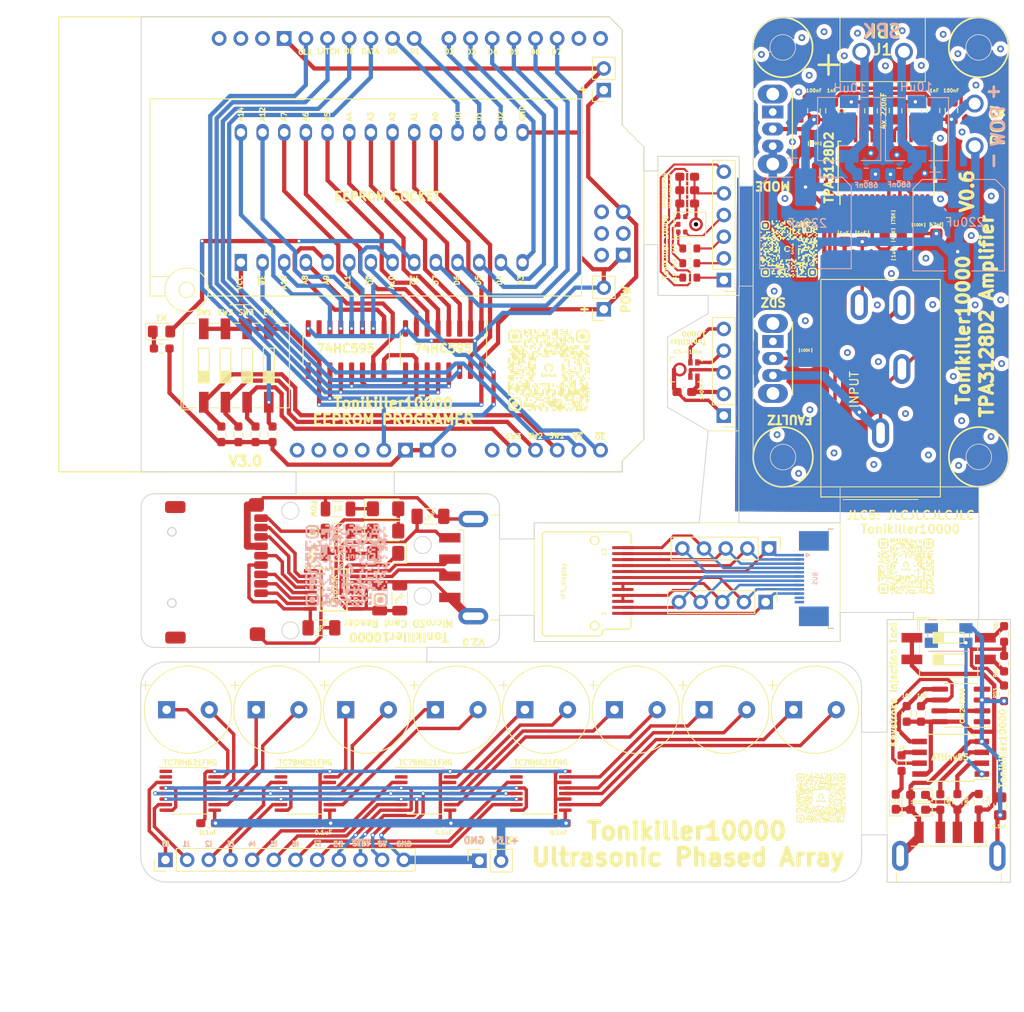
<source format=kicad_pcb>
(kicad_pcb (version 20221018) (generator pcbnew)
  (layers (0 "F.Cu" signal) (31 "B.Cu" signal) (34 "B.Paste" user) (35 "F.Paste" user) (36 "B.SilkS" user "B.Silkscreen") (37 "F.SilkS" user "F.Silkscreen") (38 "B.Mask" user) (39 "F.Mask" user) (44 "Edge.Cuts" user))
  (net 0 "")
  (footprint "Socket:DIP_Socket-28_W11.9_W12.7_W15.24_W17.78_W18.5_3M_228-1277-00-0602J" (layer "F.Cu") (at 161.180119 68.19 90)
    (fp_text reference "U2" hide)
    (fp_text value "EEPROM SOCKET")
  )
  (footprint "Capacitor_THT:CP_Radial_D10.0mm_P5.00mm" (layer "F.Cu") (at 183.973637 120.618686)
    (fp_text reference "LS4" hide)
    (fp_text value "TCT40-16_UltrasonicSpeaker" hide)
  )
  (footprint "Capacitor_SMD:C_1206_3216Metric_Pad1.33x1.80mm_HandSolder" (layer "F.Cu") (at 170.62 111.02)
    (fp_text reference "REF**" hide)
    (fp_text value "100nF")
  )
  (footprint "Package_SO:TSSOP-16_4.4x5mm_P0.65mm" (layer "F.Cu") (at 196.341314 130.118686)
    (fp_text reference "U4" hide)
    (fp_text value "TC78H621FNG")
  )
  (footprint "Sensor_Audio:Knowles_SPH0645LM4H-6_3.5x2.65mm" (layer "F.Cu") (at 213.82 63.72 90)
    (fp_text reference "MK1" hide)
    (fp_text value "SPH0645LM4H")
  )
  (footprint "Capacitor_SMD:C_0805_2012Metric_Pad1.18x1.45mm_HandSolder" (layer "F.Cu") (at 234.02 64.72 -90)
    (fp_text reference "C8" hide)
    (fp_text value "1uF")
  )
  (footprint "Connector_USB:USB_A_CNCTech_1001-011-01101_Horizontal" (layer "F.Cu") (at 195.32 103.96)
    (fp_text reference "J1" hide)
    (fp_text value "USB_A")
  )
  (footprint "Resistor_SMD:R_0603_1608Metric_Pad0.98x0.95mm_HandSolder" (layer "F.Cu") (at 240.91 121.1075 -90)
    (fp_text reference "R5" hide)
    (fp_text value "10K")
  )
  (footprint "Capacitor_THT:CP_Radial_D10.0mm_P5.00mm" (layer "F.Cu") (at 194.473637 120.618686)
    (fp_text reference "LS5" hide)
    (fp_text value "TCT40-16_UltrasonicSpeaker" hide)
  )
  (footprint "Connector_PinHeader_2.54mm:PinHeader_1x05_P2.54mm_Vertical" (layer "F.Cu") (at 217.782 86.1425 180)
    (fp_text reference "J1" hide)
    (fp_text value "Conn_01x05_Pin" hide)
  )
  (footprint "Resistor_SMD:R_0603_1608Metric_Pad0.98x0.95mm_HandSolder" (layer "F.Cu") (at 160.890119 88.3325 -90)
    (fp_text reference "REF**12" hide)
    (fp_text value "R_0603_1608Metric_Pad0.98x0.95mm_HandSolder")
  )
  (footprint "" (layer "F.Cu") (at 163.54 101.46 180)
    (fp_text reference "")
    (fp_text value "")
  )
  (footprint "Capacitor_THT:CP_Radial_D10.0mm_P5.00mm" (layer "F.Cu") (at 152.473637 120.618686)
    (fp_text reference "LS1" hide)
    (fp_text value "TCT40-16_UltrasonicSpeaker" hide)
  )
  (footprint "Sensor_Audio:Knowles_LGA-5_3.5x2.65mm" (layer "F.Cu") (at 213.39 80.74 -90)
    (fp_text reference "MK1" hide)
    (fp_text value "ICS-41350")
  )
  (footprint "Connector_PinSocket_2.54mm:PinSocket_1x02_P2.54mm_Vertical" (layer "F.Cu") (at 203.720119 73.68 180)
    (fp_text reference "+")
    (fp_text value "PinSocket_1x02_P2.54mm_Vertical")
  )
  (footprint "Button_Switch_SMD:SW_DIP_SPSTx04_Slide_9.78x12.34mm_W8.61mm_P2.54mm" (layer "F.Cu") (at 160.640119 80.27 90)
    (fp_text reference "REF**" hide)
    (fp_text value "SW_DIP_SPSTx04_Slide_9.78x12.34mm_W8.61mm_P2.54mm")
  )
  (footprint "Capacitor_SMD:C_1206_3216Metric_Pad1.33x1.80mm_HandSolder" (layer "F.Cu") (at 183.4 97.95)
    (fp_text reference "REF**" hide)
    (fp_text value "10uF")
  )
  (footprint "Resistor_SMD:R_0603_1608Metric_Pad0.98x0.95mm_HandSolder" (layer "F.Cu") (at 250.64 118.69 90)
    (fp_text reference "R9" hide)
    (fp_text value "RD3")
  )
  (footprint "Capacitor_SMD:C_0603_1608Metric_Pad1.08x0.95mm_HandSolder" (layer "F.Cu") (at 198.441314 133.918686)
    (fp_text reference "C4" hide)
    (fp_text value "0.1uF")
  )
  (footprint "Capacitor_SMD:C_0603_1608Metric_Pad1.08x0.95mm_HandSolder" (layer "F.Cu") (at 213.4975 59.72 180)
    (fp_text reference "C2" hide)
    (fp_text value "200pF")
  )
  (footprint "Capacitor_SMD:C_0805_2012Metric_Pad1.18x1.45mm_HandSolder" (layer "F.Cu") (at 231.95 64.72 -90)
    (fp_text reference "C7" hide)
    (fp_text value "1uF")
  )
  (footprint "Package_SO:SOIC-16_3.9x9.9mm_P1.27mm" (layer "F.Cu") (at 173.525119 78.405 -90)
    (fp_text reference "U5" hide)
    (fp_text value "74HC595")
  )
  (footprint "Resistor_SMD:R_0603_1608Metric" (layer "F.Cu") (at 213.80675 66.548072 180)
    (fp_text reference "R1" hide)
    (fp_text value "51R")
  )
  (footprint "Resistor_SMD:R_0603_1608Metric_Pad0.98x0.95mm_HandSolder" (layer "F.Cu") (at 239.23 121.1075 -90)
    (fp_text reference "R4" hide)
    (fp_text value "10K")
  )
  (footprint "LED_SMD:LED_0805_2012Metric_Pad1.15x1.40mm_HandSolder" (layer "F.Cu") (at 151.872619 76.28)
    (fp_text reference "REF**" hide)
    (fp_text value "EN")
  )
  (footprint "Package_SO:HTSSOP-32-1EP_6.1x11mm_P0.65mm_EP5.2x11mm_Mask4.11x4.36mm" (layer "F.Cu") (at 236.81 57.15 90)
    (fp_text reference "U1" hide)
    (fp_text value "TPA3128D2")
  )
  (footprint "Capacitor_SMD:C_0603_1608Metric_Pad1.08x0.95mm_HandSolder" (layer "F.Cu") (at 157.341314 133.918686)
    (fp_text reference "C1" hide)
    (fp_text value "0.1uF")
  )
  (footprint "Package_SO:TSSOP-16_4.4x5mm_P0.65mm" (layer "F.Cu") (at 182.841314 130.118686)
    (fp_text reference "U3" hide)
    (fp_text value "TC78H621FNG")
  )
  (footprint "Resistor_SMD:R_0603_1608Metric_Pad0.98x0.95mm_HandSolder" (layer "F.Cu") (at 158.890119 88.3325 -90)
    (fp_text reference "REF**11" hide)
    (fp_text value "R_0603_1608Metric_Pad0.98x0.95mm_HandSolder")
  )
  (footprint "Connector_PinHeader_2.54mm:PinHeader_1x05_P2.54mm_Vertical" (layer "F.Cu") (at 223.09 101.72 -90)
    (fp_text reference "J1" hide)
    (fp_text value "Conn_01x05_Pin" hide)
  )
  (footprint "Resistor_SMD:R_0603_1608Metric_Pad0.98x0.95mm_HandSolder" (layer "F.Cu") (at 162.890119 88.3325 -90)
    (fp_text reference "REF**13" hide)
    (fp_text value "R_0603_1608Metric_Pad0.98x0.95mm_HandSolder")
  )
  (footprint "Arduino_Uno_R3_Shield" (layer "F.Cu") (at 139.84 92.73)
    (fp_text reference "ArduinoShieldFootprint" hide)
    (fp_text value "Arduino_Uno_R3_Shield" hide)
  )
  (footprint "" (layer "F.Cu") (at 163.54 98.16 180)
    (fp_text reference "")
    (fp_text value "")
  )
  (footprint "GL823K:SOP64P600X175-16N" (layer "F.Cu") (at 172.02 106.5725)
    (fp_text reference "IC**" hide)
    (fp_text value "GL823K")
  )
  (footprint "Resistor_SMD:R_0603_1608Metric_Pad0.98x0.95mm_HandSolder" (layer "F.Cu") (at 250.65 111.74 -90)
    (fp_text reference "R7" hide)
    (fp_text value "RD1")
  )
  (footprint "Capacitor_SMD:C_0805_2012Metric_Pad1.18x1.45mm_HandSolder" (layer "F.Cu") (at 235.05 50.41 90)
    (fp_text reference "C12" hide)
    (fp_text value "220nF" hide)
  )
  (footprint "Resistor_SMD:R_1206_3216Metric" (layer "F.Cu") (at 172.5525 99.69 180)
    (fp_text reference "R1" hide)
    (fp_text value "1K")
  )
  (footprint "" (layer "F.Cu") (at 163.54 99.26 180)
    (fp_text reference "")
    (fp_text value "")
  )
  (footprint "Resistor_SMD:R_0603_1608Metric_Pad0.98x0.95mm_HandSolder" (layer "F.Cu") (at 243.17 131.43 -90)
    (fp_text reference "R2" hide)
    (fp_text value "68R")
  )
  (footprint "Capacitor_SMD:C_0805_2012Metric_Pad1.18x1.45mm_HandSolder" (layer "F.Cu") (at 230.47 50.41 -90)
    (fp_text reference "C2" hide)
    (fp_text value "1nF")
  )
  (footprint "" (layer "F.Cu") (at 163.12 111.76 -90)
    (fp_text reference "")
    (fp_text value "")
  )
  (footprint "Connector_Wire:SolderWirePad_1x01_SMD_1x2mm" (layer "F.Cu") (at 163.54 106.96 -90)
    (fp_text reference "REF**" hide)
    (fp_text value "SolderWirePad_1x01_SMD_1x2mm")
  )
  (footprint "Diode_SMD:D_0603_1608Metric_Pad1.05x0.95mm_HandSolder" (layer "F.Cu") (at 240.565 130.6 180)
    (fp_text reference "D2" hide)
    (fp_text value "1N5711UR")
  )
  (footprint "" (layer "F.Cu") (at 153.51 112.16 -90)
    (fp_text reference "")
    (fp_text value "")
  )
  (footprint "Package_SO:SOIC-16_3.9x9.9mm_P1.27mm" (layer "F.Cu") (at 184.925119 78.395 -90)
    (fp_text reference "U1" hide)
    (fp_text value "74HC595")
  )
  (footprint "Resistor_SMD:R_0805_2012Metric_Pad1.20x1.40mm_HandSolder" (layer "F.Cu") (at 240.62 63.79 -90)
    (fp_text reference "R3" hide)
    (fp_text value "100K")
  )
  (footprint "Resistor_SMD:R_0603_1608Metric_Pad0.98x0.95mm_HandSolder" (layer "F.Cu") (at 245.17 131.42 -90)
    (fp_text reference "R1" hide)
    (fp_text value "68R")
  )
  (footprint "" (layer "F.Cu") (at 163.54 103.66 180)
    (fp_text reference "")
    (fp_text value "")
  )
  (footprint "Connector_Audio:Jack_6.35mm_Neutrik_NRJ4HH-1_Horizontal" (layer "F.Cu") (at 241.67 77.18 -90)
    (fp_text reference "J2" hide)
    (fp_text value "INPUT")
  )
  (footprint "Connector_PinSocket_2.54mm:PinSocket_1x02_P2.54mm_Vertical" (layer "F.Cu") (at 203.720119 47.99 180)
    (fp_text reference "+")
    (fp_text value "PinSocket_1x02_P2.54mm_Vertical")
  )
  (footprint "Capacitor_THT:CP_Radial_D10.0mm_P5.00mm" (layer "F.Cu") (at 162.973637 120.618686)
    (fp_text reference "LS2" hide)
    (fp_text value "TCT40-16_UltrasonicSpeaker" hide)
  )
  (footprint "LED_SMD:LED_1206_3216Metric_Pad1.42x1.75mm_HandSolder" (layer "F.Cu") (at 178.14 99.67)
    (fp_text reference "REF**" hide)
    (fp_text value "LED_1206_3216Metric_Pad1.42x1.75mm_HandSolder")
  )
  (footprint "" (layer "F.Cu") (at 163.54 102.56 180)
    (fp_text reference "")
    (fp_text value "")
  )
  (footprint "KF3012P" (layer "F.Cu") (at 233.91 43.49)
    (fp_text reference "J1")
    (fp_text value "SPEAKER" hide)
  )
  (footprint "Capacitor_SMD:C_0603_1608Metric_Pad1.08x0.95mm_HandSolder" (layer "F.Cu") (at 213.172 83.3675)
    (fp_text reference "C1" hide)
    (fp_text value "100nF")
  )
  (footprint "Resistor_SMD:R_0805_2012Metric_Pad1.20x1.40mm_HandSolder" (layer "F.Cu") (at 227.38 78.48 90)
    (fp_text reference "R4" hide)
    (fp_text value "100K")
  )
  (footprint "Connector_PinHeader_2.54mm:PinHeader_1x12_P2.54mm_Vertical" (layer "F.Cu") (at 152.341314 138.218686 90)
    (fp_text reference "J1" hide)
    (fp_text value "Conn_01x12_Pin")
  )
  (footprint "Capacitor_SMD:C_0805_2012Metric_Pad1.18x1.45mm_HandSolder" (layer "F.Cu") (at 242.37 50.37 -90)
    (fp_text reference "C3" hide)
    (fp_text value "100nF")
  )
  (footprint "" (layer "F.Cu") (at 163.54 100.36 180)
    (fp_text reference "")
    (fp_text value "")
  )
  (footprint "Connector_USB:USB_A_CNCTech_1001-011-01101_Horizontal" (layer "F.Cu") (at 244.17 144.64 -90)
    (fp_text reference "J1" hide)
    (fp_text value "USB_A")
  )
  (footprint "Capacitor_SMD:C_0805_2012Metric_Pad1.18x1.45mm_HandSolder" (layer "F.Cu") (at 237.68 67.13)
    (fp_text reference "C5" hide)
    (fp_text value "1uF")
  )
  (footprint "Resistor_SMD:R_0805_2012Metric_Pad1.20x1.40mm_HandSolder" (layer "F.Cu") (at 228.44 54.25 -90)
    (fp_text reference "R5" hide)
    (fp_text value "100K")
  )
  (footprint "Capacitor_THT:CP_Radial_D10.0mm_P5.00mm" (layer "F.Cu") (at 173.473637 120.618686)
    (fp_text reference "LS3" hide)
    (fp_text value "TCT40-16_UltrasonicSpeaker" hide)
  )
  (footprint "Capacitor_THT:CP_Radial_D10.0mm_P5.00mm" (layer "F.Cu") (at 215.473637 120.618686)
    (fp_text reference "LS7" hide)
    (fp_text value "TCT40-16_UltrasonicSpeaker" hide)
  )
  (footprint "Connector_PinHeader_2.54mm:PinHeader_1x06_P2.54mm_Vertical" (layer "F.Cu") (at 217.79675 70.248072 180)
    (fp_text reference "J1" hide)
    (fp_text value "Conn_01x06_Pin")
  )
  (footprint "Button_Switch_THT:SW_CuK_OS102011MA1QN1_SPDT_Angled" (layer "F.Cu") (at 223.55 77.44 -90)
    (fp_text reference "SW1" hide)
    (fp_text value "SW_SPDT" hide)
  )
  (footprint "" (layer "F.Cu") (at 163.54 105.86 180)
    (fp_text reference "")
    (fp_text value "")
  )
  (footprint "Package_SO:TSSOP-16_4.4x5mm_P0.65mm" (layer "F.Cu") (at 155.241314 130.118686)
    (fp_text reference "U1" hide)
    (fp_text value "TC78H621FNG")
  )
  (footprint "" (layer "F.Cu") (at 153.49 96.86 -90)
    (fp_text reference "")
    (fp_text value "")
  )
  (footprint "Resistor_SMD:R_0805_2012Metric_Pad1.20x1.40mm_HandSolder" (layer "F.Cu") (at 237.66 62.88)
    (fp_text reference "R2" hide)
    (fp_text value "75K")
  )
  (footprint "Connector_PinSocket_2.54mm:PinSocket_1x02_P2.54mm_Vertical" (layer "F.Cu") (at 189.141314 138.318686 90)
    (fp_text reference "J2" hide)
    (fp_text value "Conn_01x02_Socket")
  )
  (footprint "LOGO" (layer "F.Cu") (at 229.182593 130.947408)
    (fp_text reference "G***" hide)
    (fp_text value "LOGO" hide)
  )
  (footprint "Connector_PinHeader_2.54mm:PinHeader_1x05_P2.54mm_Vertical" (layer "F.Cu") (at 222.695 108 -90)
    (fp_text reference "J1" hide)
    (fp_text value "Conn_01x05_Pin" hide)
  )
  (footprint "Capacitor_THT:CP_Radial_D10.0mm_P5.00mm" (layer "F.Cu") (at 225.973637 120.618686)
    (fp_text reference "LS8" hide)
    (fp_text value "TCT40-16_UltrasonicSpeaker" hide)
  )
  (footprint "Capacitor_SMD:C_0805_2012Metric_Pad1.18x1.45mm_HandSolder" (layer "F.Cu") (at 232.73 50.41 90)
    (fp_text reference "C11" hide)
    (fp_text value "220nF")
  )
  (footprint "Capacitor_SMD:C_0805_2012Metric_Pad1.18x1.45mm_HandSolder" (layer "F.Cu") (at 240.24 50.39 90)
    (fp_text reference "C14" hide)
    (fp_text value "220nF")
  )
  (footprint "Resistor_SMD:R_0603_1608Metric_Pad0.98x0.95mm_HandSolder" (layer "F.Cu") (at 238.63 126.88 -90)
    (fp_text reference "R6" hide)
    (fp_text value "1K")
  )
  (footprint "Resistor_SMD:R_0603_1608Metric" (layer "F.Cu") (at 213.80675 69.968072 180)
    (fp_text reference "R3" hide)
    (fp_text value "51R")
  )
  (footprint "LED_SMD:LED_1206_3216Metric_Pad1.42x1.75mm_HandSolder" (layer "F.Cu") (at 178.1425 102.29 180)
    (fp_text reference "REF**" hide)
    (fp_text value "LED_1206_3216Metric_Pad1.42x1.75mm_HandSolder")
  )
  (footprint "Capacitor_SMD:C_0603_1608Metric_Pad1.08x0.95mm_HandSolder" (layer "F.Cu") (at 184.941314 133.918686)
    (fp_text reference "C3" hide)
    (fp_text value "0.1uF")
  )
  (footprint "Button_Switch_SMD:SW_DIP_SPSTx02_Slide_6.7x6.64mm_W8.61mm_P2.54mm_LowProfile" (layer "F.Cu") (at 244.145 113.45)
    (fp_text reference "SW2" hide)
    (fp_text value "SW_DIP_x02")
  )
  (footprint "Button_Switch_THT:SW_CuK_OS102011MA1QN1_SPDT_Angled" (layer "F.Cu") (at 223.53 50.55 -90)
    (fp_text reference "SW1" hide)
    (fp_text value "SW_SPDT" hide)
  )
  (footprint "Connector_Wire:SolderWirePad_1x01_SMD_1x2mm" (layer "F.Cu") (at 222.04 86.71)
    (fp_text reference "REF**" hide)
    (fp_text value "SolderWirePad_1x01_SMD_1x2mm")
  )
  (footprint "Resistor_SMD:R_1206_3216Metric" (layer "F.Cu") (at 172.5725 102.29 180)
    (fp_text reference "R1" hide)
    (fp_text value "1K")
  )
  (footprint "Resistor_SMD:R_1206_3216Metric" (layer "F.Cu") (at 177.45 107.54 -90)
    (fp_text reference "R1" hide)
    (fp_text value "100nF")
  )
  (footprint "Package_SO:TSSOP-16_4.4x5mm_P0.65mm" (layer "F.Cu") (at 168.741314 130.118686)
    (fp_text reference "U2" hide)
    (fp_text value "TC78H621FNG")
  )
  (footprint "Diode_SMD:D_0603_1608Metric_Pad1.05x0.95mm_HandSolder" (layer "F.Cu") (at 237.95 131.4075 90)
    (fp_text reference "D3" hide)
    (fp_text value "LED")
  )
  (footprint "LOGO" (layer "F.Cu") (at 239.184028 103.776567)
    (fp_text reference "G***" hide)
    (fp_text value "LOGO" hide)
  )
  (footprint "Resistor_SMD:R_1206_3216Metric" (layer "F.Cu") (at 172.5625 97.09 180)
    (fp_text reference "R1" hide)
    (fp_text value "1K")
  )
  (footprint "Diode_SMD:D_0603_1608Metric_Pad1.05x0.95mm_HandSolder" (layer "F.Cu") (at 240.5675 132.34 180)
    (fp_text reference "D1" hide)
    (fp_text value "1N5711UR")
  )
  (footprint "Resistor_SMD:R_0603_1608Metric_Pad0.98x0.95mm_HandSolder" (layer "F.Cu") (at 151.900119 78.27 180)
    (fp_text reference "REF**" hide)
    (fp_text value "R_0603_1608Metric_Pad0.98x0.95mm_HandSolder")
  )
  (footprint "" (layer "F.Cu") (at 163.54 104.76 180)
    (fp_text reference "")
    (fp_text value "")
  )
  (footprint "Capacitor_SMD:C_0805_2012Metric_Pad1.18x1.45mm_HandSolder" (layer "F.Cu") (at 244.48 50.37 -90)
    (fp_text reference "C1" hide)
    (fp_text value "1nF")
  )
  (footprint "Capacitor_SMD:C_0805_2012Metric_Pad1.18x1.45mm_HandSolder" (layer "F.Cu") (at 228.36 50.41 -90)
    (fp_text reference "C4" hide)
    (fp_text value "100nF")
  )
  (footprint "Resistor_SMD:R_0603_1608Metric_Pad0.98x0.95mm_HandSolder" (layer "F.Cu") (at 247.67 131.41 -90)
    (fp_text reference "R3" hide)
    (fp_text value "1.5K")
  )
  (footprint "LOGO" (layer "F.Cu") (at 225.416988 66.639036 90)
    (fp_text reference "G***" hide)
    (fp_text value "LOGO" hide)
  )
  (footprint "Resistor_SMD:R_0805_2012Metric_Pad1.20x1.40mm_HandSolder" (layer "F.Cu") (at 237.65 64.98 180)
    (fp_text reference "R1" hide)
    (fp_text value "47K")
  )
  (footprint "Resistor_SMD:R_1206_3216Metric" (layer "F.Cu") (at 179.8 107.54 -90)
    (fp_text reference "R1" hide)
    (fp_text value "10uF")
  )
  (footprint "LED_SMD:LED_1206_3216Metric_Pad1.42x1.75mm_HandSolder" (layer "F.Cu") (at 178.14 97.06)
    (fp_text reference "REF**" hide)
    (fp_text value "LED_1206_3216Metric_Pad1.42x1.75mm_HandSolder")
  )
  (footprint "Capacitor_SMD:C_0603_1608Metric_Pad1.08x0.95mm_HandSolder" (layer "F.Cu") (at 170.841314 133.918686)
    (fp_text reference "C2" hide)
    (fp_text value "0.1uF")
  )
  (footprint "Resistor_SMD:R_0603_1608Metric" (layer "F.Cu") (at 213.80675 68.278072 180)
    (fp_text reference "R2" hide)
    (fp_text value "51R")
  )
  (footprint "Package_SO:SOIC-8_3.9x4.9mm_P1.27mm" (layer "F.Cu") (at 245.585 120.115 180)
    (fp_text reference "U2" hide)
    (fp_text value "CAT24C256")
  )
  (footprint "open-Smartwatch:GC9A01_IPS_display" (layer "F.Cu") (at 205.71 105.47 90)
    (fp_text reference "J1" hide)
    (fp_text value "IPS_display")
  )
  (footprint "Capacitor_THT:CP_Radial_D10.0mm_P5.00mm" (layer "F.Cu") (at 204.973637 120.618686)
    (fp_text reference "LS6" hide)
    (fp_text value "TCT40-16_UltrasonicSpeaker" hide)
  )
  (footprint "Package_SO:SOIC-8W_5.3x5.3mm_P1.27mm" (layer "F.Cu") (at 244.39 126.25 180)
    (fp_text reference "U1" hide)
    (fp_text value "ATtiny85")
  )
  (footprint "Capacitor_SMD:C_0603_1608Metric_Pad1.08x0.95mm_HandSolder" (layer "F.Cu") (at 213.4985 58.1395 180)
    (fp_text reference "C1" hide)
    (fp_text value "1uF")
  )
  (footprint "LOGO" (layer "F.Cu") (at 197.300119 80.81)
    (fp_text reference "G***" hide)
    (fp_text value "LOGO" hide)
  )
  (footprint "Resistor_SMD:R_0603_1608Metric_Pad0.98x0.95mm_HandSolder" (layer "F.Cu") (at 250.65 115.21 90)
    (fp_text reference "R8" hide)
    (fp_text value "RD2")
  )
  (footprint "Capacitor_SMD:C_0805_2012Metric_Pad1.18x1.45mm_HandSolder" (layer "F.Cu") (at 242.71 63.76 90)
    (fp_text reference "C10" hide)
    (fp_text value "47pF")
  )
  (footprint "Resistor_SMD:R_0603_1608Metric_Pad0.98x0.95mm_HandSolder" (layer "F.Cu") (at 164.890119 88.3325 -90)
    (fp_text reference "REF**14" hide)
    (fp_text value "R_0603_1608Metric_Pad0.98x0.95mm_HandSolder")
  )
  (footprint "" (layer "F.Cu") (at 162.99 96.61 -90)
    (fp_text reference "")
    (fp_text value "")
  )
  (footprint "Capacitor_SMD:C_0805_2012Metric_Pad1.18x1.45mm_HandSolder" (layer "F.Cu") (at 237.93 50.39 90)
    (fp_text reference "C13" hide)
    (fp_text value "220nF")
  )
  (footprint "Capacitor_SMD:C_0805_2012Metric_Pad1.18x1.45mm_HandSolder" (layer "F.Cu") (at 250.19 131.93 90)
    (fp_text reference "C1" hide)
    (fp_text value "0.1uF")
  )
  (footprint "Capacitor_SMD:C_0603_1608Metric_Pad1.08x0.95mm_HandSolder" (layer "F.Cu") (at 213.4975 61.28 180)
    (fp_text reference "C3" hide)
    (fp_text value "100nF")
  )
  (footprint "Capacitor_SMD:C_0805_2012Metric_Pad1.18x1.45mm_HandSolder" (layer "B.Cu") (at 238.3375 57.87)
    (fp_text reference "C16" hide)
    (fp_text value "680nF")
  )
  (footprint "Capacitor_SMD:C_0805_2012Metric_Pad1.18x1.45mm_HandSolder" (layer "B.Cu") (at 234.49 57.87 180)
    (fp_text reference "C15" hide)
    (fp_text value "680nF")
  )
  (footprint "Capacitor_SMD:CP_Elec_10x10.5" (layer "B.Cu") (at 227.37 63.55 -90)
    (fp_text reference "C9" hide)
    (fp_text value "220uF")
  )
  (footprint "KF3012P" (layer "B.Cu") (at 247.2 49.56 -90)
    (fp_text reference "J1" hide)
    (fp_text value "SPEAKER" hide)
  )
  (footprint "Button_Switch_SMD:Panasonic_EVQPUL_EVQPUC" (layer "B.Cu") (at 244.15 111.92 180)
    (fp_text reference "SW1" hide)
    (fp_text value "SW_Push")
  )
  (footprint "Inductor_SMD:L_7.3x7.3_H4.5" (layer "B.Cu") (at 232.49 52.54 -90)
    (fp_text reference "L1" hide)
    (fp_text value "10uH")
  )
  (footprint "Inductor_SMD:L_7.3x7.3_H4.5" (layer "B.Cu") (at 240.44 52.56 -90)
    (fp_text reference "L2" hide)
    (fp_text value "10uH")
  )
  (footprint "Capacitor_SMD:CP_Elec_10x10.5" (layer "B.Cu") (at 245.33 63.82 -90)
    (fp_text reference "C6" hide)
    (fp_text value "220uF")
  )
  (footprint "LOGO" (layer "B.Cu") (at 173.493225 103.731515)
    (fp_text reference "G***" hide)
    (fp_text value "LOGO" hide)
  )
  (footprint "Connector_FFC-FPC:TE_1-1734839-2_1x12-1MP_P0.5mm_Horizontal" (layer "B.Cu") (at 228 105.25 -90)
    (fp_text reference "REF**" hide)
    (fp_text value "BUS")
  )
  (gr_circle (center 247.67 42.98) (end 251.17 42.98) (stroke (width 0.2)) (fill none) (layer "F.SilkS"))
  (gr_circle (center 224.73 91) (end 228.23 91) (stroke (width 0.2)) (fill none) (layer "F.SilkS"))
  (gr_rect (start 195.565 98.7) (end 231.435 112.62) (stroke (width 0.1)) (fill none) (layer "F.SilkS"))
  (gr_rect (start 236.94 110.05) (end 251.39 140.85) (stroke (width 0.1)) (fill none) (layer "F.SilkS"))
  (gr_circle (center 247.68 90.98) (end 251.18 90.98) (stroke (width 0.2)) (fill none) (layer "F.SilkS"))
  (gr_line (start 150.99 95.31) (end 189.98934 95.31066) (stroke (width 0.1)) (layer "F.SilkS"))
  (gr_line (start 233.941314 137.818686) (end 233.941314 118.018686) (stroke (width 0.1)) (layer "F.SilkS"))
  (gr_circle (center 224.7 42.98) (end 228.2 42.98) (stroke (width 0.2)) (fill none) (layer "F.SilkS"))
  (gr_line (start 230.941314 115.018686) (end 152.441314 115.018686) (stroke (width 0.1)) (layer "F.SilkS"))
  (gr_rect (start 210.06675 55.748072) (end 219.59675 72.048072) (stroke (width 0.1)) (fill none) (layer "F.SilkS"))
  (gr_line (start 247.7 94.49) (end 224.73 94.49) (stroke (width 0.1)) (layer "F.SilkS"))
  (gr_line (start 189.99 113.31) (end 150.99 113.31) (stroke (width 0.1)) (layer "F.SilkS"))
  (gr_line (start 221.23 90.99) (end 221.23 42.99) (stroke (width 0.1)) (layer "F.SilkS"))
  (gr_line (start 205.88 92.74) (end 149.49 92.74) (stroke (width 0.1)) (layer "F.SilkS"))
  (gr_line (start 219.562 87.9275) (end 215.962 87.9275) (stroke (width 0.1)) (layer "F.SilkS"))
  (gr_line (start 191.48934 96.81066) (end 191.49 111.81) (stroke (width 0.1)) (layer "F.SilkS"))
  (gr_line (start 251.39 110.05) (end 236.94 110.05) (stroke (width 0.1)) (layer "F.SilkS"))
  (gr_line (start 191.48934 96.81066) (end 191.49 100.6) (stroke (width 0.1)) (layer "Edge.Cuts"))
  (gr_circle (center 166.99 111.32) (end 165.99 111.32) (stroke (width 0.1)) (fill none) (layer "Edge.Cuts"))
  (gr_line (start 215.962 74.1775) (end 215.96 72.05) (stroke (width 0.1)) (layer "Edge.Cuts"))
  (gr_circle (center 182.5 101.3) (end 181.5 101.3) (stroke (width 0.1)) (fill none) (layer "Edge.Cuts"))
  (gr_arc (start 149.441314 118.018686) (mid 150.319999 115.89738) (end 152.441314 115.018686) (stroke (width 0.1)) (layer "Edge.Cuts"))
  (gr_line (start 170.4 113.31) (end 170.36 115.02) (stroke (width 0.1)) (layer "Edge.Cuts"))
  (gr_circle (center 224.7 42.98) (end 226.2 42.98) (stroke (width 0.1)) (fill none) (layer "Edge.Cuts"))
  (gr_line (start 204.37 39.39) (end 205.88 40.92) (stroke (width 0.1)) (layer "Edge.Cuts"))
  (gr_line (start 210.06 57.46) (end 210.06 55.75) (stroke (width 0.1)) (layer "Edge.Cuts"))
  (gr_line (start 219.6 59.22) (end 221.24 59.22) (stroke (width 0.1)) (layer "Edge.Cuts"))
  (gr_line (start 219.57 70.96) (end 219.562 74.1775) (stroke (width 0.1)) (layer "Edge.Cuts"))
  (gr_line (start 215.962 87.9275) (end 211.202 85.1775) (stroke (width 0.1)) (layer "Edge.Cuts"))
  (gr_line (start 231.43 94.49) (end 224.73 94.49) (stroke (width 0.1)) (layer "Edge.Cuts"))
  (gr_circle (center 224.73 91) (end 226.23 91) (stroke (width 0.1)) (fill none) (layer "Edge.Cuts"))
  (gr_arc (start 221.23 42.99) (mid 222.255126 40.515126) (end 224.73 39.49) (stroke (width 0.1)) (layer "Edge.Cuts"))
  (gr_line (start 195.56 98.7) (end 214.9 98.7) (stroke (width 0.1)) (layer "Edge.Cuts"))
  (gr_line (start 219.6 55.75) (end 219.6 59.22) (stroke (width 0.1)) (layer "Edge.Cuts"))
  (gr_line (start 233.941314 137.818686) (end 233.94 135.28) (stroke (width 0.1)) (layer "Edge.Cuts"))
  (gr_line (start 179.16 92.73) (end 179.16 95.31) (stroke (width 0.1)) (layer "Edge.Cuts"))
  (gr_line (start 210.07 72.05) (end 210.07 66.1) (stroke (width 0.1)) (layer "Edge.Cuts"))
  (gr_line (start 221.23 90.99) (end 221.23 70.96) (stroke (width 0.1)) (layer "Edge.Cuts"))
  (gr_line (start 183 113.31) (end 189.99 113.31) (stroke (width 0.1)) (layer "Edge.Cuts"))
  (gr_arc (start 189.98934 95.31066) (mid 191.050018 95.749982) (end 191.48934 96.81066) (stroke (width 0.1)) (layer "Edge.Cuts"))
  (gr_line (start 236.94 110.05) (end 236.94 123.26) (stroke (width 0.1)) (layer "Edge.Cuts"))
  (gr_line (start 208.43 57.46) (end 210.06 57.46) (stroke (width 0.1)) (layer "Edge.Cuts"))
  (gr_line (start 179.16 95.31) (end 189.98934 95.31066) (stroke (width 0.1)) (layer "Edge.Cuts"))
  (gr_line (start 205.88 52.09) (end 208.43 54.64) (stroke (width 0.1)) (layer "Edge.Cuts"))
  (gr_line (start 149.49 92.74) (end 149.490119 39.39) (stroke (width 0.1)) (layer "Edge.Cuts"))
  (gr_arc (start 251.2 90.99) (mid 250.174874 93.464874) (end 247.7 94.49) (stroke (width 0.1)) (layer "Edge.Cuts"))
  (gr_line (start 240.05 109.22) (end 231.44 109.22) (stroke (width 0.1)) (layer "Edge.Cuts"))
  (gr_arc (start 247.7 39.49) (mid 250.174874 40.515126) (end 251.2 42.99) (stroke (width 0.1)) (layer "Edge.Cuts"))
  (gr_line (start 247.665 110.05) (end 247.7 94.49) (stroke (width 0.1)) (layer "Edge.Cuts"))
  (gr_line (start 210.06 55.75) (end 219.6 55.75) (stroke (width 0.1)) (layer "Edge.Cuts"))
  (gr_line (start 149.49 111.81) (end 149.49 96.81) (stroke (width 0.1)) (layer "Edge.Cuts"))
  (gr_line (start 191.49 109.56) (end 191.49 111.81) (stroke (width 0.1)) (layer "Edge.Cuts"))
  (gr_line (start 219.562 87.9275) (end 219.56 98.7) (stroke (width 0.1)) (layer "Edge.Cuts"))
  (gr_line (start 236.94 140.85) (end 251.39 140.85) (stroke (width 0.1)) (layer "Edge.Cuts"))
  (gr_line (start 167.65 95.31) (end 150.99 95.31) (stroke (width 0.1)) (layer "Edge.Cuts"))
  (gr_line (start 195.56 109.55) (end 191.49 109.56) (stroke (width 0.1)) (layer "Edge.Cuts"))
  (gr_arc (start 149.49 96.81) (mid 149.929369 95.749369) (end 150.99 95.31) (stroke (width 0.1)) (layer "Edge.Cuts"))
  (gr_line (start 224.73 39.49) (end 247.7 39.49) (stroke (width 0.1)) (layer "Edge.Cuts"))
  (gr_line (start 191.49 100.6) (end 195.56 100.6) (stroke (width 0.1)) (layer "Edge.Cuts"))
  (gr_line (start 150.99 113.31) (end 170.4 113.31) (stroke (width 0.1)) (layer "Edge.Cuts"))
  (gr_line (start 210.07 66.1) (end 208.43 66.1) (stroke (width 0.1)) (layer "Edge.Cuts"))
  (gr_line (start 240.05 109.22) (end 240.01 110.05) (stroke (width 0.1)) (layer "Edge.Cuts"))
  (gr_arc (start 233.941314 137.818686) (mid 233.062605 139.939956) (end 230.941314 140.818686) (stroke (width 0.1)) (layer "Edge.Cuts"))
  (gr_line (start 167.65 92.73) (end 167.65 95.31) (stroke (width 0.1)) (layer "Edge.Cuts"))
  (gr_line (start 219.56 98.7) (end 231.43 98.7) (stroke (width 0.1)) (layer "Edge.Cuts"))
  (gr_line (start 149.490119 39.39) (end 204.37 39.39) (stroke (width 0.1)) (layer "Edge.Cuts"))
  (gr_line (start 170.36 115.02) (end 152.441314 115.018686) (stroke (width 0.1)) (layer "Edge.Cuts"))
  (gr_arc (start 191.49 111.81) (mid 191.050689 112.870689) (end 189.99 113.31) (stroke (width 0.1)) (layer "Edge.Cuts"))
  (gr_line (start 195.56 112.62) (end 195.56 109.55) (stroke (width 0.1)) (layer "Edge.Cuts"))
  (gr_line (start 231.43 98.7) (end 231.43 94.49) (stroke (width 0.1)) (layer "Edge.Cuts"))
  (gr_line (start 236.94 110.05) (end 240.01 110.05) (stroke (width 0.1)) (layer "Edge.Cuts"))
  (gr_line (start 251.39 140.85) (end 251.39 110.05) (stroke (width 0.1)) (layer "Edge.Cuts"))
  (gr_circle (center 153.09 99.76) (end 152.59 99.76) (stroke (width 0.15)) (fill none) (layer "Edge.Cuts"))
  (gr_line (start 208.43 88.92) (end 205.88 91.47) (stroke (width 0.1)) (layer "Edge.Cuts"))
  (gr_line (start 247.7 94.49) (end 243.96 94.49) (stroke (width 0.1)) (layer "Edge.Cuts"))
  (gr_line (start 231.44 112.62) (end 195.56 112.62) (stroke (width 0.1)) (layer "Edge.Cuts"))
  (gr_line (start 230.941314 115.018686) (end 182.96 115.02) (stroke (width 0.1)) (layer "Edge.Cuts"))
  (gr_circle (center 166.98 97.3) (end 165.98 97.3) (stroke (width 0.1)) (fill none) (layer "Edge.Cuts"))
  (gr_line (start 221.24 59.22) (end 221.23 42.99) (stroke (width 0.1)) (layer "Edge.Cuts"))
  (gr_line (start 208.43 54.64) (end 208.43 57.46) (stroke (width 0.1)) (layer "Edge.Cuts"))
  (gr_circle (center 247.67 42.98) (end 249.17 42.98) (stroke (width 0.1)) (fill none) (layer "Edge.Cuts"))
  (gr_line (start 208.43 66.1) (end 208.43 88.92) (stroke (width 0.1)) (layer "Edge.Cuts"))
  (gr_line (start 211.202 85.1775) (end 211.202 76.9275) (stroke (width 0.1)) (layer "Edge.Cuts"))
  (gr_line (start 152.441314 140.818686) (end 230.941314 140.818686) (stroke (width 0.1)) (layer "Edge.Cuts"))
  (gr_line (start 195.56 100.6) (end 195.56 98.7) (stroke (width 0.1)) (layer "Edge.Cuts"))
  (gr_line (start 219.562 87.9275) (end 219.562 74.1775) (stroke (width 0.1)) (layer "Edge.Cuts"))
  (gr_line (start 149.49 92.74) (end 167.65 92.73) (stroke (width 0.1)) (layer "Edge.Cuts"))
  (gr_line (start 231.44 109.22) (end 231.44 112.62) (stroke (width 0.1)) (layer "Edge.Cuts"))
  (gr_line (start 205.88 91.47) (end 205.88 92.74) (stroke (width 0.1)) (layer "Edge.Cuts"))
  (gr_line (start 221.23 70.96) (end 219.57 70.96) (stroke (width 0.1)) (layer "Edge.Cuts"))
  (gr_line (start 215.96 72.05) (end 210.07 72.05) (stroke (width 0.1)) (layer "Edge.Cuts"))
  (gr_line (start 233.94 123.26) (end 233.941314 118.018686) (stroke (width 0.1)) (layer "Edge.Cuts"))
  (gr_line (start 236.94 123.26) (end 233.94 123.26) (stroke (width 0.1)) (layer "Edge.Cuts"))
  (gr_line (start 233.94 135.28) (end 236.94 135.28) (stroke (width 0.1)) (layer "Edge.Cuts"))
  (gr_circle (center 247.68 90.98) (end 249.18 90.98) (stroke (width 0.1)) (fill none) (layer "Edge.Cuts"))
  (gr_line (start 251.2 42.99) (end 251.2 90.99) (stroke (width 0.1)) (layer "Edge.Cuts"))
  (gr_line (start 183 113.31) (end 182.96 115.02) (stroke (width 0.1)) (layer "Edge.Cuts"))
  (gr_line (start 205.88 40.92) (end 205.88 52.09) (stroke (width 0.1)) (layer "Edge.Cuts"))
  (gr_circle (center 153.09 108.11) (end 152.59 108.11) (stroke (width 0.15)) (fill none) (layer "Edge.Cuts"))
  (gr_line (start 149.441314 118.018686) (end 149.441314 137.818686) (stroke (width 0.1)) (layer "Edge.Cuts"))
  (gr_arc (start 224.73 94.49) (mid 222.255126 93.464874) (end 221.23 90.99) (stroke (width 0.1)) (layer "Edge.Cuts"))
  (gr_line (start 205.88 92.74) (end 179.16 92.73) (stroke (width 0.1)) (layer "Edge.Cuts"))
  (gr_line (start 214.9 98.7) (end 215.962 87.9275) (stroke (width 0.1)) (layer "Edge.Cuts"))
  (gr_circle (center 182.5 107.32) (end 181.5 107.32) (stroke (width 0.1)) (fill none) (layer "Edge.Cuts"))
  (gr_arc (start 152.441314 140.818686) (mid 150.31999 139.94001) (end 149.441314 137.818686) (stroke (width 0.1)) (layer "Edge.Cuts"))
  (gr_arc (start 150.99 113.31) (mid 149.92934 112.87066) (end 149.49 111.81) (stroke (width 0.1)) (layer "Edge.Cuts"))
  (gr_line (start 236.94 135.28) (end 236.94 140.85) (stroke (width 0.1)) (layer "Edge.Cuts"))
  (gr_arc (start 230.941314 115.018686) (mid 233.06263 115.89737) (end 233.941314 118.018686) (stroke (width 0.1)) (layer "Edge.Cuts"))
  (gr_line (start 243.94 110.05) (end 251.39 110.05) (stroke (width 0.1)) (layer "Edge.Cuts"))
  (gr_line (start 211.202 76.9275) (end 215.962 74.1775) (stroke (width 0.1)) (layer "Edge.Cuts"))
  (gr_text "5V" (at 178.371314 136.708686) (layer "B.SilkS") (effects (font (size 0.6 0.6) (thickness 0.15) bold) (justify left bottom mirror)))
  (gr_text "SPK\n" (at 238.71 41.93) (layer "B.SilkS") (effects (font (size 1.5 1.5) (thickness 0.3) bold) (justify left bottom mirror)))
  (gr_text "I3" (at 160.511314 136.708686) (layer "B.SilkS") (effects (font (size 0.6 0.6) (thickness 0.15) bold) (justify left bottom mirror)))
  (gr_text "I5" (at 165.561314 136.708686) (layer "B.SilkS") (effects (font (size 0.6 0.6) (thickness 0.15) bold) (justify left bottom mirror)))
  (gr_text "GND\n" (at 189.861314 136.418686) (layer "B.SilkS") (effects (font (size 0.8 0.8) (thickness 0.2) bold) (justify left bottom mirror)))
  (gr_text "I2" (at 157.911314 136.708686) (layer "B.SilkS") (effects (font (size 0.6 0.6) (thickness 0.15) bold) (justify left bottom mirror)))
  (gr_text "POW\n" (at 250.82 49.62 90) (layer "B.SilkS") (effects (font (size 1.5 1.5) (thickness 0.3) bold) (justify left bottom mirror)))
  (gr_text "+15V" (at 193.891314 136.428686) (layer "B.SilkS") (effects (font (size 0.8 0.8) (thickness 0.2) bold) (justify left bottom mirror)))
  (gr_text "+" (at 250.2 47.07 90) (layer "B.SilkS") (effects (font (size 1.5 1.5) (thickness 0.3) bold) (justify left bottom mirror)))
  (gr_text "GND" (at 181.271314 136.718686) (layer "B.SilkS") (effects (font (size 0.6 0.6) (thickness 0.15) bold) (justify left bottom mirror)))
  (gr_text "~{STBY}" (at 176.411314 136.668686) (layer "B.SilkS") (effects (font (size 0.6 0.6) (thickness 0.15) bold) (justify left bottom mirror)))
  (gr_text "I6" (at 168.081314 136.708686) (layer "B.SilkS") (effects (font (size 0.6 0.6) (thickness 0.15) bold) (justify left bottom mirror)))
  (gr_text "-\n" (at 250.22 55.19 90) (layer "B.SilkS") (effects (font (size 1.5 1.5) (thickness 0.3) bold) (justify left bottom mirror)))
  (gr_text "I7" (at 170.701314 136.688686) (layer "B.SilkS") (effects (font (size 0.6 0.6) (thickness 0.15) bold) (justify left bottom mirror)))
  (gr_text "I1" (at 155.261314 136.708686) (layer "B.SilkS") (effects (font (size 0.6 0.6) (thickness 0.15) bold) (justify left bottom mirror)))
  (gr_text "EN" (at 173.241314 136.728686) (layer "B.SilkS") (effects (font (size 0.6 0.6) (thickness 0.15) bold) (justify left bottom mirror)))
  (gr_text "I0\n" (at 152.851314 136.718686) (layer "B.SilkS") (effects (font (size 0.6 0.6) (thickness 0.15) bold) (justify left bottom mirror)))
  (gr_text "I4" (at 162.991314 136.708686) (layer "B.SilkS") (effects (font (size 0.6 0.6) (thickness 0.15) bold) (justify left bottom mirror)))
  (gr_text "JLC5: JLCJLCJLCJLC\nTonikiller10000" (at 239.66 100.03) (layer "F.SilkS") (effects (font (size 1 1) (thickness 0.2) bold) (justify bottom)))
  (gr_text "~{OE}" (at 203.290119 88.65) (layer "F.SilkS") (effects (font (size 0.6 0.6))))
  (gr_text "D5" (at 189.008041 70.274286 -270) (layer "F.SilkS") (effects (font (size 0.6 0.6))))
  (gr_text "~{WE}" (at 200.690119 88.62) (layer "F.SilkS") (effects (font (size 0.6 0.6))))
  (gr_text "MicroSD Card Reader" (at 179.65 110.5 180) (layer "F.SilkS") (effects (font (size 0.8 0.8) (thickness 0.2))))
  (gr_text "Tonikiller10000\n" (at 179.7 112.1 180) (layer "F.SilkS") (effects (font (size 1 1) (thickness 0.25))))
  (gr_text "D7" (at 184.023273 70.274286 -270) (layer "F.SilkS") (effects (font (size 0.6 0.6))))
  (gr_text "V0.6" (at 247.18 62.51 90) (layer "F.SilkS") (effects (font (size 1.5 1.5) (thickness 0.375) bold) (justify left bottom)))
  (gr_text "A2" (at 178.945499 51.095715 -270) (layer "F.SilkS") (effects (font (size 0.6 0.6))))
  (gr_text "A14" (at 161.170889 50.81 -270) (layer "F.SilkS") (effects (font (size 0.6 0.6))))
  (gr_text "GND" (at 179.301314 136.718686) (layer "F.SilkS") (effects (font (size 0.6 0.6) (thickness 0.15) bold) (justify left bottom)))
  (gr_text "I4" (at 162.01827 136.708686) (layer "F.SilkS") (effects (font (size 0.6 0.6) (thickness 0.15) bold) (justify left bottom)))
  (gr_text "~{OE}" (at 176.363121 70.274286 -270) (layer "F.SilkS") (effects (font (size 0.6 0.6))))
  (gr_text "USB" (at 169.64967 102.28033 -90) (layer "F.SilkS") (effects (font (size 0.6 0.6))))
  (gr_text "DATA" (at 176.360119 43.46) (layer "F.SilkS") (effects (font (size 0.6 0.6) (thickness 0.15) bold)))
  (gr_text "A7\n" (at 166.249349 51.095715 -270) (layer "F.SilkS") (effects (font (size 0.6 0.6))))
  (gr_text "Tonikiller10000" (at 246.72 85.09 90) (layer "F.SilkS") (effects (font (size 1.5 1.5) (thickness 0.375) bold) (justify left bottom)))
  (gr_text "A9" (at 171.195353 70.231429 -270) (layer "F.SilkS") (effects (font (size 0.6 0.6))))
  (gr_text "D1" (at 181.580119 43.43) (layer "F.SilkS") (effects (font (size 0.6 0.6))))
  (gr_text "SDZ" (at 225.2 72.25 180) (layer "F.SilkS") (effects (font (size 1 1) (thickness 0.25) bold) (justify left bottom)))
  (gr_text "D0" (at 178.970119 43.42) (layer "F.SilkS") (effects (font (size 0.6 0.6))))
  (gr_text "ToniKiller 10000" (at 211.31675 70.258072 90) (layer "F.SilkS") (effects (font (size 0.6 0.6) (thickness 0.15) bold) (justify left bottom)))
  (gr_text "I2" (at 156.939792 136.708686) (layer "F.SilkS") (effects (font (size 0.6 0.6) (thickness 0.15) bold) (justify left bottom)))
  (gr_text "I7" (at 169.635989 136.688686) (layer "F.SilkS") (effects (font (size 0.6 0.6) (thickness 0.15) bold) (justify left bottom)))
  (gr_text "A13" (at 166.210585 70.517143 -270) (layer "F.SilkS") (effects (font (size 0.6 0.6))))
  (gr_text "SW3" (at 161.790119 74.04) (layer "F.SilkS") (effects (font (size 0.6 0.6))))
  (gr_text "I0\n" (at 151.861314 136.708686) (layer "F.SilkS") (effects (font (size 0.6 0.6) (thickness 0.15) bold) (justify left bottom)))
  (gr_text "Tonikiller10000" (at 201.491314 136.008686) (layer "F.SilkS") (effects (font (size 2 2) (thickness 0.5) bold) (justify left bottom)))
  (gr_text "GND" (at 194.180889 50.724286 -270) (layer "F.SilkS") (effects (font (size 0.6 0.6))))
  (gr_text "5V" (at 177.141314 136.708686) (layer "F.SilkS") (effects (font (size 0.6 0.6) (thickness 0.15) bold) (justify left bottom)))
  (gr_text "+15V" (at 190.281314 136.438686) (layer "F.SilkS") (effects (font (size 0.8 0.8) (thickness 0.2) bold) (justify left bottom)))
  (gr_text "-\n" (at 250.22 57.39 90) (layer "F.SilkS") (effects (font (size 1.5 1.5) (thickness 0.3) bold) (justify left bottom)))
  (gr_text "D1" (at 189.102419 51.052857 -270) (layer "F.SilkS") (effects (font (size 0.6 0.6))))
  (gr_text "Keystroke Injection Tool" (at 238.13 125.11 90) (layer "F.SilkS") (effects (font (size 0.8 0.8) (thickness 0.2) bold) (justify left bottom)))
  (gr_text "SW1" (at 156.900119 74.06) (layer "F.SilkS") (effects (font (size 0.6 0.6))))
  (gr_text "A0\n" (at 184.023959 51.095715 -270) (layer "F.SilkS") (effects (font (size 0.6 0.6))))
  (gr_text "D3" (at 193.992817 70.274286 -270) (layer "F.SilkS") (effects (font (size 0.6 0.6))))
  (gr_text "+" (at 250.22 49.28 90) (layer "F.SilkS") (effects (font (size 1.5 1.5) (thickness 0.3) bold) (justify left bottom)))
  (gr_text "V2.0\n\n" (at 188.45 112.02 180) (layer "F.SilkS") (effects (font (size 0.8 0.8) (thickness 0.2))))
  (gr_text "D3" (at 188.180119 43.51) (layer "F.SilkS") (effects (font (size 0.6 0.6))))
  (gr_text "4x 220nF" (at 236.52 50.42 90) (layer "F.SilkS") (effects (font (size 0.6 0.6) (thickness 0.15) bold)))
  (gr_text "D5" (at 193.200119 43.51) (layer "F.SilkS") (effects (font (size 0.6 0.6))))
  (gr_text "OE" (at 173.870119 43.42) (layer "F.SilkS") (effects (font (size 0.6 0.6))))
  (gr_text "ToniKiller\n10000" (at 215.822 76.1875 180) (layer "F.SilkS") (effects (font (size 0.6 0.6) (thickness 0.15) bold) (justify left bottom)))
  (gr_text "FAULTZ" (at 228.34 86.02 180) (layer "F.SilkS") (effects (font (size 1 1) (thickness 0.25) bold) (justify left bottom)))
  (gr_text "MODE" (at 225.73 58.63 180) (layer "F.SilkS") (effects (font (size 1 1) (thickness 0.25) bold) (justify left bottom)))
  (gr_text "Tonikiller10000" (at 250.96 129.95 90) (layer "F.SilkS") (effects (font (size 0.8 0.8) (thickness 0.2) bold) (justify left bottom)))
  (gr_text "VCC" (at 161.042817 70.545715 -270) (layer "F.SilkS") (effects (font (size 0.6 0.6))))
  (gr_text "+" (at 231.59 47.07 90) (layer "F.SilkS") (effects (font (size 3 3) (thickness 0.3) bold) (justify left bottom)))
  (gr_text "SPK\n" (at 238.84 40.1 180) (layer "F.SilkS") (effects (font (size 1.5 1.5) (thickness 0.3) bold) (justify left bottom)))
  (gr_text "D0" (at 186.563189 51.052858 -90) (layer "F.SilkS") (effects (font (size 0.6 0.6))))
  (gr_text "GND\n" (at 187.271314 136.428686) (layer "F.SilkS") (effects (font (size 0.8 0.8) (thickness 0.2) bold) (justify left bottom)))
  (gr_text "A11" (at 173.687737 70.517143 -270) (layer "F.SilkS") (effects (font (size 0.6 0.6))))
  (gr_text "A10" (at 178.855505 70.517143 -270) (layer "F.SilkS") (effects (font (size 0.6 0.6))))
  (gr_text "SW2\n" (at 159.350119 74.06) (layer "F.SilkS") (effects (font (size 0.6 0.6))))
  (gr_text "POW" (at 206.910119 74.27 90) (layer "F.SilkS") (effects (font (size 1 1) (thickness 0.25) bold) (justify left bottom)))
  (gr_text "A4" (at 173.867039 51.095715 -270) (layer "F.SilkS") (effects (font (size 0.6 0.6))))
  (gr_text "Tonikiller10000\nEEPROM PROGRAMER\n" (at 179.050119 85.65) (layer "F.SilkS") (effects (font (size 1.2 1.2) (thickness 0.3))))
  (gr_text "D4" (at 191.500425 70.274286 -270) (layer "F.SilkS") (effects (font (size 0.6 0.6))))
  (gr_text "A8" (at 168.702969 70.231429 -270) (layer "F.SilkS") (effects (font (size 0.6 0.6))))
  (gr_text "I1" (at 154.400553 136.708686) (layer "F.SilkS") (effects (font (size 0.6 0.6) (thickness 0.15) bold) (justify left bottom)))
  (gr_text "TPA3128D2 Amplifier" (at 249.49 86.56 90) (layer "F.SilkS") (effects (font (size 1.5 1.5) (thickness 0.375) bold) (justify left bottom)))
  (gr_text "I3" (at 159.479031 136.708686) (layer "F.SilkS") (effects (font (size 0.6 0.6) (thickness 0.15) bold) (justify left bottom)))
  (gr_text "SW1" (at 198.210119 88.5) (layer "F.SilkS") (effects (font (size 0.6 0.6))))
  (gr_text "D2" (at 191.641649 51.052857 -270) (layer "F.SilkS") (effects (font (size 0.6 0.6))))
  (gr_text "SD" (at 169.70967 99.68033 -90) (layer "F.SilkS") (effects (font (size 0.6 0.6))))
  (gr_text "I5" (at 164.557509 136.708686) (layer "F.SilkS") (effects (font (size 0.6 0.6) (thickness 0.15) bold) (justify left bottom)))
  (gr_text "A1" (at 181.484729 51.095715 -270) (layer "F.SilkS") (effects (font (size 0.6 0.6))))
  (gr_text "Ultrasonic Phased Array" (at 213.591314 139.088686) (layer "F.SilkS") (effects (font (size 2 2) (thickness 0.5) bold) (justify bottom)))
  (gr_text "D2" (at 185.600119 43.47) (layer "F.SilkS") (effects (font (size 0.6 0.6))))
  (gr_text "~{STBY}" (at 174.141314 136.668686) (layer "F.SilkS") (effects (font (size 0.6 0.6) (thickness 0.15) bold) (justify left bottom)))
  (gr_text "A3" (at 176.406269 51.095715 -270) (layer "F.SilkS") (effects (font (size 0.6 0.6))))
  (gr_text "D6" (at 186.515657 70.274286 -270) (layer "F.SilkS") (effects (font (size 0.6 0.6))))
  (gr_text "LATCH" (at 171.440119 43.45) (layer "F.SilkS") (effects (font (size 0.6 0.6))))
  (gr_text "A6\n" (at 168.788579 51.095715 -270) (layer "F.SilkS") (effects (font (size 0.6 0.6))))
  (gr_text "SW2\n" (at 195.660119 88.55) (layer "F.SilkS") (effects (font (size 0.6 0.6))))
  (gr_text "A12" (at 163.710119 50.81 -270) (layer "F.SilkS") (effects (font (size 0.6 0.6))))
  (gr_text "EN" (at 171.931314 136.728686) (layer "F.SilkS") (effects (font (size 0.6 0.6) (thickness 0.15) bold) (justify left bottom)))
  (gr_text "SW3" (at 193.120119 88.58) (layer "F.SilkS") (effects (font (size 0.6 0.6))))
  (gr_text "POW\n" (at 250.82 54.73 90) (layer "F.SilkS") (effects (font (size 1.5 1.5) (thickness 0.3) bold) (justify left bottom)))
  (gr_text "~{CE}" (at 181.530889 70.26 -270) (layer "F.SilkS") (effects (font (size 0.6 0.6))))
  (gr_text "A5" (at 171.327809 51.095715 -270) (layer "F.SilkS") (effects (font (size 0.6 0.6))))
  (gr_text "V3.0" (at 161.710119 91.48) (layer "F.SilkS") (effects (font (size 1.2 1.2) (thickness 0.3))))
  (gr_text "D7" (at 198.184887 43.51) (layer "F.SilkS") (effects (font (size 0.6 0.6))))
  (gr_text "D4" (at 190.707735 43.51) (layer "F.SilkS") (effects (font (size 0.6 0.6))))
  (gr_text "CLK\n" (at 168.750119 43.52) (layer "F.SilkS") (effects (font (size 0.6 0.6))))
  (gr_text "~{WE}" (at 163.718201 70.302857 -270) (layer "F.SilkS") (effects (font (size 0.6 0.6))))
  (gr_text "POW" (at 169.68967 97.06033 -90) (layer "F.SilkS") (effects (font (size 0.6 0.6))))
  (gr_text "I6" (at 167.096748 136.708686) (layer "F.SilkS") (effects (font (size 0.6 0.6) (thickness 0.15) bold) (justify left bottom)))
  (gr_text "D6" (at 195.692503 43.51) (layer "F.SilkS") (effects (font (size 0.6 0.6))))
  (gr_text "EN" (at 164.400119 74.03 720) (layer "F.SilkS") (effects (font (size 0.6 0.6))))
  (segment (start 174.241314 127.950794) (end 174.241314 124.818686) (width 0.4) (layer "F.Cu") (net 0))
  (segment (start 244.54 119.025) (end 244.54 117.55) (width 0.4) (layer "F.Cu") (net 0))
  (segment (start 169.680119 66.53) (end 168.190119 66.53) (width 0.5) (layer "F.Cu") (net 0))
  (segment (start 166.04 104.68) (end 166.04 103.3) (width 0.4) (layer "F.Cu") (net 0))
  (segment (start 239.595 124.345) (end 238.305 123.055) (width 0.5) (layer "F.Cu") (net 0))
  (segment (start 201.900119 58.143119) (end 201.900119 49.82) (width 0.5) (layer "F.Cu") (net 0))
  (segment (start 234.02 68.05) (end 234.02 72.83) (width 0.4) (layer "F.Cu") (net 0))
  (segment (start 222.515 108.18) (end 222.72 108.18) (width 0.35) (layer "F.Cu") (net 0))
  (segment (start 176.6525 97.06) (end 174.055 97.06) (width 0.4) (layer "F.Cu") (net 0))
  (segment (start 248.06 122.02) (end 248.06 119.48) (width 0.5) (layer "F.Cu") (net 0))
  (segment (start 239.735 60.075) (end 236.81 57.15) (width 0.4) (layer "F.Cu") (net 0))
  (segment (start 171.3 111) (end 172.1625 111) (width 0.4) (layer "F.Cu") (net 0))
  (segment (start 169.32 105.6205) (end 167.8705 105.6205) (width 0.4) (layer "F.Cu") (net 0))
  (segment (start 205.96 105.82) (end 215.435 105.82) (width 0.35) (layer "F.Cu") (net 0))
  (segment (start 177.690119 69.05) (end 179.200119 70.56) (width 0.5) (layer "F.Cu") (net 0))
  (segment (start 231.935 60.8) (end 231.05 60.8) (width 0.5) (layer "F.Cu") (net 0))
  (segment (start 238.435 60.8) (end 238.435 58.775) (width 0.4) (layer "F.Cu") (net 0))
  (segment (start 247.67 132.3225) (end 248.76 132.3225) (width 0.5) (layer "F.Cu") (net 0))
  (segment (start 236.05 75.8) (end 233.03 75.8) (width 0.5) (layer "F.Cu") (net 0))
  (segment (start 150.847619 76.28) (end 150.987619 76.42) (width 0.5) (layer "F.Cu") (net 0))
  (segment (start 169.32 108.7945) (end 169.32 110.7575) (width 0.4) (layer "F.Cu") (net 0))
  (segment (start 185.703814 127.843686) (end 184.816314 127.843686) (width 0.4) (layer "F.Cu") (net 0))
  (segment (start 238.435 62.655) (end 238.66 62.88) (width 0.4) (layer "F.Cu") (net 0))
  (segment (start 180.250119 68.97) (end 181.070119 69.79) (width 0.5) (layer "F.Cu") (net 0))
  (segment (start 205.96 106.52) (end 205.96 105.82) (width 0.35) (layer "F.Cu") (net 0))
  (segment (start 242.37 51.4075) (end 244.48 51.4075) (width 0.4) (layer "F.Cu") (net 0))
  (segment (start 241.685 60.8) (end 241.685 61.6975) (width 0.4) (layer "F.Cu") (net 0))
  (segment (start 185.703814 129.143686) (end 184.591314 129.143686) (width 0.4) (layer "F.Cu") (net 0))
  (segment (start 169.32 110.7575) (end 169.0575 111.02) (width 0.4) (layer "F.Cu") (net 0))
  (segment (start 248.06 119.48) (end 248.06 118.21) (width 0.5) (layer "F.Cu") (net 0))
  (segment (start 181.8375 99.4925) (end 181.64 99.69) (width 0.4) (layer "F.Cu") (net 0))
  (segment (start 183.778814 134.218686) (end 180.141314 134.218686) (width 0.4) (layer "F.Cu") (net 0))
  (segment (start 205.96 108.62) (end 211.915 108.62) (width 0.35) (layer "F.Cu") (net 0))
  (segment (start 178.341314 133.618686) (end 176.641314 135.318686) (width 0.4) (layer "F.Cu") (net 0))
  (segment (start 193.478814 130.443686) (end 192.941814 130.443686) (width 0.4) (layer "F.Cu") (net 0))
  (segment (start 173.880119 58.95) (end 180.250119 65.32) (width 0.5) (layer "F.Cu") (net 0))
  (segment (start 185.350119 69.08) (end 188.110119 71.84) (width 0.5) (layer "F.Cu") (net 0))
  (segment (start 190.716314 131.743686) (end 185.841314 136.618686) (width 0.4) (layer "F.Cu") (net 0))
  (segment (start 214.694 79.9025) (end 216.402 79.9025) (width 0.4) (layer "F.Cu") (net 0))
  (segment (start 249.2975 112.18) (end 250.65 110.8275) (width 0.5) (layer "F.Cu") (net 0))
  (segment (start 229.76 54.62) (end 227.69 52.55) (width 0.5) (layer "F.Cu") (net 0))
  (segment (start 243.17 134.99) (end 243.17 132.3425) (width 0.5) (layer "F.Cu") (net 0))
  (segment (start 247.154314 115.77) (end 246.83 115.445686) (width 0.4) (layer "F.Cu") (net 0))
  (segment (start 213.82675 69.378072) (end 213.82675 70.578072) (width 0.25) (layer "F.Cu") (net 0))
  (segment (start 174.72 106.8905) (end 173.8205 106.8905) (width 0.4) (layer "F.Cu") (net 0))
  (segment (start 240.82 116.42) (end 239.84 115.44) (width 0.5) (layer "F.Cu") (net 0))
  (segment (start 249.49 117.74) (end 248.17 116.42) (width 0.5) (layer "F.Cu") (net 0))
  (segment (start 237.135 60.8) (end 237.135 57.475) (width 0.4) (layer "F.Cu") (net 0))
  (segment (start 178.960119 59.53) (end 185.350119 65.92) (width 0.5) (layer "F.Cu") (net 0))
  (segment (start 212.456 66.022322) (end 212.98175 66.548072) (width 0.25) (layer "F.Cu") (net 0))
  (segment (start 237.135 57.475) (end 236.81 57.15) (width 0.4) (layer "F.Cu") (net 0))
  (segment (start 158.103814 131.743686) (end 159.616314 131.743686) (width 0.4) (layer "F.Cu") (net 0))
  (segment (start 158.103814 129.143686) (end 156.991314 129.143686) (width 0.4) (layer "F.Cu") (net 0))
  (segment (start 233.885 61.965) (end 232.1675 63.6825) (width 0.4) (layer "F.Cu") (net 0))
  (segment (start 213.746072 65.088072) (end 215.33675 65.088072) (width 0.25) (layer "F.Cu") (net 0))
  (segment (start 250.65 114.2975) (end 250.65 113.51) (width 0.5) (layer "F.Cu") (net 0))
  (segment (start 238.7175 67.13) (end 238.7175 66.6925) (width 0.4) (layer "F.Cu") (net 0))
  (segment (start 172.398422 129.793686) (end 174.241314 127.950794) (width 0.4) (layer "F.Cu") (net 0))
  (segment (start 249.49 123.06) (end 249.485 123.055) (width 0.5) (layer "F.Cu") (net 0))
  (segment (start 239.085 61.535) (end 240.34 62.79) (width 0.4) (layer "F.Cu") (net 0))
  (segment (start 198.066314 131.118686) (end 198.066314 133.431186) (width 0.4) (layer "F.Cu") (net 0))
  (segment (start 239.085 53.5) (end 239.085 52.8) (width 0.4) (layer "F.Cu") (net 0))
  (segment (start 230.825 63.07576) (end 230.825 64.895) (width 0.4) (layer "F.Cu") (net 0))
  (segment (start 179.62 98.39) (end 179.6275 98.3825) (width 0.4) (layer "F.Cu") (net 0))
  (segment (start 162.63 107.97) (end 162.13 107.47) (width 0.4) (layer "F.Cu") (net 0))
  (segment (start 233.03 75.8) (end 231.95 74.72) (width 0.5) (layer "F.Cu") (net 0))
  (segment (start 239.085 52.485) (end 239.07 52.47) (width 0.4) (layer "F.Cu") (net 0))
  (segment (start 238.7175 68.38) (end 240.33 69.9925) (width 0.4) (layer "F.Cu") (net 0))
  (segment (start 167.830119 86.88) (end 192.41 86.88) (width 0.5) (layer "F.Cu") (net 0))
  (segment (start 199.203814 129.793686) (end 203.066314 129.793686) (width 0.4) (layer "F.Cu") (net 0))
  (segment (start 167.2905 106.8905) (end 165.16 104.76) (width 0.4) (layer "F.Cu") (net 0))
  (segment (start 181.790814 132.669186) (end 181.541314 132.918686) (width 0.4) (layer "F.Cu") (net 0))
  (segment (start 238.66 62.88) (end 240.57 64.79) (width 0.4) (layer "F.Cu") (net 0))
  (segment (start 235.185 60.8) (end 235.835 60.8) (width 0.4) (layer "F.Cu") (net 0))
  (segment (start 168.000119 65.68) (end 156.630119 65.68) (width 0.5) (layer "F.Cu") (net 0))
  (segment (start 184.290119 73.7) (end 184.290119 75.92) (width 0.5) (layer "F.Cu") (net 0))
  (segment (start 184.591314 129.143686) (end 184.566314 129.118686) (width 0.4) (layer "F.Cu") (net 0))
  (segment (start 186.773637 122.818686) (end 188.973637 120.618686) (width 0.4) (layer "F.Cu") (net 0))
  (segment (start 237.605 126.34) (end 238.13 126.865) (width 0.4) (layer "F.Cu") (net 0))
  (segment (start 232.27 61.84) (end 231.16 61.84) (width 0.4) (layer "F.Cu") (net 0))
  (segment (start 241.685 52.0925) (end 242.37 51.4075) (width 0.4) (layer "F.Cu") (net 0))
  (segment (start 214.53 62.41) (end 214.53 62.7075) (width 0.25) (layer "F.Cu") (net 0))
  (segment (start 159.370119 85.9) (end 160.890119 87.42) (width 0.5) (layer "F.Cu") (net 0))
  (segment (start 198.066314 128.093686) (end 198.066314 129.118686) (width 0.4) (layer "F.Cu") (net 0))
  (segment (start 238.9825 125.615) (end 240.74 125.615) (width 0.5) (layer "F.Cu") (net 0))
  (segment (start 232.1675 63.6825) (end 231.95 63.6825) (width 0.4) (layer "F.Cu") (net 0))
  (segment (start 165.960119 86.15) (end 167.490119 87.68) (width 0.5) (layer "F.Cu") (net 0))
  (segment (start 234.02 68.05) (end 234.02 68.38) (width 0.4) (layer "F.Cu") (net 0))
  (segment (start 233.885 52.475) (end 233.89 52.48) (width 0.4) (layer "F.Cu") (net 0))
  (segment (start 235.185 52.765) (end 235.185 53.5) (width 0.4) (layer "F.Cu") (net 0))
  (segment (start 181.070119 69.79) (end 182.050119 69.79) (width 0.5) (layer "F.Cu") (net 0))
  (segment (start 156.966314 130.618686) (end 156.966314 131.118686) (width 0.4) (layer "F.Cu") (net 0))
  (segment (start 209.241314 122.518686) (end 213.573637 122.518686) (width 0.4) (layer "F.Cu") (net 0))
  (segment (start 178.741314 130.443186) (end 179.978314 130.443186) (width 0.4) (layer "F.Cu") (net 0))
  (segment (start 159.370119 84.575) (end 161.905119 82.04) (width 0.5) (layer "F.Cu") (net 0))
  (segment (start 249.2475 114.72) (end 250.65 116.1225) (width 0.5) (layer "F.Cu") (net 0))
  (segment (start 212.274822 63.72) (end 211.81675 64.178072) (width 0.25) (layer "F.Cu") (net 0))
  (segment (start 199.203814 130.443686) (end 203.516314 130.443686) (width 0.4) (layer "F.Cu") (net 0))
  (segment (start 164.450119 84.575) (end 164.450119 86.98) (width 0.5) (layer "F.Cu") (net 0))
  (segment (start 216.95675 56.708072) (end 217.79675 57.548072) (width 0.25) (layer "F.Cu") (net 0))
  (segment (start 151.141314 130.418686) (end 151.166314 130.443686) (width 0.4) (layer "F.Cu") (net 0))
  (segment (start 236.17 83.18) (end 236.17 88.18) (width 0.4) (layer "F.Cu") (net 0))
  (segment (start 185.703814 131.743686) (end 186.616314 131.743686) (width 0.4) (layer "F.Cu") (net 0))
  (segment (start 164.17 112.81) (end 163.12 111.76) (width 0.4) (layer "F.Cu") (net 0))
  (segment (start 243.11 119.48) (end 241.625 119.48) (width 0.5) (layer "F.Cu") (net 0))
  (segment (start 205.96 109.32) (end 221.375 109.32) (width 0.35) (layer "F.Cu") (net 0))
  (segment (start 165.220119 82.83) (end 165.960119 83.57) (width 0.5) (layer "F.Cu") (net 0))
  (segment (start 183.520119 77.37) (end 188.620119 77.37) (width 0.5) (layer "F.Cu") (net 0))
  (segment (start 214.0345 83.3675) (end 217.547 83.3675) (width 0.5) (layer "F.Cu") (net 0))
  (segment (start 212.364822 62.82) (end 211.34675 63.838072) (width 0.25) (layer "F.Cu") (net 0))
  (segment (start 211.915 108.62) (end 212.535 108) (width 0.35) (layer "F.Cu") (net 0))
  (segment (start 233.885 52.77) (end 233.885 52.475) (width 0.4) (layer "F.Cu") (net 0))
  (segment (start 171.603814 128.493686) (end 172.566314 128.493686) (width 0.4) (layer "F.Cu") (net 0))
  (segment (start 188.110119 71.84) (end 188.110119 75.91) (width 0.5) (layer "F.Cu") (net 0))
  (segment (start 171.340119 52.95) (end 171.340119 58.55) (width 0.5) (layer "F.Cu") (net 0))
  (segment (start 241.215 118.21) (end 239.23 120.195) (width 0.5) (layer "F.Cu") (net 0))
  (segment (start 239.69 130.6) (end 239.69 132.3375) (width 0.5) (layer "F.Cu") (net 0))
  (segment (start 160.341314 123.486363) (end 157.473637 120.618686) (width 0.4) (layer "F.Cu") (net 0))
  (segment (start 161.180119 68.19) (end 161.180119 75.945) (width 0.5) (layer "F.Cu") (net 0))
  (segment (start 177.690119 64.9) (end 177.690119 69.05) (width 0.5) (layer "F.Cu") (net 0))
  (segment (start 175.88 106.51) (end 175.88 107.54) (width 0.4) (layer "F.Cu") (net 0))
  (segment (start 174.72 107.5245) (end 175.8645 107.5245) (width 0.4) (layer "F.Cu") (net 0))
  (segment (start 213.872 81.5775) (end 213.872 80.7675) (width 0.4) (layer "F.Cu") (net 0))
  (segment (start 182.770119 68.98) (end 186.840119 73.05) (width 0.5) (layer "F.Cu") (net 0))
  (segment (start 169.32 106.2545) (end 167.6145 106.2545) (width 0.4) (layer "F.Cu") (net 0))
  (segment (start 179.6275 97.1275) (end 179.62 97.12) (width 0.4) (layer "F.Cu") (net 0))
  (segment (start 180.080119 82.68) (end 175.870119 82.68) (width 0.5) (layer "F.Cu") (net 0))
  (segment (start 198.091314 129.143686) (end 198.066314 129.118686) (width 0.4) (layer "F.Cu") (net 0))
  (segment (start 188.100119 79.21) (end 188.100119 80.87) (width 0.5) (layer "F.Cu") (net 0))
  (segment (start 205.96 101.62) (end 210.535 101.62) (width 0.35) (layer "F.Cu") (net 0))
  (segment (start 192.416314 129.143686) (end 191.791314 129.768686) (width 0.4) (layer "F.Cu") (net 0))
  (segment (start 152.378814 131.743686) (end 151.516314 131.743686) (width 0.4) (layer "F.Cu") (net 0))
  (segment (start 193.941314 122.418686) (end 197.673637 122.418686) (width 0.4) (layer "F.Cu") (net 0))
  (segment (start 156.630119 72.5475) (end 152.897619 76.28) (width 0.5) (layer "F.Cu") (net 0))
  (segment (start 173.56 106.63) (end 173.56 103.95) (width 0.4) (layer "F.Cu") (net 0))
  (segment (start 238.435 55.525) (end 238.38 55.58) (width 0.4) (layer "F.Cu") (net 0))
  (segment (start 171.1 97.09) (end 171.1 95.81) (width 0.4) (layer "F.Cu") (net 0))
  (segment (start 165.778814 131.743686) (end 164.916314 131.743686) (width 0.4) (layer "F.Cu") (net 0))
  (segment (start 180.480119 80.87) (end 180.480119 82.28) (width 0.5) (layer "F.Cu") (net 0))
  (segment (start 152.812619 78.27) (end 152.812619 83.4825) (width 0.5) (layer "F.Cu") (net 0))
  (segment (start 169.32 106.8905) (end 167.2905 106.8905) (width 0.4) (layer "F.Cu") (net 0))
  (segment (start 181.150119 70.56) (end 184.290119 73.7) (width 0.5) (layer "F.Cu") (net 0))
  (segment (start 179.641314 133.018686) (end 177.941314 133.018686) (width 0.4) (layer "F.Cu") (net 0))
  (segment (start 158.103814 132.393686) (end 158.103814 133.818686) (width 0.4) (layer "F.Cu") (net 0))
  (segment (start 235.185 60.8) (end 235.185 65.6725) (width 0.4) (layer "F.Cu") (net 0))
  (segment (start 238.06 52.47) (end 237.785 52.745) (width 0.4) (layer "F.Cu") (net 0))
  (segment (start 178.480119 79.06) (end 181.340119 79.06) (width 0.5) (layer "F.Cu") (net 0))
  (segment (start 180.35 100.98) (end 173.45 100.98) (width 0.4) (layer "F.Cu") (net 0))
  (segment (start 173.45 100.98) (end 172.94 101.49) (width 0.4) (layer "F.Cu") (net 0))
  (segment (start 171.340119 58.55) (end 177.690119 64.9) (width 0.5) (layer "F.Cu") (net 0))
  (segment (start 238.305 121.12) (end 239.23 120.195) (width 0.5) (layer "F.Cu") (net 0))
  (segment (start 161.910119 84.575) (end 161.910119 83.97) (width 0.5) (layer "F.Cu") (net 0))
  (segment (start 234.02 65.7575) (end 234.02 68.05) (width 0.4) (layer "F.Cu") (net 0))
  (segment (start 156.966314 131.118686) (end 156.966314 133.431186) (width 0.4) (layer "F.Cu") (net 0))
  (segment (start 184 99.69) (end 181.64 99.69) (width 0.4) (layer "F.Cu") (net 0))
  (segment (start 173.86 103.65) (end 178.27 103.65) (width 0.4) (layer "F.Cu") (net 0))
  (segment (start 172.566314 128.493686) (end 173.473637 127.586363) (width 0.4) (layer "F.Cu") (net 0))
  (segment (start 180.440119 71.32) (end 183.020119 73.9) (width 0.5) (layer "F.Cu") (net 0))
  (segment (start 201.900119 49.82) (end 203.720119 48) (width 0.5) (layer "F.Cu") (net 0))
  (segment (start 191.330119 77.63) (end 191.330119 75.35) (width 0.5) (layer "F.Cu") (net 0))
  (segment (start 184.955 104.245) (end 185.67 104.96) (width 0.4) (layer "F.Cu") (net 0))
  (segment (start 172.190119 73.73) (end 177.160119 73.73) (width 0.5) (layer "F.Cu") (net 0))
  (segment (start 239.6925 132.34) (end 240.67 133.3175) (width 0.5) (layer "F.Cu") (net 0))
  (segment (start 191.330119 75.35) (end 193.000119 73.68) (width 0.5) (layer "F.Cu") (net 0))
  (segment (start 236.6425 67.13) (end 236.6425 66.9875) (width 0.4) (layer "F.Cu") (net 0))
  (segment (start 238.08 55.88) (end 236.81 57.15) (width 0.4) (layer "F.Cu") (net 0))
  (segment (start 171.603814 131.743686) (end 173.116314 131.743686) (width 0.4) (layer "F.Cu") (net 0))
  (segment (start 176.700119 79.22) (end 178.980119 76.94) (width 0.5) (layer "F.Cu") (net 0))
  (segment (start 166.79 104.54) (end 166.79 102.63) (width 0.4) (layer "F.Cu") (net 0))
  (segment (start 203.516314 130.443686) (end 209.841314 124.118686) (width 0.4) (layer "F.Cu") (net 0))
  (segment (start 172.600119 66.14) (end 172.600119 69.22) (width 0.5) (layer "F.Cu") (net 0))
  (segment (start 156.991314 131.093686) (end 156.966314 131.118686) (width 0.4) (layer "F.Cu") (net 0))
  (segment (start 167.6145 106.2545) (end 166.04 104.68) (width 0.4) (layer "F.Cu") (net 0))
  (segment (start 184.816314 127.843686) (end 184.566314 128.093686) (width 0.4) (layer "F.Cu") (net 0))
  (segment (start 246.925 113.52) (end 246.175 112.77) (width 0.4) (layer "F.Cu") (net 0))
  (segment (start 212.635 61.28) (end 212.636 61.279) (width 0.25) (layer "F.Cu") (net 0))
  (segment (start 248.17 116.42) (end 240.82 116.42) (width 0.5) (layer "F.Cu") (net 0))
  (segment (start 211.255 107.22) (end 211.845 106.63) (width 0.35) (layer "F.Cu") (net 0))
  (segment (start 156.966314 133.431186) (end 156.478814 133.918686) (width 0.4) (layer "F.Cu") (net 0))
  (segment (start 197.673637 122.418686) (end 199.473637 120.618686) (width 0.4) (layer "F.Cu") (net 0))
  (segment (start 238.63 129.8525) (end 237.95 130.5325) (width 0.5) (layer "F.Cu") (net 0))
  (segment (start 240.81 117.07) (end 237.605 120.275) (width 0.4) (layer "F.Cu") (net 0))
  (segment (start 247.67 130.4975) (end 247.005 130.4975) (width 0.5) (layer "F.Cu") (net 0))
  (segment (start 247.75 113.52) (end 250.64 113.52) (width 0.4) (layer "F.Cu") (net 0))
  (segment (start 164.52 100.36) (end 163.54 100.36) (width 0.4) (layer "F.Cu") (net 0))
  (segment (start 212.456 62.82) (end 212.364822 62.82) (width 0.25) (layer "F.Cu") (net 0))
  (segment (start 163.54 101.46) (end 161.93 101.46) (width 0.8) (layer "F.Cu") (net 0))
  (segment (start 246.83 113.52) (end 247.75 113.52) (width 0.4) (layer "F.Cu") (net 0))
  (segment (start 211.36675 63.138072) (end 210.89675 63.608072) (width 0.25) (layer "F.Cu") (net 0))
  (segment (start 213.872 78.1475) (end 216.037 75.9825) (width 0.4) (layer "F.Cu") (net 0))
  (segment (start 171.1 95.81) (end 171.13967 95.77033) (width 0.4) (layer "F.Cu") (net 0))
  (segment (start 239.085 60.8) (end 239.085 61.535) (width 0.4) (layer "F.Cu") (net 0))
  (segment (start 169.776 45.45) (end 166.256 41.93) (width 0.5) (layer "F.Cu") (net 0))
  (segment (start 193.478814 131.743686) (end 190.716314 131.743686) (width 0.4) (layer "F.Cu") (net 0))
  (segment (start 154.881314 138.158686) (end 154.881314 138.218686) (width 0.4) (layer "F.Cu") (net 0))
  (segment (start 212.456 61.459) (end 212.635 61.28) (width 0.35) (layer "F.Cu") (net 0))
  (segment (start 205.96 107.22) (end 211.255 107.22) (width 0.35) (layer "F.Cu") (net 0))
  (segment (start 211.915 100.24) (end 213.99 100.24) (width 0.35) (layer "F.Cu") (net 0))
  (segment (start 248.04 124.345) (end 246.695 124.345) (width 0.5) (layer "F.Cu") (net 0))
  (segment (start 231.95 74.72) (end 231.95 65.7575) (width 0.5) (layer "F.Cu") (net 0))
  (segment (start 214.63175 69.968072) (end 217.51675 69.968072) (width 0.25) (layer "F.Cu") (net 0))
  (segment (start 167.041314 132.025794) (end 166.673422 132.393686) (width 0.4) (layer "F.Cu") (net 0))
  (segment (start 238.67 80.68) (end 236.17 83.18) (width 0.4) (layer "F.Cu") (net 0))
  (segment (start 211.34675 63.838072) (end 211.34675 68.108072) (width 0.25) (layer "F.Cu") (net 0))
  (segment (start 156.966314 129.118686) (end 156.966314 130.618686) (width 0.4) (layer "F.Cu") (net 0))
  (segment (start 239.69 132.3375) (end 239.6925 132.34) (width 0.5) (layer "F.Cu") (net 0))
  (segment (start 184.078814 133.918686) (end 183.778814 134.218686) (width 0.4) (layer "F.Cu") (net 0))
  (segment (start 236.485 60.8) (end 236.485 62.705) (width 0.4) (layer "F.Cu") (net 0))
  (segment (start 172.94 101.49) (end 172.94 107.31) (width 0.4) (layer "F.Cu") (net 0))
  (segment (start 244.64424 47.765) (end 245.605 48.72576) (width 0.4) (layer "F.Cu") (net 0))
  (segment (start 212.34675 69.108072) (end 213.55675 69.108072) (width 0.25) (layer "F.Cu") (net 0))
  (segment (start 244.2675 131.43) (end 245.17 132.3325) (width 0.4) (layer "F.Cu") (net 0))
  (segment (start 228.23576 47.765) (end 244.64424 47.765) (width 0.4) (layer "F.Cu") (net 0))
  (segment (start 159.370119 84.575) (end 159.370119 85.9) (width 0.5) (layer "F.Cu") (net 0))
  (segment (start 190.67 87.68) (end 193.18 90.19) (width 0.5) (layer "F.Cu") (net 0))
  (segment (start 161.180119 75.945) (end 161.160119 75.965) (width 0.5) (layer "F.Cu") (net 0))
  (segment (start 237.33 57.86) (end 237.33 57.67) (width 0.4) (layer "F.Cu") (net 0))
  (segment (start 161.93 101.46) (end 161.93 96.61) (width 0.8) (layer "F.Cu") (net 0))
  (segment (start 237.785 52.745) (end 237.785 53.5) (width 0.4) (layer "F.Cu") (net 0))
  (segment (start 174.035 99.67) (end 174.015 99.69) (width 0.4) (layer "F.Cu") (net 0))
  (segment (start 173.473637 127.586363) (end 173.473637 120.618686) (width 0.4) (layer "F.Cu") (net 0))
  (segment (start 222.473637 124.118686) (end 225.973637 120.618686) (width 0.4) (layer "F.Cu") (net 0))
  (segment (start 214.53 63.058) (end 214.53 62.41) (width 0.35) (layer "F.Cu") (net 0))
  (segment (start 200.950119 52.95) (end 200.950119 67.48) (width 0.5) (layer "F.Cu") (net 0))
  (segment (start 233.885 53.5) (end 233.885 52.77) (width 0.4) (layer "F.Cu") (net 0))
  (segment (start 217.547 83.3675) (end 217.782 83.6025) (width 0.5) (layer "F.Cu") (net 0))
  (segment (start 213.705 106.63) (end 215.075 108) (width 0.35) (layer "F.Cu") (net 0))
  (segment (start 186.916314 130.443686) (end 194.241314 123.118686) (width 0.4) (layer "F.Cu") (net 0))
  (segment (start 178.980119 76.94) (end 178.980119 74.15) (width 0.5) (layer "F.Cu") (net 0))
  (segment (start 156.830119 75.965) (end 159.370119 75.965) (width 0.5) (layer "F.Cu") (net 0))
  (segment (start 243.11 120.75) (end 248.06 120.75) (width 0.5) (layer "F.Cu") (net 0))
  (segment (start 237.135 52.2225) (end 237.93 51.4275) (width 0.4) (layer "F.Cu") (net 0))
  (segment (start 185.703814 130.443686) (end 186.916314 130.443686) (width 0.4) (layer "F.Cu") (net 0))
  (segment (start 213.872 80.7675) (end 217.487 80.7675) (width 0.4) (layer "F.Cu") (net 0))
  (segment (start 217.275 105.12) (end 220.155 108) (width 0.35) (layer "F.Cu") (net 0))
  (segment (start 238.13 126.885) (end 240.74 126.885) (width 0.4) (layer "F.Cu") (net 0))
  (segment (start 188.110119 75.91) (end 188.100119 75.92) (width 0.5) (layer "F.Cu") (net 0))
  (segment (start 228.36 51.4475) (end 230.47 51.4475) (width 0.4) (layer "F.Cu") (net 0))
  (segment (start 181.141314 132.318686) (end 181.066314 132.393686) (width 0.4) (layer "F.Cu") (net 0))
  (segment (start 185.841314 136.618686) (end 171.721314 136.618686) (width 0.4) (layer "F.Cu") (net 0))
  (segment (start 181.750119 84.86) (end 181.750119 80.87) (width 0.5) (layer "F.Cu") (net 0))
  (segment (start 164.890119 90.09) (end 166.690119 91.89) (width 0.5) (layer "F.Cu") (net 0))
  (segment (start 173.610119 73) (end 168.800119 68.19) (width 0.5) (layer "F.Cu") (net 0))
  (segment (start 182.050119 69.79) (end 185.560119 73.3) (width 0.5) (layer "F.Cu") (net 0))
  (segment (start 181.340119 79.06) (end 181.750119 79.47) (width 0.5) (layer "F.Cu") (net 0))
  (segment (start 183.8005 105.6205) (end 174.72 105.6205) (width 0.4) (layer "F.Cu") (net 0))
  (segment (start 207.520119 69.88) (end 207.520119 63.763119) (width 0.5) (layer "F.Cu") (net 0))
  (segment (start 213.278 64.62) (end 213.746072 65.088072) (width 0.25) (layer "F.Cu") (net 0))
  (segment (start 211.9575 82.953) (end 212.432 83.4275) (width 0.5) (layer "F.Cu") (net 0))
  (segment (start 162.13 103.66) (end 163.54 103.66) (width 0.4) (layer "F.Cu") (net 0))
  (segment (start 249.49 131.5925) (end 249.49 123.06) (width 0.5) (layer "F.Cu") (net 0))
  (segment (start 188.42 98.26) (end 185.2725 98.26) (width 0.4) (layer "F.Cu") (net 0))
  (segment (start 213.55675 69.108072) (end 213.82675 69.378072) (width 0.25) (layer "F.Cu") (net 0))
  (segment (start 172.34 107.6) (end 172.34 102.21) (width 0.4) (layer "F.Cu") (net 0))
  (segment (start 216.402 79.9025) (end 217.782 78.5225) (width 0.4) (layer "F.Cu") (net 0))
  (segment (start 247.005 130.4975) (end 245.17 132.3325) (width 0.5) (layer "F.Cu") (net 0))
  (segment (start 245.73 122.02) (end 243.11 122.02) (width 0.5) (layer "F.Cu") (net 0))
  (segment (start 239.635 132.2825) (end 239.6925 132.34) (width 0.5) (layer "F.Cu") (net 0))
  (segment (start 171.620119 84.12) (end 171.600119 84.14) (width 0.5) (layer "F.Cu") (net 0))
  (segment (start 216.71 103.02) (end 218.01 101.72) (width 0.35) (layer "F.Cu") (net 0))
  (segment (start 250.64 117.7775) (end 248.6325 115.77) (width 0.4) (layer "F.Cu") (net 0))
  (segment (start 163.82967 95.77033) (end 162.99 96.61) (width 0.4) (layer "F.Cu") (net 0))
  (segment (start 179.64462 104.245) (end 184.955 104.245) (width 0.4) (layer "F.Cu") (net 0))
  (segment (start 165.4 107.97) (end 162.63 107.97) (width 0.4) (layer "F.Cu") (net 0))
  (segment (start 153.541314 130.018686) (end 153.541314 132.025794) (width 0.4) (layer "F.Cu") (net 0))
  (segment (start 172.34 102.21) (end 172.34 99.31) (width 0.4) (layer "F.Cu") (net 0))
  (segment (start 211.81675 64.178072) (end 211.81675 67.113072) (width 0.25) (layer "F.Cu") (net 0))
  (segment (start 245.17 134.99) (end 245.17 132.3325) (width 0.5) (layer "F.Cu") (net 0))
  (segment (start 249.34 123.2) (end 246.91 123.2) (width 0.5) (layer "F.Cu") (net 0))
  (segment (start 233.885 60.8) (end 233.885 61.965) (width 0.4) (layer "F.Cu") (net 0))
  (segment (start 183.020119 73.9) (end 183.020119 75.92) (width 0.5) (layer "F.Cu") (net 0))
  (segment (start 176.700119 80.88) (end 176.700119 79.22) (width 0.5) (layer "F.Cu") (net 0))
  (segment (start 170.716314 127.843686) (end 170.466314 128.093686) (width 0.4) (layer "F.Cu") (net 0))
  (segment (start 172.41967 95.77033) (end 171.13967 95.77033) (width 0.4) (layer "F.Cu") (net 0))
  (segment (start 164.450119 86.98) (end 164.890119 87.42) (width 0.5) (layer "F.Cu") (net 0))
  (segment (start 184.03934 97.95) (end 181.85967 95.77033) (width 0.4) (layer "F.Cu") (net 0))
  (segment (start 156.630119 65.68) (end 156.630119 72.5475) (width 0.5) (layer "F.Cu") (net 0))
  (segment (start 238.63 125.9675) (end 238.9825 125.615) (width 0.5) (layer "F.Cu") (net 0))
  (segment (start 240.33 69.9925) (end 240.33 79.02) (width 0.4) (layer "F.Cu") (net 0))
  (segment (start 246.695 124.345) (end 241.85 129.19) (width 0.5) (layer "F.Cu") (net 0))
  (segment (start 170.466314 133.431186) (end 169.978814 133.918686) (width 0.4) (layer "F.Cu") (net 0))
  (segment (start 181.64 99.69) (end 180.35 100.98) (width 0.4) (layer "F.Cu") (net 0))
  (segment (start 239.735 51.9325) (end 240.24 51.4275) (width 0.4) (layer "F.Cu") (net 0))
  (segment (start 176.655 102.29) (end 174.035 102.29) (width 0.4) (layer "F.Cu") (net 0))
  (segment (start 203.940119 68.99) (end 204.347 68.99) (width 0.5) (layer "F.Cu") (net 0))
  (segment (start 178.89712 104.9925) (end 179.64462 104.245) (width 0.4) (layer "F.Cu") (net 0))
  (segment (start 163.050119 82.83) (end 165.220119 82.83) (width 0.5) (layer "F.Cu") (net 0))
  (segment (start 217.487 80.7675) (end 217.782 81.0625) (width 0.4) (layer "F.Cu") (net 0))
  (segment (start 167.581314 138.218686) (end 169.781314 136.018686) (width 0.4) (layer "F.Cu") (net 0))
  (segment (start 205.96 103.02) (end 216.71 103.02) (width 0.35) (layer "F.Cu") (net 0))
  (segment (start 182.041314 122.818686) (end 186.773637 122.818686) (width 0.4) (layer "F.Cu") (net 0))
  (segment (start 214.694 82.708) (end 214.0345 83.3675) (width 0.5) (layer "F.Cu") (net 0))
  (segment (start 181.500119 52.95) (end 181.500119 59.44) (width 0.5) (layer "F.Cu") (net 0))
  (segment (start 235.03 55.37) (end 234.535 54.875) (width 0.4) (layer "F.Cu") (net 0))
  (segment (start 181.750119 74.05) (end 181.750119 75.92) (width 0.5) (layer "F.Cu") (net 0))
  (segment (start 246.83 115.445686) (end 246.83 113.52) (width 0.4) (layer "F.Cu") (net 0))
  (segment (start 166.816314 129.793686) (end 167.041314 130.018686) (width 0.4) (layer "F.Cu") (net 0))
  (segment (start 228.78 77.48) (end 229.575 76.685) (width 0.5) (layer "F.Cu") (net 0))
  (segment (start 229.575 76.685) (end 229.575 61.555) (width 0.5) (layer "F.Cu") (net 0))
  (segment (start 170.56 104.3505) (end 170.56 111.01) (width 0.4) (layer "F.Cu") (net 0))
  (segment (start 158.103814 127.843686) (end 157.216314 127.843686) (width 0.4) (layer "F.Cu") (net 0))
  (segment (start 239.735 60.8) (end 239.735 60.075) (width 0.4) (layer "F.Cu") (net 0))
  (segment (start 174.728 104.9925) (end 178.89712 104.9925) (width 0.4) (layer "F.Cu") (net 0))
  (segment (start 231.485 48.365) (end 241.4025 48.365) (width 0.4) (layer "F.Cu") (net 0))
  (segment (start 212.33 102.32) (end 212.93 101.72) (width 0.35) (layer "F.Cu") (net 0))
  (segment (start 171.603814 127.843686) (end 170.716314 127.843686) (width 0.4) (layer "F.Cu") (net 0))
  (segment (start 239.085 52.8) (end 239.085 52.485) (width 0.4) (layer "F.Cu") (net 0))
  (segment (start 170.56 111.01) (end 170.56 112.08) (width 0.4) (layer "F.Cu") (net 0))
  (segment (start 160.890119 89.245) (end 162.890119 89.245) (width 0.5) (layer "F.Cu") (net 0))
  (segment (start 174.160119 80.88) (end 174.160119 82.7) (width 0.5) (layer "F.Cu") (net 0))
  (segment (start 177.230119 71.32) (end 180.440119 71.32) (width 0.5) (layer "F.Cu") (net 0))
  (segment (start 176.6525 99.67) (end 174.035 99.67) (width 0.4) (layer "F.Cu") (net 0))
  (segment (start 153.173422 132.393686) (end 152.378814 132.393686) (width 0.4) (layer "F.Cu") (net 0))
  (segment (start 150.441314 134.818686) (end 152.341314 136.718686) (width 0.4) (layer "F.Cu") (net 0))
  (segment (start 173.241314 134.818686) (end 165.901314 134.818686) (width 0.4) (layer "F.Cu") (net 0))
  (segment (start 213.872 79.9025) (end 213.872 78.1475) (width 0.4) (layer "F.Cu") (net 0))
  (segment (start 238.08 55.58) (end 238.08 55.88) (width 0.4) (layer "F.Cu") (net 0))
  (segment (start 209.841314 124.118686) (end 222.473637 124.118686) (width 0.4) (layer "F.Cu") (net 0))
  (segment (start 198.066314 133.431186) (end 197.578814 133.918686) (width 0.4) (layer "F.Cu") (net 0))
  (segment (start 189.370119 80.87) (end 189.370119 79.59) (width 0.5) (layer "F.Cu") (net 0))
  (segment (start 181.85967 95.77033) (end 172.41967 95.77033) (width 0.4) (layer "F.Cu") (net 0))
  (segment (start 227.69 52.55) (end 223.53 52.55) (width 0.5) (layer "F.Cu") (net 0))
  (segment (start 159.961314 136.698686) (end 159.961314 138.218686) (width 0.4) (layer "F.Cu") (net 0))
  (segment (start 184.566314 130.618686) (end 184.566314 131.118686) (width 0.4) (layer "F.Cu") (net 0))
  (segment (start 171.620119 80.88) (end 171.620119 84.12) (width 0.5) (layer "F.Cu") (net 0))
  (segment (start 221.375 109.32) (end 222.515 108.18) (width 0.35) (layer "F.Cu") (net 0))
  (segment (start 177.830119 73) (end 173.610119 73) (width 0.5) (layer "F.Cu") (net 0))
  (segment (start 177.45 109.0025) (end 179.8 109.0025) (width 0.4) (layer "F.Cu") (net 0))
  (segment (start 210.39675 58.268072) (end 211.95675 56.708072) (width 0.25) (layer "F.Cu") (net 0))
  (segment (start 168.190119 66.53) (end 167.490119 67.23) (width 0.5) (layer "F.Cu") (net 0))
  (segment (start 233.235 61.755) (end 232.55 62.44) (width 0.4) (layer "F.Cu") (net 0))
  (segment (start 193.478814 129.793686) (end 194.416314 129.793686) (width 0.4) (layer "F.Cu") (net 0))
  (segment (start 231.46076 62.44) (end 230.825 63.07576) (width 0.4) (layer "F.Cu") (net 0))
  (segment (start 243.11 119.48) (end 244.085 119.48) (width 0.4) (layer "F.Cu") (net 0))
  (segment (start 158.103814 133.818686) (end 158.203814 133.918686) (width 0.4) (layer "F.Cu") (net 0))
  (segment (start 171.603814 131.093686) (end 170.491314 131.093686) (width 0.4) (layer "F.Cu") (net 0))
  (segment (start 240.67 133.3175) (end 240.67 134.99) (width 0.5) (layer "F.Cu") (net 0))
  (segment (start 248.6325 115.77) (end 247.154314 115.77) (width 0.4) (layer "F.Cu") (net 0))
  (segment (start 190.800119 84.81) (end 190.820119 84.83) (width 0.5) (layer "F.Cu") (net 0))
  (segment (start 163.741314 127.618686) (end 163.741314 124.851009) (width 0.4) (layer "F.Cu") (net 0))
  (segment (start 166.605119 75.965) (end 164.450119 75.965) (width 0.5) (layer "F.Cu") (net 0))
  (segment (start 237.785 60.8) (end 238.435 60.8) (width 0.4) (layer "F.Cu") (net 0))
  (segment (start 194.17 86.1) (end 198.26 90.19) (width 0.5) (layer "F.Cu") (net 0))
  (segment (start 230.825 64.895) (end 230.83 64.9) (width 0.4) (layer "F.Cu") (net 0))
  (segment (start 203.266314 128.493686) (end 209.241314 122.518686) (width 0.4) (layer "F.Cu") (net 0))
  (segment (start 235.05 49.3725) (end 233.86 49.3725) (width 0.4) (layer "F.Cu") (net 0))
  (segment (start 165.878314 130.443186) (end 165.878814 130.443686) (width 0.4) (layer "F.Cu") (net 0))
  (segment (start 242.06 127.685) (end 242.06 122.02) (width 0.5) (layer "F.Cu") (net 0))
  (segment (start 175.160119 69.25) (end 177.230119 71.32) (width 0.5) (layer "F.Cu") (net 0))
  (segment (start 167.490119 87.68) (end 190.67 87.68) (width 0.5) (layer "F.Cu") (net 0))
  (segment (start 186.616314 131.743686) (end 194.541314 123.818686) (width 0.4) (layer "F.Cu") (net 0))
  (segment (start 187.87 109.66) (end 188.39 109.66) (width 1) (layer "F.Cu") (net 0))
  (segment (start 214.53 62.41) (end 214.53 61.45) (width 0.35) (layer "F.Cu") (net 0))
  (segment (start 160.341314 128.818686) (end 160.341314 123.486363) (width 0.4) (layer "F.Cu") (net 0))
  (segment (start 156.830119 84.575) (end 160.105119 81.3) (width 0.5) (layer "F.Cu") (net 0))
  (segment (start 214.694 81.5775) (end 214.694 82.708) (width 0.5) (layer "F.Cu") (net 0))
  (segment (start 166.04 103.3) (end 165.3 102.56) (width 0.4) (layer "F.Cu") (net 0))
  (segment (start 174.72 104.9845) (end 174.728 104.9925) (width 0.4) (layer "F.Cu") (net 0))
  (segment (start 167.53 102.29) (end 167.53 104.42) (width 0.4) (layer "F.Cu") (net 0))
  (segment (start 175.6245 106.2545) (end 175.88 106.51) (width 0.4) (layer "F.Cu") (net 0))
  (segment (start 179.978814 132.393686) (end 177.566314 132.393686) (width 0.4) (layer "F.Cu") (net 0))
  (segment (start 238.435 58.775) (end 237.52 57.86) (width 0.4) (layer "F.Cu") (net 0))
  (segment (start 228.44 55.25) (end 227.37 56.32) (width 0.5) (layer "F.Cu") (net 0))
  (segment (start 174.055 97.06) (end 174.025 97.09) (width 0.4) (layer "F.Cu") (net 0))
  (segment (start 234.535 54.875) (end 234.535 53.5) (width 0.4) (layer "F.Cu") (net 0))
  (segment (start 173.8205 106.8905) (end 173.56 106.63) (width 0.4) (layer "F.Cu") (net 0))
  (segment (start 172.34 99.31) (end 173.28 98.37) (width 0.4) (layer "F.Cu") (net 0))
  (segment (start 210.241314 124.818686) (end 226.773637 124.818686) (width 0.4) (layer "F.Cu") (net 0))
  (segment (start 169.32 107.5245) (end 166.9645 107.5245) (width 0.4) (layer "F.Cu") (net 0))
  (segment (start 172.26 102.29) (end 171.11 102.29) (width 0.4) (layer "F.Cu") (net 0))
  (segment (start 163.841314 130.018686) (end 163.841314 131.798686) (width 0.4) (layer "F.Cu") (net 0))
  (segment (start 228.36 49.3725) (end 230.47 49.3725) (width 0.4) (layer "F.Cu") (net 0))
  (segment (start 211.34675 68.108072) (end 212.34675 69.108072) (width 0.25) (layer "F.Cu") (net 0))
  (segment (start 175.8645 107.5245) (end 175.88 107.54) (width 0.4) (layer "F.Cu") (net 0))
  (segment (start 239.84 114.72) (end 239.84 112.18) (width 0.5) (layer "F.Cu") (net 0))
  (segment (start 180.250119 65.32) (end 180.250119 68.97) (width 0.5) (layer "F.Cu") (net 0))
  (segment (start 162.973637 127.086363) (end 162.973637 120.618686) (width 0.4) (layer "F.Cu") (net 0))
  (segment (start 158.103814 130.443686) (end 159.616314 130.443686) (width 0.4) (layer "F.Cu") (net 0))
  (segment (start 194.541314 123.818686) (end 206.773637 123.818686) (width 0.4) (layer "F.Cu") (net 0))
  (segment (start 250.64 113.52) (end 250.65 113.51) (width 0.4) (layer "F.Cu") (net 0))
  (segment (start 178.62788 104.3425) (end 179.37538 103.595) (width 0.4) (layer "F.Cu") (net 0))
  (segment (start 205.96 104.42) (end 220.39 104.42) (width 0.35) (layer "F.Cu") (net 0))
  (segment (start 199.203814 133.818686) (end 199.303814 133.918686) (width 0.4) (layer "F.Cu") (net 0))
  (segment (start 163.54 98.16) (end 164.365 98.16) (width 0.4) (layer "F.Cu") (net 0))
  (segment (start 164.365 98.16) (end 165.6725 99.4675) (width 0.4) (layer "F.Cu") (net 0))
  (segment (start 238.63 127.7925) (end 238.63 129.8525) (width 0.5) (layer "F.Cu") (net 0))
  (segment (start 250.65 113.51) (end 250.65 112.6525) (width 0.5) (layer "F.Cu") (net 0))
  (segment (start 177.970119 79.57) (end 178.480119 79.06) (width 0.5) (layer "F.Cu") (net 0))
  (segment (start 171.721314 136.618686) (end 170.121314 138.218686) (width 0.4) (layer "F.Cu") (net 0))
  (segment (start 239.84 115.44) (end 239.84 114.72) (width 0.5) (layer "F.Cu") (net 0))
  (segment (start 161.93 96.61) (end 162.99 96.61) (width 0.8) (layer "F.Cu") (net 0))
  (segment (start 181.750119 79.47) (end 181.750119 80.87) (width 0.5) (layer "F.Cu") (net 0))
  (segment (start 165.970119 81.3) (end 167.550119 82.88) (width 0.5) (layer "F.Cu") (net 0))
  (segment (start 213.54675 70.858072) (end 211.99675 70.858072) (width 0.25) (layer "F.Cu") (net 0))
  (segment (start 164.890119 89.245) (end 164.890119 90.09) (width 0.5) (layer "F.Cu") (net 0))
  (segment (start 184.040119 52.95) (end 184.040119 59.77) (width 0.5) (layer "F.Cu") (net 0))
  (segment (start 249.485 123.055) (end 249.49 123.05) (width 0.5) (layer "F.Cu") (net 0))
  (segment (start 175.430119 82.2) (end 175.430119 80.88) (width 0.5) (layer "F.Cu") (net 0))
  (segment (start 169.32 108.1605) (end 166.6205 108.1605) (width 0.4) (layer "F.Cu") (net 0))
  (segment (start 185.703814 133.818686) (end 185.803814 133.918686) (width 0.4) (layer "F.Cu") (net 0))
  (segment (start 177.160119 73.73) (end 177.970119 74.54) (width 0.5) (layer "F.Cu") (net 0))
  (segment (start 193.000119 73.68) (end 203.720119 73.68) (width 0.5) (layer "F.Cu") (net 0))
  (segment (start 214.63175 66.548072) (end 216.41675 66.548072) (width 0.25) (layer "F.Cu") (net 0))
  (segment (start 236.66 62.88) (end 236.66 64.97) (width 0.4) (layer "F.Cu") (net 0))
  (segment (start 185.560119 82.7) (end 185.560119 80.87) (width 0.5) (layer "F.Cu") (net 0))
  (segment (start 240.67 135.54) (end 240.67 134.99) (width 1) (layer "F.Cu") (net 0))
  (segment (start 235.835 52.2325) (end 235.05 51.4475) (width 0.4) (layer "F.Cu") (net 0))
  (segment (start 245.17 128.38) (end 246.665 126.885) (width 0.5) (layer "F.Cu") (net 0))
  (segment (start 247.75 113.52) (end 246.925 113.52) (width 0.4) (layer "F.Cu") (net 0))
  (segment (start 182.741314 120.618686) (end 183.973637 120.618686) (width 0.4) (layer "F.Cu") (net 0))
  (segment (start 236.485 53.5) (end 236.485 48.365) (width 0.4) (layer "F.Cu") (net 0))
  (segment (start 237.33 57.67) (end 236.81 57.15) (width 0.4) (layer "F.Cu") (net 0))
  (segment (start 170.466314 129.118686) (end 170.466314 130.618686) (width 0.4) (layer "F.Cu") (net 0))
  (segment (start 236.485 56.825) (end 235.03 55.37) (width 0.4) (layer "F.Cu") (net 0))
  (segment (start 192.941814 130.443686) (end 192.941314 130.443186) (width 0.4) (layer "F.Cu") (net 0))
  (segment (start 158.575119 89.245) (end 158.890119 89.245) (width 0.5) (layer "F.Cu") (net 0))
  (segment (start 179.37538 103.595) (end 185.035 103.595) (width 0.4) (layer "F.Cu") (net 0))
  (segment (start 200.950119 48.22) (end 203.720119 45.45) (width 0.5) (layer "F.Cu") (net 0))
  (segment (start 185.560119 73.3) (end 185.560119 75.92) (width 0.5) (layer "F.Cu") (net 0))
  (segment (start 186.566314 129.793686) (end 193.941314 122.418686) (width 0.4) (layer "F.Cu") (net 0))
  (segment (start 216.037 75.9825) (end 217.782 75.9825) (width 0.4) (layer "F.Cu") (net 0))
  (segment (start 151.041314 134.318686) (end 154.881314 138.158686) (width 0.4) (layer "F.Cu") (net 0))
  (segment (start 210.39675 69.258072) (end 210.39675 58.268072) (width 0.25) (layer "F.Cu") (net 0))
  (segment (start 189.370119 80.87) (end 189.370119 84.86) (width 0.5) (layer "F.Cu") (net 0))
  (segment (start 239.085 49.37) (end 239.0675 49.3525) (width 0.4) (layer "F.Cu") (net 0))
  (segment (start 233.86 49.3725) (end 232.73 49.3725) (width 0.4) (layer "F.Cu") (net 0))
  (segment (start 199.203814 132.393686) (end 199.203814 133.818686) (width 0.4) (layer "F.Cu") (net 0))
  (segment (start 210.535 101.62) (end 211.915 100.24) (width 0.35) (layer "F.Cu") (net 0))
  (segment (start 212.456 63.72) (end 212.274822 63.72) (width 0.25) (layer "F.Cu") (net 0))
  (segment (start 198.316314 127.843686) (end 198.066314 128.093686) (width 0.4) (layer "F.Cu") (net 0))
  (segment (start 170.491314 131.093686) (end 170.466314 131.118686) (width 0.4) (layer "F.Cu") (net 0))
  (segment (start 177.970119 80.88) (end 177.970119 79.57) (width 0.5) (layer "F.Cu") (net 0))
  (segment (start 175.6955 108.7945) (end 177.242 108.7945) (width 0.4) (layer "F.Cu") (net 0))
  (segment (start 182.041314 133.318686) (end 181.741314 133.618686) (width 0.4) (layer "F.Cu") (net 0))
  (segment (start 172.600119 69.22) (end 175.550119 72.17) (width 0.5) (layer "F.Cu") (net 0))
  (segment (start 213.4975 57.567322) (end 213.15825 57.228072) (width 0.25) (layer "F.Cu") (net 0))
  (segment (start 168.0945 104.9845) (end 169.32 104.9845) (width 0.4) (layer "F.Cu") (net 0))
  (segment (start 203.720119 73.68) (end 207.520119 69.88) (width 0.5) (layer "F.Cu") (net 0))
  (segment (start 205.96 102.32) (end 212.33 102.32) (width 0.35) (layer "F.Cu") (net 0))
  (segment (start 169.32 108.7945) (end 166.2245 108.7945) (width 0.4) (layer "F.Cu") (net 0))
  (segment (start 150.441314 130.018686) (end 150.441314 134.818686) (width 0.4) (layer "F.Cu") (net 0))
  (segment (start 228.4 86.71) (end 222.04 86.71) (width 0.4) (layer "F.Cu") (net 0))
  (segment (start 242.7025 64.79) (end 242.71 64.7975) (width 0.4) (layer "F.Cu") (net 0))
  (segment (start 189.380119 70.61) (end 189.380119 75.91) (width 0.5) (layer "F.Cu") (net 0))
  (segment (start 239.735 60.8) (end 240.385 60.8) (width 0.4) (layer "F.Cu") (net 0))
  (segment (start 177.242 108.7945) (end 177.45 109.0025) (width 0.4) (layer "F.Cu") (net 0))
  (segment (start 212.3095 83.3675) (end 213.2895 84.3475) (width 0.4) (layer "F.Cu") (net 0))
  (segment (start 184.040119 59.77) (end 190.390119 66.12) (width 0.5) (layer "F.Cu") (net 0))
  (segment (start 194.273422 132.393686) (end 193.478814 132.393686) (width 0.4) (layer "F.Cu") (net 0))
  (segment (start 165.3 102.56) (end 163.54 102.56) (width 0.4) (layer "F.Cu") (net 0))
  (segment (start 238.7175 66.6925) (end 240.62 64.79) (width 0.4) (layer "F.Cu") (net 0))
  (segment (start 204.347 68.99) (end 206.007 67.33) (width 0.5) (layer "F.Cu") (net 0))
  (segment (start 230.4775 49.3725) (end 231.485 48.365) (width 0.4) (layer "F.Cu") (net 0))
  (segment (start 211.82675 69.878072) (end 212.98175 69.878072) (width 0.25) (layer "F.Cu") (net 0))
  (segment (start 161.905119 82.04) (end 165.590119 82.04) (width 0.5) (layer "F.Cu") (net 0))
  (segment (start 233.885 52.77) (end 233.885 49.3975) (width 0.4) (layer "F.Cu") (net 0))
  (segment (start 161.160119 75.965) (end 161.910119 75.965) (width 0.5) (layer "F.Cu") (net 0))
  (segment (start 173.5345 108.7945) (end 172.34 107.6) (width 0.4) (layer "F.Cu") (net 0))
  (segment (start 178.741314 134.218686) (end 177.641314 135.318686) (width 0.4) (layer "F.Cu") (net 0))
  (segment (start 238.38 55.58) (end 238.08 55.58) (width 0.4) (layer "F.Cu") (net 0))
  (segment (start 203.316314 131.743686) (end 210.241314 124.818686) (width 0.4) (layer "F.Cu") (net 0))
  (segment (start 172.34 102.21) (end 172.26 102.29) (width 0.4) (layer "F.Cu") (net 0))
  (segment (start 244.06 117.07) (end 240.81 117.07) (width 0.4) (layer "F.Cu") (net 0))
  (segment (start 165.6725 99.4675) (end 165.895 99.69) (width 0.4) (layer "F.Cu") (net 0))
  (segment (start 166.79 102.63) (end 164.52 100.36) (width 0.4) (layer "F.Cu") (net 0))
  (segment (start 212.636 58.152) (end 212.635 58.151) (width 0.25) (layer "F.Cu") (net 0))
  (segment (start 234.02 68.38) (end 238.7175 68.38) (width 0.4) (layer "F.Cu") (net 0))
  (segment (start 189.370119 79.59) (end 191.330119 77.63) (width 0.5) (layer "F.Cu") (net 0))
  (segment (start 228.36 51.4475) (end 227.235 50.3225) (width 0.4) (layer "F.Cu") (net 0))
  (segment (start 230.83 64.9) (end 230.825 64.905) (width 0.4) (layer "F.Cu") (net 0))
  (segment (start 213.15825 57.228072) (end 212.08675 57.228072) (width 0.25) (layer "F.Cu") (net 0))
  (segment (start 194.241314 123.118686) (end 202.473637 123.118686) (width 0.4) (layer "F.Cu") (net 0))
  (segment (start 153.316314 129.793686) (end 153.541314 130.018686) (width 0.4) (layer "F.Cu") (net 0))
  (segment (start 181.741314 133.618686) (end 180.641314 133.618686) (width 0.4) (layer "F.Cu") (net 0))
  (segment (start 203.720119 48) (end 203.720119 47.99) (width 0.5) (layer "F.Cu") (net 0))
  (segment (start 185.64 107.46) (end 183.8005 105.6205) (width 0.4) (layer "F.Cu") (net 0))
  (segment (start 170.491314 129.143686) (end 170.466314 129.118686) (width 0.4) (layer "F.Cu") (net 0))
  (segment (start 241.035 53.5) (end 241.685 53.5) (width 0.4) (layer "F.Cu") (net 0))
  (segment (start 230.225 77.645) (end 228.43 79.44) (width 0.4) (layer "F.Cu") (net 0))
  (segment (start 194.373422 120.618686) (end 194.473637 120.618686) (width 0.4) (layer "F.Cu") (net 0))
  (segment (start 240.74 128.155) (end 241.59 128.155) (width 0.5) (layer "F.Cu") (net 0))
  (segment (start 165.960119 83.57) (end 165.960119 86.15) (width 0.5) (layer "F.Cu") (net 0))
  (segment (start 232.585 61.525) (end 232.27 61.84) (width 0.4) (layer "F.Cu") (net 0))
  (segment (start 217.51675 69.968072) (end 217.79675 70.248072) (width 0.25) (layer "F.Cu") (net 0))
  (segment (start 227.235 50.3225) (end 227.235 48.76576) (width 0.4) (layer "F.Cu") (net 0))
  (segment (start 248.76 132.3225) (end 249.49 131.5925) (width 0.5) (layer "F.Cu") (net 0))
  (segment (start 160.105119 81.3) (end 165.970119 81.3) (width 0.5) (layer "F.Cu") (net 0))
  (segment (start 171.340119 68.19) (end 169.680119 66.53) (width 0.5) (layer "F.Cu") (net 0))
  (segment (start 184.290119 83.43) (end 184.290119 80.87) (width 0.5) (layer "F.Cu") (net 0))
  (segment (start 249.87 133.2875) (end 250.19 132.9675) (width 0.5) (layer "F.Cu") (net 0))
  (segment (start 181.141314 130.018686) (end 181.141314 132.318686) (width 0.4) (layer "F.Cu") (net 0))
  (segment (start 231.935 53.5) (end 231.935 52.9125) (width 0.4) (layer "F.Cu") (net 0))
  (segment (start 240.385 53.5) (end 241.035 53.5) (width 0.4) (layer "F.Cu") (net 0))
  (segment (start 238.305 123.055) (end 238.305 121.12) (width 0.5) (layer "F.Cu") (net 0))
  (segment (start 205.96 103.72) (end 218.55 103.72) (width 0.35) (layer "F.Cu") (net 0))
  (segment (start 158.103814 131.093686) (end 156.991314 131.093686) (width 0.4) (layer "F.Cu") (net 0))
  (segment (start 151.166314 130.443686) (end 152.378814 130.443686) (width 0.4) (layer "F.Cu") (net 0))
  (segment (start 218.55 103.72) (end 220.55 101.72) (width 0.35) (layer "F.Cu") (net 0))
  (segment (start 241.625 119.48) (end 240.91 120.195) (width 0.5) (layer "F.Cu") (net 0))
  (segment (start 237.52 57.86) (end 237.33 57.86) (width 0.4) (layer "F.Cu") (net 0))
  (segment (start 180.141314 134.218686) (end 178.741314 134.218686) (width 0.4) (layer "F.Cu") (net 0))
  (segment (start 179.6275 98.3825) (end 179.6275 97.1275) (width 0.4) (layer "F.Cu") (net 0))
  (segment (start 167.8705 105.6205) (end 166.79 104.54) (width 0.4) (layer "F.Cu") (net 0))
  (segment (start 185.67 100.46) (end 184.77 100.46) (width 0.4) (layer "F.Cu") (net 0))
  (segment (start 198.066314 130.618686) (end 198.066314 131.118686) (width 0.4) (layer "F.Cu") (net 0))
  (segment (start 199.203814 131.093686) (end 198.091314 131.093686) (width 0.4) (layer "F.Cu") (net 0))
  (segment (start 241.59 128.155) (end 242.06 127.685) (width 0.5) (layer "F.Cu") (net 0))
  (segment (start 166.260119 52.95) (end 166.260119 59.8) (width 0.5) (layer "F.Cu") (net 0))
  (segment (start 184.591314 131.093686) (end 184.566314 131.118686) (width 0.4) (layer "F.Cu") (net 0))
  (segment (start 213.278 62.82) (end 213.4975 62.6005) (width 0.25) (layer "F.Cu") (net 0))
  (segment (start 227.37 56.32) (end 227.37 59.35) (width 0.5) (layer "F.Cu") (net 0))
  (segment (start 240.57 64.79) (end 240.62 64.79) (width 0.4) (layer "F.Cu") (net 0))
  (segment (start 240.91 122.02) (end 239.23 122.02) (width 0.5) (layer "F.Cu") (net 0))
  (segment (start 177.216314 131.743686) (end 173.541314 135.418686) (width 0.4) (layer "F.Cu") (net 0))
  (segment (start 236.485 62.705) (end 236.66 62.88) (width 0.4) (layer "F.Cu") (net 0))
  (segment (start 152.812619 83.4825) (end 158.575119 89.245) (width 0.5) (layer "F.Cu") (net 0))
  (segment (start 178.27 103.65) (end 179.63 102.29) (width 0.4) (layer "F.Cu") (net 0))
  (segment (start 168.800119 52.95) (end 168.800119 60.18) (width 0.5) (layer "F.Cu") (net 0))
  (segment (start 166.810119 83.26) (end 166.810119 85.86) (width 0.5) (layer "F.Cu") (net 0))
  (segment (start 198.066314 129.118686) (end 198.066314 130.618686) (width 0.4) (layer "F.Cu") (net 0))
  (segment (start 178.916314 129.143686) (end 173.241314 134.818686) (width 0.4) (layer "F.Cu") (net 0))
  (segment (start 237.135 53.5) (end 237.135 52.2225) (width 0.4) (layer "F.Cu") (net 0))
  (segment (start 184.9625 97.95) (end 184.03934 97.95) (width 0.4) (layer "F.Cu") (net 0))
  (segment (start 175.870119 82.68) (end 175.410119 82.22) (width 0.5) (layer "F.Cu") (net 0))
  (segment (start 165.42 106.96) (end 163.54 106.96) (width 0.4) (layer "F.Cu") (net 0))
  (segment (start 246.615 125.615) (end 243.17 129.06) (width 0.5) (layer "F.Cu") (net 0))
  (segment (start 180.641314 133.618686) (end 178.341314 133.618686) (width 0.4) (layer "F.Cu") (net 0))
  (segment (start 212.636 61.279) (end 212.636 58.152) (width 0.25) (layer "F.Cu") (net 0))
  (segment (start 211.81675 67.113072) (end 212.98175 68.278072) (width 0.25) (layer "F.Cu") (net 0))
  (segment (start 229.575 61.555) (end 227.37 59.35) (width 0.5) (layer "F.Cu") (net 0))
  (segment (start 166.673422 132.393686) (end 165.878814 132.393686) (width 0.4) (layer "F.Cu") (net 0))
  (segment (start 205.96 105.12) (end 217.275 105.12) (width 0.35) (layer "F.Cu") (net 0))
  (segment (start 199.203814 131.743686) (end 203.316314 131.743686) (width 0.4) (layer "F.Cu") (net 0))
  (segment (start 172.1625 111) (end 172.1825 111.02) (width 0.4) (layer "F.Cu") (net 0))
  (segment (start 240.74 124.345) (end 239.595 124.345) (width 0.5) (layer "F.Cu") (net 0))
  (segment (start 232.585 60.8) (end 232.585 61.525) (width 0.4) (layer "F.Cu") (net 0))
  (segment (start 159.370119 75.965) (end 161.160119 75.965) (width 0.5) (layer "F.Cu") (net 0))
  (segment (start 172.94 107.31) (end 173.7905 108.1605) (width 0.4) (layer "F.Cu") (net 0))
  (segment (start 185.035 103.595) (end 185.67 102.96) (width 0.4) (layer "F.Cu") (net 0))
  (segment (start 179.870119 72.17) (end 181.750119 74.05) (width 0.5) (layer "F.Cu") (net 0))
  (segment (start 185.64 107.46) (end 185.67 107.46) (width 1) (layer "F.Cu") (net 0))
  (segment (start 163.841314 131.798686) (end 157.421314 138.218686) (width 0.4) (layer "F.Cu") (net 0))
  (segment (start 170.56 112.08) (end 169.83 112.81) (width 0.4) (layer "F.Cu") (net 0))
  (segment (start 190.390119 76.92) (end 188.100119 79.21) (width 0.5) (layer "F.Cu") (net 0))
  (segment (start 175.6955 108.7945) (end 174.72 108.7945) (width 0.4) (layer "F.Cu") (net 0))
  (segment (start 168.230119 86.1) (end 194.17 86.1) (width 0.5) (layer "F.Cu") (net 0))
  (segment (start 152.378814 129.143686) (end 151.316314 129.143686) (width 0.4) (layer "F.Cu") (net 0))
  (segment (start 161.910119 83.97) (end 163.050119 82.83) (width 0.5) (layer "F.Cu") (net 0))
  (segment (start 244.54 117.55) (end 244.06 117.07) (width 0.4) (layer "F.Cu") (net 0))
  (segment (start 244.085 119.48) (end 244.54 119.025) (width 0.4) (layer "F.Cu") (net 0))
  (segment (start 214.53 61.45) (end 214.36 61.28) (width 0.35) (layer "F.Cu") (net 0))
  (segment (start 180.480119 82.28) (end 180.080119 82.68) (width 0.5) (layer "F.Cu") (net 0))
  (segment (start 151.316314 129.143686) (end 150.441314 130.018686) (width 0.4) (layer "F.Cu") (net 0))
  (segment (start 215.435 105.82) (end 217.615 108) (width 0.35) (layer "F.Cu") (net 0))
  (segment (start 237.93 49.3525) (end 239.0675 49.3525) (width 0.4) (layer "F.Cu") (net 0))
  (segment (start 192.241814 130.443686) (end 192.241314 130.443186) (width 0.4) (layer "F.Cu") (net 0))
  (segment (start 203.720119 69.21) (end 203.720119 71.14) (width 0.5) (layer "F.Cu") (net 0))
  (segment (start 240.24 49.3525) (end 239.0925 49.3525) (width 0.4) (layer "F.Cu") (net 0))
  (segment (start 237.605 120.275) (end 237.605 126.34) (width 0.4) (layer "F.Cu") (net 0))
  (segment (start 234.535 63.1675) (end 234.02 63.6825) (width 0.4) (layer "F.Cu") (net 0))
  (segment (start 230.225 62.775) (end 230.225 77.645) (width 0.4) (layer "F.Cu") (net 0))
  (segment (start 249.87 137.74) (end 249.87 133.2875) (width 0.5) (layer "F.Cu") (net 0))
  (segment (start 189.380119 75.91) (end 189.370119 75.92) (width 0.5) (layer "F.Cu") (net 0))
  (segment (start 176.420119 59.18) (end 182.770119 65.53) (width 0.5) (layer "F.Cu") (net 0))
  (segment (start 170.466314 128.093686) (end 170.466314 129.118686) (width 0.4) (layer "F.Cu") (net 0))
  (segment (start 236.66 64.97) (end 236.65 64.98) (width 0.4) (layer "F.Cu") (net 0))
  (segment (start 211.95675 56.708072) (end 216.95675 56.708072) (width 0.25) (layer "F.Cu") (net 0))
  (segment (start 161.910119 84.575) (end 161.910119 86.44) (width 0.5) (layer "F.Cu") (net 0))
  (segment (start 165.901314 134.818686) (end 162.501314 138.218686) (width 0.4) (layer "F.Cu") (net 0))
  (segment (start 177.941314 133.018686) (end 175.741314 135.218686) (width 0.4) (layer "F.Cu") (net 0))
  (segment (start 233.89 52.48) (end 234.9 52.48) (width 0.4) (layer "F.Cu") (net 0))
  (segment (start 163.54 99.26) (end 164.5 99.26) (width 0.4) (layer "F.Cu") (net 0))
  (segment (start 190.390119 66.12) (end 190.390119 76.92) (width 0.5) (layer "F.Cu") (net 0))
  (segment (start 241.4025 48.365) (end 242.37 49.3325) (width 0.4) (layer "F.Cu") (net 0))
  (segment (start 243.11 122.02) (end 240.91 122.02) (width 0.5) (layer "F.Cu") (net 0))
  (segment (start 206.007 62.25) (end 201.900119 58.143119) (width 0.5) (layer "F.Cu") (net 0))
  (segment (start 171.603814 129.793686) (end 172.398422 129.793686) (width 0.4) (layer "F.Cu") (net 0))
  (segment (start 246.91 123.2) (end 245.73 122.02) (width 0.5) (layer "F.Cu") (net 0))
  (segment (start 166.810119 85.86) (end 167.830119 86.88) (width 0.5) (layer "F.Cu") (net 0))
  (segment (start 206.773637 123.818686) (end 209.973637 120.618686) (width 0.4) (layer "F.Cu") (net 0))
  (segment (start 245.17 130.5075) (end 245.17 128.38) (width 0.5) (layer "F.Cu") (net 0))
  (segment (start 210.89675 68.948072) (end 211.82675 69.878072) (width 0.25) (layer "F.Cu") (net 0))
  (segment (start 248.04 125.615) (end 246.615 125.615) (width 0.5) (layer "F.Cu") (net 0))
  (segment (start 211.845 106.63) (end 213.705 106.63) (width 0.35) (layer "F.Cu") (net 0))
  (segment (start 178.960119 52.95) (end 178.960119 59.53) (width 0.5) (layer "F.Cu") (net 0))
  (segment (start 152.341314 136.718686) (end 152.341314 138.218686) (width 0.4) (layer "F.Cu") (net 0))
  (segment (start 184.566314 131.118686) (end 184.566314 133.431186) (width 0.4) (layer "F.Cu") (net 0))
  (segment (start 233.235 53.5) (end 233.235 51.9525) (width 0.4) (layer "F.Cu") (net 0))
  (segment (start 186.830119 80.87) (end 186.830119 80.86) (width 0.5) (layer "F.Cu") (net 0))
  (segment (start 190.800119 81.04) (end 190.800119 84.81) (width 0.5) (layer "F.Cu") (net 0))
  (segment (start 199.203814 128.493686) (end 203.266314 128.493686) (width 0.4) (layer "F.Cu") (net 0))
  (segment (start 235.185 65.6725) (end 236.6425 67.13) (width 0.4) (layer "F.Cu") (net 0))
  (segment (start 242.37 49.3325) (end 244.48 49.3325) (width 0.4) (layer "F.Cu") (net 0))
  (segment (start 233.235 60.8) (end 233.235 61.755) (width 0.4) (layer "F.Cu") (net 0))
  (segment (start 184.566314 129.118686) (end 184.566314 130.618686) (width 0.4) (layer "F.Cu") (net 0))
  (segment (start 229.76 59.51) (end 229.76 54.62) (width 0.5) (layer "F.Cu") (net 0))
  (segment (start 202.460119 68.99) (end 203.940119 68.99) (width 0.5) (layer "F.Cu") (net 0))
  (segment (start 176.420119 52.95) (end 176.420119 59.18) (width 0.5) (layer "F.Cu") (net 0))
  (segment (start 214.36 61.28) (end 214.36 58.1405) (width 0.25) (layer "F.Cu") (net 0))
  (segment (start 175.410119 82.22) (end 175.430119 82.2) (width 0.5) (layer "F.Cu") (net 0))
  (segment (start 205.96 107.92) (end 205.96 107.22) (width 0.35) (layer "F.Cu") (net 0))
  (segment (start 230.825 64.905) (end 230.825 84.285) (width 0.4) (layer "F.Cu") (net 0))
  (segment (start 185.703814 132.393686) (end 185.703814 133.818686) (width 0.4) (layer "F.Cu") (net 0))
  (segment (start 180.48 90.19) (end 183.02 90.19) (width 0.5) (layer "F.Cu") (net 0))
  (segment (start 217.79675 60.088072) (end 214.728072 60.088072) (width 0.25) (layer "F.Cu") (net 0))
  (segment (start 170.350119 80.88) (end 170.350119 79.71) (width 0.5) (layer "F.Cu") (net 0))
  (segment (start 185.541314 136.018686) (end 191.791314 129.768686) (width 0.4) (layer "F.Cu") (net 0))
  (segment (start 168.800119 60.18) (end 175.160119 66.54) (width 0.5) (layer "F.Cu") (net 0))
  (segment (start 184.77 100.46) (end 184 99.69) (width 0.4) (layer "F.Cu") (net 0))
  (segment (start 179.978814 129.793686) (end 180.916314 129.793686) (width 0.4) (layer "F.Cu") (net 0))
  (segment (start 239.085 52.8) (end 239.085 49.37) (width 0.4) (layer "F.Cu") (net 0))
  (segment (start 187.850119 69.08) (end 189.380119 70.61) (width 0.5) (layer "F.Cu") (net 0))
  (segment (start 156.830119 84.575) (end 156.830119 85.36) (width 0.5) (layer "F.Cu") (net 0))
  (segment (start 156.830119 85.36) (end 158.890119 87.42) (width 0.5) (layer "F.Cu") (net 0))
  (segment (start 213.573637 122.518686) (end 215.473637 120.618686) (width 0.4) (layer "F.Cu") (net 0))
  (segment (start 183.020119 80.87) (end 183.020119 84.14) (width 0.5) (layer "F.Cu") (net 0))
  (segment (start 245.605 50.2825) (end 244.48 51.4075) (width 0.4) (layer "F.Cu") (net 0))
  (segment (start 227.38 77.48) (end 228.78 77.48) (width 0.5) (layer "F.Cu") (net 0))
  (segment (start 152.473637 120.618686) (end 154.841314 120.618686) (width 0.4) (layer "F.Cu") (net 0))
  (segment (start 238.47 137.74) (end 240.67 135.54) (width 1) (layer "F.Cu") (net 0))
  (segment (start 220.39 104.42) (end 223.09 101.72) (width 0.35) (layer "F.Cu") (net 0))
  (segment (start 233.235 51.9525) (end 232.73 51.4475) (width 0.4) (layer "F.Cu") (net 0))
  (segment (start 192.41 86.88) (end 195.72 90.19) (width 0.5) (layer "F.Cu") (net 0))
  (segment (start 166.2245 108.7945) (end 165.4 107.97) (width 0.4) (layer "F.Cu") (net 0))
  (segment (start 175.550119 72.17) (end 179.870119 72.17) (width 0.5) (layer "F.Cu") (net 0))
  (segment (start 246.665 126.885) (end 248.04 126.885) (width 0.5) (layer "F.Cu") (net 0))
  (segment (start 240.33 79.02) (end 238.67 80.68) (width 0.4) (layer "F.Cu") (net 0))
  (segment (start 166.690119 91.89) (end 178.78 91.89) (width 0.5) (layer "F.Cu") (net 0))
  (segment (start 156.966314 128.093686) (end 156.966314 129.118686) (width 0.4) (layer "F.Cu") (net 0))
  (segment (start 212.456 62.82) (end 212.456 62.1795) (width 0.35) (layer "F.Cu") (net 0))
  (segment (start 179.978314 130.443186) (end 179.978814 130.443686) (width 0.4) (layer "F.Cu") (net 0))
  (segment (start 185.703814 131.093686) (end 184.591314 131.093686) (width 0.4) (layer "F.Cu") (net 0))
  (segment (start 166.6205 108.1605) (end 165.42 106.96) (width 0.4) (layer "F.Cu") (net 0))
  (segment (start 247.67 134.99) (end 247.67 132.3225) (width 0.5) (layer "F.Cu") (net 0))
  (segment (start 172.890119 80.88) (end 172.890119 83.42) (width 0.5) (layer "F.Cu") (net 0))
  (segment (start 181.790814 131.093686) (end 181.790814 132.669186) (width 0.4) (layer "F.Cu") (net 0))
  (segment (start 227.235 48.76576) (end 228.23576 47.765) (width 0.4) (layer "F.Cu") (net 0))
  (segment (start 200.950119 67.48) (end 202.460119 68.99) (width 0.5) (layer "F.Cu") (net 0))
  (segment (start 200.950119 52.95) (end 200.950119 48.22) (width 0.5) (layer "F.Cu") (net 0))
  (segment (start 175.88 107.54) (end 175.88 108.61) (width 0.4) (layer "F.Cu") (net 0))
  (segment (start 194.416314 129.793686) (end 194.641314 130.018686) (width 0.4) (layer "F.Cu") (net 0))
  (segment (start 179.200119 70.56) (end 181.150119 70.56) (width 0.5) (layer "F.Cu") (net 0))
  (segment (start 230.47 49.3725) (end 230.4775 49.3725) (width 0.4) (layer "F.Cu") (net 0))
  (segment (start 159.641314 128.018686) (end 159.166314 128.493686) (width 0.4) (layer "F.Cu") (net 0))
  (segment (start 167.550119 85.42) (end 168.230119 86.1) (width 0.5) (layer "F.Cu") (net 0))
  (segment (start 185.2725 98.26) (end 184.9625 97.95) (width 0.4) (layer "F.Cu") (net 0))
  (segment (start 239.69 129.56) (end 239.69 130.6) (width 0.5) (layer "F.Cu") (net 0))
  (segment (start 166.260119 59.8) (end 172.600119 66.14) (width 0.5) (layer "F.Cu") (net 0))
  (segment (start 226.773637 124.818686) (end 230.973637 120.618686) (width 0.4) (layer "F.Cu") (net 0))
  (segment (start 158.103814 129.793686) (end 159.366314 129.793686) (width 0.4) (layer "F.Cu") (net 0))
  (segment (start 179.978814 129.143686) (end 178.916314 129.143686) (width 0.4) (layer "F.Cu") (net 0))
  (segment (start 182.770119 65.53) (end 182.770119 68.98) (width 0.5) (layer "F.Cu") (net 0))
  (segment (start 231.935 52.9125) (end 230.47 51.4475) (width 0.4) (layer "F.Cu") (net 0))
  (segment (start 179.978814 131.743686) (end 177.216314 131.743686) (width 0.4) (layer "F.Cu") (net 0))
  (segment (start 214.36 58.1405) (end 214.361 58.1395) (width 0.25) (layer "F.Cu") (net 0))
  (segment (start 159.616314 130.443686) (end 162.973637 127.086363) (width 0.4) (layer "F.Cu") (net 0))
  (segment (start 237.95 132.2825) (end 239.635 132.2825) (width 0.5) (layer "F.Cu") (net 0))
  (segment (start 184.566314 133.431186) (end 184.078814 133.918686) (width 0.4) (layer "F.Cu") (net 0))
  (segment (start 164.641314 130.443186) (end 165.878314 130.443186) (width 0.4) (layer "F.Cu") (net 0))
  (segment (start 240.34 62.79) (end 240.62 62.79) (width 0.4) (layer "F.Cu") (net 0))
  (segment (start 173.880119 52.95) (end 173.880119 58.95) (width 0.5) (layer "F.Cu") (net 0))
  (segment (start 194.641314 130.018686) (end 194.641314 132.025794) (width 0.4) (layer "F.Cu") (net 0))
  (segment (start 167.490119 67.23) (end 167.490119 69.03) (width 0.5) (layer "F.Cu") (net 0))
  (segment (start 159.166314 128.493686) (end 158.103814 128.493686) (width 0.4) (layer "F.Cu") (net 0))
  (segment (start 164.716314 129.143686) (end 163.841314 130.018686) (width 0.4) (layer "F.Cu") (net 0))
  (segment (start 150.987619 76.42) (end 150.987619 78.27) (width 0.5) (layer "F.Cu") (net 0))
  (segment (start 228.43 79.44) (end 223.55 79.44) (width 0.4) (layer "F.Cu") (net 0))
  (segment (start 164.5 99.26) (end 167.53 102.29) (width 0.4) (layer "F.Cu") (net 0))
  (segment (start 179.6275 99.67) (end 179.6275 98.3825) (width 0.4) (layer "F.Cu") (net 0))
  (segment (start 207.520119 63.763119) (end 206.007 62.25) (width 0.5) (layer "F.Cu") (net 0))
  (segment (start 162.890119 89.245) (end 164.890119 89.245) (width 0.5) (layer "F.Cu") (net 0))
  (segment (start 165.778814 129.143686) (end 164.716314 129.143686) (width 0.4) (layer "F.Cu") (net 0))
  (segment (start 203.940119 68.99) (end 203.720119 69.21) (width 0.5) (layer "F.Cu") (net 0))
  (segment (start 186.840119 73.05) (end 186.840119 75.91) (width 0.5) (layer "F.Cu") (net 0))
  (segment (start 182.541314 130.443186) (end 182.541314 132.818686) (width 0.4) (layer "F.Cu") (net 0))
  (segment (start 202.473637 123.118686) (end 204.973637 120.618686) (width 0.4) (layer "F.Cu") (net 0))
  (segment (start 243.1675 132.34) (end 243.17 132.3425) (width 0.4) (layer "F.Cu") (net 0))
  (segment (start 157.216314 127.843686) (end 156.966314 128.093686) (width 0.4) (layer "F.Cu") (net 0))
  (segment (start 173.28 98.37) (end 179.6 98.37) (width 0.4) (layer "F.Cu") (net 0))
  (segment (start 174.273637 124.818686) (end 178.473637 120.618686) (width 0.4) (layer "F.Cu") (net 0))
  (segment (start 169.83 112.81) (end 164.17 112.81) (width 0.4) (layer "F.Cu") (net 0))
  (segment (start 241.85 129.19) (end 240.06 129.19) (width 0.5) (layer "F.Cu") (net 0))
  (segment (start 185.350119 65.92) (end 185.350119 69.08) (width 0.5) (layer "F.Cu") (net 0))
  (segment (start 185.703814 129.793686) (end 186.566314 129.793686) (width 0.4) (layer "F.Cu") (net 0))
  (segment (start 173.541314 135.418686) (end 167.841314 135.418686) (width 0.4) (layer "F.Cu") (net 0))
  (segment (start 186.840119 75.91) (end 186.830119 75.92) (width 0.5) (layer "F.Cu") (net 0))
  (segment (start 184.566314 128.093686) (end 184.566314 129.118686) (width 0.4) (layer "F.Cu") (net 0))
  (segment (start 170.350119 79.71) (end 166.605119 75.965) (width 0.5) (layer "F.Cu") (net 0))
  (segment (start 249.34 123.2) (end 249.485 123.055) (width 0.5) (layer "F.Cu") (net 0))
  (segment (start 235.835 53.5) (end 235.835 52.2325) (width 0.4) (layer "F.Cu") (net 0))
  (segment (start 243.11 118.21) (end 241.215 118.21) (width 0.5) (layer "F.Cu") (net 0))
  (segment (start 217.773637 123.318686) (end 220.473637 120.618686) (width 0.4) (layer "F.Cu") (net 0))
  (segment (start 174.241314 124.818686) (end 174.273637 124.818686) (width 0.4) (layer "F.Cu") (net 0))
  (segment (start 241.685 53.5) (end 241.685 52.0925) (width 0.4) (layer "F.Cu") (net 0))
  (segment (start 231.05 60.8) (end 229.76 59.51) (width 0.5) (layer "F.Cu") (net 0))
  (segment (start 174.72 106.2545) (end 175.6245 106.2545) (width 0.4) (layer "F.Cu") (net 0))
  (segment (start 156.991314 129.143686) (end 156.966314 129.118686) (width 0.4) (layer "F.Cu") (net 0))
  (segment (start 211.99675 70.858072) (end 210.39675 69.258072) (width 0.25) (layer "F.Cu") (net 0))
  (segment (start 212.456 64.62) (end 212.456 66.022322) (width 0.25) (layer "F.Cu") (net 0))
  (segment (start 159.366314 129.793686) (end 160.341314 128.818686) (width 0.4) (layer "F.Cu") (net 0))
  (segment (start 181.541314 132.918686) (end 181.441314 133.018686) (width 0.4) (layer "F.Cu") (net 0))
  (segment (start 216.41675 66.548072) (end 217.79675 65.168072) (width 0.25) (layer "F.Cu") (net 0))
  (segment (start 170.466314 130.618686) (end 170.466314 131.118686) (width 0.4) (layer "F.Cu") (net 0))
  (segment (start 239.07 52.47) (end 238.06 52.47) (width 0.4) (layer "F.Cu") (net 0))
  (segment (start 171.603814 129.143686) (end 170.491314 129.143686) (width 0.4) (layer "F.Cu") (net 0))
  (segment (start 159.616314 131.743686) (end 163.741314 127.618686) (width 0.4) (layer "F.Cu") (net 0))
  (segment (start 171.603814 132.393686) (end 171.603814 133.818686) (width 0.4) (layer "F.Cu") (net 0))
  (segment (start 241.44 130.6) (end 242.27 131.43) (width 0.4) (layer "F.Cu") (net 0))
  (segment (start 167.041314 130.018686) (end 167.041314 132.025794) (width 0.4) (layer "F.Cu") (net 0))
  (segment (start 164.450119 75.965) (end 161.910119 75.965) (width 0.5) (layer "F.Cu") (net 0))
  (segment (start 152.378814 129.793686) (end 153.316314 129.793686) (width 0.4) (layer "F.Cu") (net 0))
  (segment (start 154.841314 120.618686) (end 159.641314 125.418686) (width 0.4) (layer "F.Cu") (net 0))
  (segment (start 231.935 53.5) (end 232.585 53.5) (width 0.4) (layer "F.Cu") (net 0))
  (segment (start 165.16 104.76) (end 163.54 104.76) (width 0.4) (layer "F.Cu") (net 0))
  (segment (start 230.825 84.285) (end 228.4 86.71) (width 0.4) (layer "F.Cu") (net 0))
  (segment (start 171.3 111) (end 170.57 111) (width 0.4) (layer "F.Cu") (net 0))
  (segment (start 167.841314 135.418686) (end 165.041314 138.218686) (width 0.4) (layer "F.Cu") (net 0))
  (segment (start 159.641314 125.418686) (end 159.641314 128.018686) (width 0.4) (layer "F.Cu") (net 0))
  (segment (start 241.685 61.6975) (end 242.71 62.7225) (width 0.4) (layer "F.Cu") (net 0))
  (segment (start 187.850119 65.79) (end 187.850119 69.08) (width 0.5) (layer "F.Cu") (net 0))
  (segment (start 180.916314 129.793686) (end 181.141314 130.018686) (width 0.4) (layer "F.Cu") (net 0))
  (segment (start 213.4975 62.6005) (end 213.4975 57.567322) (width 0.25) (layer "F.Cu") (net 0))
  (segment (start 162.13 107.47) (end 162.13 103.66) (width 0.4) (layer "F.Cu") (net 0))
  (segment (start 236.485 53.5) (end 236.485 56.825) (width 0.4) (layer "F.Cu") (net 0))
  (segment (start 238.13 126.865) (end 238.13 126.885) (width 0.4) (layer "F.Cu") (net 0))
  (segment (start 182.541314 132.818686) (end 182.041314 133.318686) (width 0.4) (layer "F.Cu") (net 0))
  (segment (start 237.135 60.8) (end 237.785 60.8) (width 0.4) (layer "F.Cu") (net 0))
  (segment (start 175.88 108.61) (end 175.6955 108.7945) (width 0.4) (layer "F.Cu") (net 0))
  (segment (start 165.590119 82.04) (end 166.810119 83.26) (width 0.5) (layer "F.Cu") (net 0))
  (segment (start 194.641314 132.025794) (end 194.273422 132.393686) (width 0.4) (layer "F.Cu") (net 0))
  (segment (start 239.735 53.5) (end 239.735 51.9325) (width 0.4) (layer "F.Cu") (net 0))
  (segment (start 181.441314 133.018686) (end 179.641314 133.018686) (width 0.4) (layer "F.Cu") (net 0))
  (segment (start 169.32 104.3505) (end 170.56 104.3505) (width 0.4) (layer "F.Cu") (net 0))
  (segment (start 236.6425 66.9875) (end 238.65 64.98) (width 0.4) (layer "F.Cu") (net 0))
  (segment (start 158.890119 89.245) (end 160.890119 89.245) (width 0.5) (layer "F.Cu") (net 0))
  (segment (start 242.36 49.3425) (end 242.37 49.3325) (width 0.4) (layer "F.Cu") (net 0))
  (segment (start 167.550119 82.88) (end 167.550119 85.42) (width 0.5) (layer "F.Cu") (net 0))
  (segment (start 167.490119 69.03) (end 172.190119 73.73) (width 0.5) (layer "F.Cu") (net 0))
  (segment (start 238.435 60.8) (end 238.435 62.655) (width 0.4) (layer "F.Cu") (net 0))
  (segment (start 179.6 98.37) (end 179.62 98.39) (width 0.4) (layer "F.Cu") (net 0))
  (segment (start 171.13967 95.77033) (end 163.82967 95.77033) (width 0.4) (layer "F.Cu") (net 0))
  (segment (start 166.9645 107.5245) (end 165.3 105.86) (width 0.4) (layer "F.Cu") (net 0))
  (segment (start 177.970119 74.54) (end 177.970119 75.93) (width 0.5) (layer "F.Cu") (net 0))
  (segment (start 178.78 91.89) (end 180.48 90.19) (width 0.5) (layer "F.Cu") (net 0))
  (segment (start 167.53 104.42) (end 168.0945 104.9845) (width 0.4) (layer "F.Cu") (net 0))
  (segment (start 212.456 62.1795) (end 212.456 61.459) (width 0.35) (layer "F.Cu") (net 0))
  (segment (start 172.916314 130.443686) (end 182.741314 120.618686) (width 0.4) (layer "F.Cu") (net 0))
  (segment (start 169.781314 136.018686) (end 185.541314 136.018686) (width 0.4) (layer "F.Cu") (net 0))
  (segment (start 174.72 108.7945) (end 173.5345 108.7945) (width 0.4) (layer "F.Cu") (net 0))
  (segment (start 211.9575 80.74) (end 211.9575 82.953) (width 0.5) (layer "F.Cu") (net 0))
  (segment (start 193.478814 129.143686) (end 192.416314 129.143686) (width 0.4) (layer "F.Cu") (net 0))
  (segment (start 234.02 72.83) (end 233.67 73.18) (width 0.4) (layer "F.Cu") (net 0))
  (segment (start 185.67 107.46) (end 187.87 109.66) (width 1) (layer "F.Cu") (net 0))
  (segment (start 203.066314 129.793686) (end 209.541314 123.318686) (width 0.4) (layer "F.Cu") (net 0))
  (segment (start 209.541314 123.318686) (end 217.773637 123.318686) (width 0.4) (layer "F.Cu") (net 0))
  (segment (start 186.498422 128.493686) (end 194.373422 120.618686) (width 0.4) (layer "F.Cu") (net 0))
  (segment (start 240.06 129.19) (end 239.69 129.56) (width 0.5) (layer "F.Cu") (net 0))
  (segment (start 198.091314 131.093686) (end 198.066314 131.118686) (width 0.4) (layer "F.Cu") (net 0))
  (segment (start 161.910119 86.44) (end 162.890119 87.42) (width 0.5) (layer "F.Cu") (net 0))
  (segment (start 175.160119 66.54) (end 175.160119 69.25) (width 0.5) (layer "F.Cu") (net 0))
  (segment (start 231.16 61.84) (end 230.225 62.775) (width 0.4) (layer "F.Cu") (net 0))
  (segment (start 181.066314 132.393686) (end 179.978814 132.393686) (width 0.4) (layer "F.Cu") (net 0))
  (segment (start 151.041314 132.218686) (end 151.041314 134.318686) (width 0.4) (layer "F.Cu") (net 0))
  (segment (start 243.17 129.06) (end 243.17 130.5175) (width 0.5) (layer "F.Cu") (net 0))
  (segment (start 178.980119 74.15) (end 177.830119 73) (width 0.5) (layer "F.Cu") (net 0))
  (segment (start 238.7175 68.38) (end 238.7175 67.13) (width 0.4) (layer "F.Cu") (net 0))
  (segment (start 214.728072 60.088072) (end 214.36 59.72) (width 0.25) (layer "F.Cu") (net 0))
  (segment (start 203.720119 45.45) (end 169.776 45.45) (width 0.5) (layer "F.Cu") (net 0))
  (segment (start 212.08675 57.228072) (end 211.36675 57.948072) (width 0.25) (layer "F.Cu") (net 0))
  (segment (start 165.878814 129.793686) (end 166.816314 129.793686) (width 0.4) (layer "F.Cu") (net 0))
  (segment (start 215.33675 65.088072) (end 217.79675 62.628072) (width 0.25) (layer "F.Cu") (net 0))
  (segment (start 213.82675 70.578072) (end 213.54675 70.858072) (width 0.25) (layer "F.Cu") (net 0))
  (segment (start 170.57 111) (end 170.56 111.01) (width 0.4) (layer "F.Cu") (net 0))
  (segment (start 249.49 123.05) (end 249.49 117.74) (width 0.5) (layer "F.Cu") (net 0))
  (segment (start 174.728 104.3425) (end 178.62788 104.3425) (width 0.4) (layer "F.Cu") (net 0))
  (segment (start 193.478814 130.443686) (end 192.241814 130.443686) (width 0.4) (layer "F.Cu") (net 0))
  (segment (start 199.203814 127.843686) (end 198.316314 127.843686) (width 0.4) (layer "F.Cu") (net 0))
  (segment (start 211.36675 57.948072) (end 211.36675 63.138072) (width 0.25) (layer "F.Cu") (net 0))
  (segment (start 234.535 60.8) (end 234.535 63.1675) (width 0.4) (layer "F.Cu") (net 0))
  (segment (start 217.22675 68.278072) (end 217.79675 67.708072) (width 0.25) (layer "F.Cu") (net 0))
  (segment (start 194.200119 52.95) (end 200.950119 52.95) (width 0.5) (layer "F.Cu") (net 0))
  (segment (start 177.566314 132.393686) (end 174.641314 135.318686) (width 0.4) (layer "F.Cu") (net 0))
  (segment (start 151.516314 131.743686) (end 151.041314 132.218686) (width 0.4) (layer "F.Cu") (net 0))
  (segment (start 232.55 62.44) (end 231.46076 62.44) (width 0.4) (layer "F.Cu") (net 0))
  (segment (start 173.116314 131.743686) (end 182.041314 122.818686) (width 0.4) (layer "F.Cu") (net 0))
  (segment (start 173.7905 108.1605) (end 174.72 108.1605) (width 0.4) (layer "F.Cu") (net 0))
  (segment (start 233.885 49.3975) (end 233.86 49.3725) (width 0.4) (layer "F.Cu") (net 0))
  (segment (start 238.67 73.18) (end 236.05 75.8) (width 0.5) (layer "F.Cu") (net 0))
  (segment (start 240.385 60.8) (end 241.035 60.8) (width 0.4) (layer "F.Cu") (net 0))
  (segment (start 171.603814 133.818686) (end 171.703814 133.918686) (width 0.4) (layer "F.Cu") (net 0))
  (segment (start 242.27 131.43) (end 244.2675 131.43) (width 0.4) (layer "F.Cu") (net 0))
  (segment (start 241.4425 132.34) (end 243.1675 132.34) (width 0.4) (layer "F.Cu") (net 0))
  (segment (start 165.3 105.86) (end 163.54 105.86) (width 0.4) (layer "F.Cu") (net 0))
  (segment (start 170.350119 80.88) (end 170.350119 84.86) (width 0.5) (layer "F.Cu") (net 0))
  (segment (start 170.466314 131.118686) (end 170.466314 133.431186) (width 0.4) (layer "F.Cu") (net 0))
  (segment (start 213.99 100.24) (end 215.47 101.72) (width 0.35) (layer "F.Cu") (net 0))
  (segment (start 213.2895 84.3475) (end 215.987 84.3475) (width 0.4) (layer "F.Cu") (net 0))
  (segment (start 199.203814 129.143686) (end 198.091314 129.143686) (width 0.4) (layer "F.Cu") (net 0))
  (segment (start 215.987 84.3475) (end 217.782 86.1425) (width 0.4) (layer "F.Cu") (net 0))
  (segment (start 171.603814 130.443686) (end 172.916314 130.443686) (width 0.4) (layer "F.Cu") (net 0))
  (segment (start 165.895 99.69) (end 171.09 99.69) (width 0.4) (layer "F.Cu") (net 0))
  (segment (start 210.89675 63.608072) (end 210.89675 68.948072) (width 0.25) (layer "F.Cu") (net 0))
  (segment (start 238.435 53.5) (end 238.435 55.525) (width 0.4) (layer "F.Cu") (net 0))
  (segment (start 153.541314 132.025794) (end 153.173422 132.393686) (width 0.4) (layer "F.Cu") (net 0))
  (segment (start 181.500119 59.44) (end 187.850119 65.79) (width 0.5) (layer "F.Cu") (net 0))
  (segment (start 164.916314 131.743686) (end 159.961314 136.698686) (width 0.4) (layer "F.Cu") (net 0))
  (segment (start 185.703814 128.493686) (end 186.498422 128.493686) (width 0.4) (layer "F.Cu") (net 0))
  (segment (start 248.45 114.72) (end 249.2475 114.72) (width 0.5) (layer "F.Cu") (net 0))
  (segment (start 181.8375 97.95) (end 181.8375 99.4925) (width 0.4) (layer "F.Cu") (net 0))
  (segment (start 214.63175 68.278072) (end 217.22675 68.278072) (width 0.25) (layer "F.Cu") (net 0))
  (segment (start 245.605 48.72576) (end 245.605 50.2825) (width 0.4) (layer "F.Cu") (net 0))
  (segment (start 240.62 64.79) (end 242.7025 64.79) (width 0.4) (layer "F.Cu") (net 0))
  (segment (start 173.56 103.95) (end 173.86 103.65) (width 0.4) (layer "F.Cu") (net 0))
  (segment (start 234.9 52.48) (end 235.185 52.765) (width 0.4) (layer "F.Cu") (net 0))
  (segment (start 163.741314 124.851009) (end 167.973637 120.618686) (width 0.4) (layer "F.Cu") (net 0))
  (segment (start 248.45 112.18) (end 249.2975 112.18) (width 0.5) (layer "F.Cu") (net 0))
  (via (at 235.03 55.37) (size 0.8) (drill 0.4) (layers "F.Cu" "B.Cu") (net 0))
  (via (at 237.44 69.49) (size 0.8) (drill 0.4) (layers "F.Cu" "B.Cu") (net 0))
  (via (at 158.103814 127.843686) (size 0.5) (drill 0.3) (layers "F.Cu" "B.Cu") (net 0))
  (via (at 235.57 57.84) (size 0.8) (drill 0.4) (layers "F.Cu" "B.Cu") (net 0))
  (via (at 234.02 65.7575) (size 0.8) (drill 0.4) (layers "F.Cu" "B.Cu") (net 0))
  (via (at 244.7 81.54) (size 0.8) (drill 0.4) (layers "F.Cu" "B.Cu") (net 0))
  (via (at 192.241314 130.443186) (size 0.5) (drill 0.3) (layers "F.Cu" "B.Cu") (net 0))
  (via (at 247.35 47.4) (size 0.8) (drill 0.4) (layers "F.Cu" "B.Cu") (net 0))
  (via (at 245.21 66.92) (size 0.8) (drill 0.4) (layers "F.Cu" "B.Cu") (net 0))
  (via (at 225.84 54.05) (size 0.8) (drill 0.4) (layers "F.Cu" "B.Cu") (net 0))
  (via (at 244.48 51.4075) (size 0.8) (drill 0.4) (layers "F.Cu" "B.Cu") (net 0))
  (via (at 242.28 73.12) (size 0.8) (drill 0.4) (layers "F.Cu" "B.Cu") (net 0))
  (via (at 232.28 78.76) (size 0.8) (drill 0.4) (layers "F.Cu" "B.Cu") (net 0))
  (via (at 238.7 41.02) (size 0.8) (drill 0.4) (layers "F.Cu" "B.Cu") (net 0))
  (via (at 186.830119 80.86) (size 0.5) (drill 0.3) (layers "F.Cu" "B.Cu") (net 0))
  (via (at 235.91 79.82) (size 0.8) (drill 0.4) (layers "F.Cu" "B.Cu") (net 0))
  (via (at 171.600119 84.14) (size 0.5) (drill 0.3) (layers "F.Cu" "B.Cu") (net 0))
  (via (at 248.04 128.155) (size 0.8) (drill 0.4) (layers "F.Cu" "B.Cu") (net 0))
  (via (at 179.978814 129.793686) (size 0.5) (drill 0.3) (layers "F.Cu" "B.Cu") (net 0))
  (via (at 245.72 52.9) (size 0.8) (drill 0.4) (layers "F.Cu" "B.Cu") (net 0))
  (via (at 240.95 45.1) (size 0.8) (drill 0.4) (layers "F.Cu" "B.Cu") (net 0))
  (via (at 241.34 57.73) (size 0.8) (drill 0.4) (layers "F.Cu" "B.Cu") (net 0))
  (via (at 246.81 65.04) (size 0.8) (drill 0.4) (layers "F.Cu" "B.Cu") (net 0))
  (via (at 177.641314 135.318686) (size 0.5) (drill 0.3) (layers "F.Cu" "B.Cu") (net 0))
  (via (at 193.478814 131.093686) (size 0.5) (drill 0.3) (layers "F.Cu" "B.Cu") (net 0))
  (via (at 227.35 75.02) (size 0.8) (drill 0.4) (layers "F.Cu" "B.Cu") (net 0))
  (via (at 247.11 49.5) (size 0.8) (drill 0.4) (layers "F.Cu" "B.Cu") (net 0))
  (via (at 235.38 91.87) (size 0.8) (drill 0.4) (layers "F.Cu" "B.Cu") (net 0))
  (via (at 248.06 119.48) (size 0.8) (drill 0.4) (layers "F.Cu" "B.Cu") (net 0))
  (via (at 152.378814 129.793686) (size 0.5) (drill 0.3) (layers "F.Cu" "B.Cu") (net 0))
  (via (at 249.12 88.6) (size 0.8) (drill 0.4) (layers "F.Cu" "B.Cu") (net 0))
  (via (at 229.55 41.14) (size 0.8) (drill 0.4) (layers "F.Cu" "B.Cu") (net 0))
  (via (at 227.8 46.25) (size 0.8) (drill 0.4) (layers "F.Cu" "B.Cu") (net 0))
  (via (at 190.820119 84.83) (size 0.5) (drill 0.3) (layers "F.Cu" "B.Cu") (net 0))
  (via (at 176.700119 75.93) (size 0.5) (drill 0.3) (layers "F.Cu" "B.Cu") (net 0))
  (via (at 171.603814 127.843686) (size 0.5) (drill 0.3) (layers "F.Cu" "B.Cu") (net 0))
  (via (at 151.141314 130.418686) (size 0.5) (drill 0.3) (layers "F.Cu" "B.Cu") (net 0))
  (via (at 184.290119 83.43) (size 0.5) (drill 0.3) (layers "F.Cu" "B.Cu") (net 0))
  (via (at 164.450119 84.575) (size 0.5) (drill 0.3) (layers "F.Cu" "B.Cu") (net 0))
  (via (at 224.96 60.69) (size 0.8) (drill 0.4) (layers "F.Cu" "B.Cu") (net 0))
  (via (at 181.790814 131.093686) (size 0.5) (drill 0.3) (layers "F.Cu" "B.Cu") (net 0))
  (via (at 246.175 112.77) (size 0.8) (drill 0.4) (layers "F.Cu" "B.Cu") (net 0))
  (via (at 169.080119 75.93) (size 0.5) (drill 0.3) (layers "F.Cu" "B.Cu") (net 0))
  (via (at 237.33 57.86) (size 0.8) (drill 0.4) (layers "F.Cu" "B.Cu") (net 0))
  (via (at 222.2 43.8) (size 0.8) (drill 0.4) (layers "F.Cu" "B.Cu") (net 0))
  (via (at 250.19 132.9675) (size 0.8) (drill 0.4) (layers "F.Cu" "B.Cu") (net 0))
  (via (at 183.520119 77.37) (size 0.5) (drill 0.3) (layers "F.Cu" "B.Cu") (net 0))
  (via (at 170.350119 84.86) (size 0.5) (drill 0.3) (layers "F.Cu" "B.Cu") (net 0))
  (via (at 164.641314 130.443186) (size 0.5) (drill 0.3) (layers "F.Cu" "B.Cu") (net 0))
  (via (at 228.36 51.4475) (size 0.8) (drill 0.4) (layers "F.Cu" "B.Cu") (net 0))
  (via (at 174.160119 82.7) (size 0.5) (drill 0.3) (layers "F.Cu" "B.Cu") (net 0))
  (via (at 236.74 45.14) (size 0.8) (drill 0.4) (layers "F.Cu" "B.Cu") (net 0))
  (via (at 178.741314 130.443186) (size 0.5) (drill 0.3) (layers "F.Cu" "B.Cu") (net 0))
  (via (at 156.630119 65.68) (size 0.5) (drill 0.3) (layers "F.Cu" "B.Cu") (net 0))
  (via (at 241.48 67.69) (size 0.8) (drill 0.4) (layers "F.Cu" "B.Cu") (net 0))
  (via (at 188.620119 77.37) (size 0.5) (drill 0.3) (layers "F.Cu" "B.Cu") (net 0))
  (via (at 165.878814 131.093686) (size 0.5) (drill 0.3) (layers "F.Cu" "B.Cu") (net 0))
  (via (at 158.203814 133.918686) (size 0.8) (drill 0.4) (layers "F.Cu" "B.Cu") (net 0))
  (via (at 152.378814 131.093686) (size 0.5) (drill 0.3) (layers "F.Cu" "B.Cu") (net 0))
  (via (at 181.750119 84.86) (size 0.5) (drill 0.3) (layers "F.Cu" "B.Cu") (net 0))
  (via (at 248.04 124.345) (size 0.8) (drill 0.4) (layers "F.Cu" "B.Cu") (net 0))
  (via (at 227.37 59.35) (size 0.8) (drill 0.4) (layers "F.Cu" "B.Cu") (net 0))
  (via (at 238.08 55.58) (size 0.8) (drill 0.4) (layers "F.Cu" "B.Cu") (net 0))
  (via (at 224.04 88.38) (size 0.8) (drill 0.4) (layers "F.Cu" "B.Cu") (net 0))
  (via (at 230.72 90.52) (size 0.8) (drill 0.4) (layers "F.Cu" "B.Cu") (net 0))
  (via (at 183.020119 84.14) (size 0.5) (drill 0.3) (layers "F.Cu" "B.Cu") (net 0))
  (via (at 223.7 71.55) (size 0.8) (drill 0.4) (layers "F.Cu" "B.Cu") (net 0))
  (via (at 233.47 41.31) (size 0.8) (drill 0.4) (layers "F.Cu" "B.Cu") (net 0))
  (via (at 231.92 43.96) (size 0.8) (drill 0.4) (layers "F.Cu" "B.Cu") (net 0))
  (via (at 250.23 43.15) (size 0.8) (drill 0.4) (layers "F.Cu" "B.Cu") (net 0))
  (via (at 245.32 91.99) (size 0.8) (drill 0.4) (layers "F.Cu" "B.Cu") (net 0))
  (via (at 180.480119 75.92) (size 0.5) (drill 0.3) (layers "F.Cu" "B.Cu") (net 0))
  (via (at 232.73 49.3725) (size 0.8) (drill 0.4) (layers "F.Cu" "B.Cu") (net 0))
  (via (at 199.203814 127.843686) (size 0.5) (drill 0.3) (layers "F.Cu" "B.Cu") (net 0))
  (via (at 240.24 49.3525) (size 0.8) (drill 0.4) (layers "F.Cu" "B.Cu") (net 0))
  (via (at 168.000119 65.68) (size 0.5) (drill 0.3) (layers "F.Cu" "B.Cu") (net 0))
  (via (at 233.68 85.75) (size 0.8) (drill 0.4) (layers "F.Cu" "B.Cu") (net 0))
  (via (at 189.370119 84.86) (size 0.5) (drill 0.3) (layers "F.Cu" "B.Cu") (net 0))
  (via (at 179.978814 131.093686) (size 0.5) (drill 0.3) (layers "F.Cu" "B.Cu") (net 0))
  (via (at 176.641314 135.318686) (size 0.5) (drill 0.3) (layers "F.Cu" "B.Cu") (net 0))
  (via (at 171.703814 133.918686) (size 0.8) (drill 0.4) (layers "F.Cu" "B.Cu") (net 0))
  (via (at 239.09 85.91) (size 0.8) (drill 0.4) (layers "F.Cu" "B.Cu") (net 0))
  (via (at 243.51 41.44) (size 0.8) (drill 0.4) (layers "F.Cu" "B.Cu") (net 0))
  (via (at 193.478814 129.793686) (size 0.5) (drill 0.3) (layers "F.Cu" "B.Cu") (net 0))
  (via (at 242.71 64.7975) (size 0.8) (drill 0.4) (layers "F.Cu" "B.Cu") (net 0))
  (via (at 190.800119 81.04) (size 0.5) (drill 0.3) (layers "F.Cu" "B.Cu") (net 0))
  (via (at 185.803814 133.918686) (size 0.8) (drill 0.4) (layers "F.Cu" "B.Cu") (net 0))
  (via (at 185.703814 127.843686) (size 0.5) (drill 0.3) (layers "F.Cu" "B.Cu") (net 0))
  (via (at 243.18 53.62) (size 0.8) (drill 0.4) (layers "F.Cu" "B.Cu") (net 0))
  (via (at 249.74 50.8) (size 0.8) (drill 0.4) (layers "F.Cu" "B.Cu") (net 0))
  (via (at 235.79 73.17) (size 0.8) (drill 0.4) (layers "F.Cu" "B.Cu") (net 0))
  (via (at 185.560119 82.7) (size 0.5) (drill 0.3) (layers "F.Cu" "B.Cu") (net 0))
  (via (at 175.741314 135.218686) (size 0.5) (drill 0.3) (layers "F.Cu" "B.Cu") (net 0))
  (via (at 175.430119 75.93) (size 0.5) (drill 0.3) (layers "F.Cu" "B.Cu") (net 0))
  (via (at 250.64 119.6025) (size 0.8) (drill 0.4) (layers "F.Cu" "B.Cu") (net 0))
  (via (at 174.641314 135.318686) (size 0.5) (drill 0.3) (layers "F.Cu" "B.Cu") (net 0))
  (via (at 250.36 80.04) (size 0.8) (drill 0.4) (layers "F.Cu" "B.Cu") (net 0))
  (via (at 227.88 85.45) (size 0.8) (drill 0.4) (layers "F.Cu" "B.Cu") (net 0))
  (via (at 172.890119 75.93) (size 0.5) (drill 0.3) (layers "F.Cu" "B.Cu") (net 0))
  (via (at 174.160119 75.93) (size 0.5) (drill 0.3) (layers "F.Cu" "B.Cu") (net 0))
  (via (at 165.878814 129.793686) (size 0.5) (drill 0.3) (layers "F.Cu" "B.Cu") (net 0))
  (via (at 247.26 73.16) (size 0.8) (drill 0.4) (layers "F.Cu" "B.Cu") (net 0))
  (via (at 241.78 90.76) (size 0.8) (drill 0.4) (layers "F.Cu" "B.Cu") (net 0))
  (via (at 250.25 72.57) (size 0.8) (drill 0.4) (layers "F.Cu" "B.Cu") (net 0))
  (via (at 245.68 86.74) (size 0.8) (drill 0.4) (layers "F.Cu" "B.Cu") (net 0))
  (via (at 245.23 43.72) (size 0.8) (drill 0.4) (layers "F.Cu" "B.Cu") (net 0))
  (via (at 249.15 60.41) (size 0.8) (drill 0.4) (layers "F.Cu" "B.Cu") (net 0))
  (via (at 226.57 48.21) (size 0.8) (drill 0.4) (layers "F.Cu" "B.Cu") (net 0))
  (via (at 243.2 60.74) (size 0.8) (drill 0.4) (layers "F.Cu" "B.Cu") (net 0))
  (via (at 226.94 41.84) (size 0.8) (drill 0.4) (layers "F.Cu" "B.Cu") (net 0))
  (via (at 182.541314 130.443186) (size 0.5) (drill 0.3) (layers "F.Cu" "B.Cu") (net 0))
  (via (at 171.620119 75.93) (size 0.5) (drill 0.3) (layers "F.Cu" "B.Cu") (net 0))
  (via (at 226.56 92.91) (size 0.8) (drill 0.4) (layers "F.Cu" "B.Cu") (net 0))
  (via (at 172.890119 83.42) (size 0.5) (drill 0.3) (layers "F.Cu" "B.Cu") (net 0))
  (via (at 199.303814 133.918686) (size 0.8) (drill 0.4) (layers "F.Cu" "B.Cu") (net 0))
  (segment (start 189.120119 49.62) (end 189.120119 52.95) (width 0.5) (layer "B.Cu") (net 0))
  (segment (start 239.375 57.87) (end 240.44 56.805) (width 1) (layer "B.Cu") (net 0))
  (segment (start 197.000119 73.24) (end 189.090119 73.24) (width 0.5) (layer "B.Cu") (net 0))
  (segment (start 226.65 106.5) (end 221.655 106.5) (width 0.3) (layer "B.Cu") (net 0))
  (segment (start 191.660119 52.47) (end 191.660119 52.95) (width 0.5) (layer "B.Cu") (net 0))
  (segment (start 191.681314 138.318686) (end 191.681314 133.978686) (width 1) (layer "B.Cu") (net 0))
  (segment (start 229.43 81.44) (end 233.68 85.69) (width 1) (layer "B.Cu") (net 0))
  (segment (start 179.978814 131.093686) (end 193.478814 131.093686) (width 0.4) (layer "B.Cu") (net 0))
  (segment (start 191.980119 71.05) (end 189.120119 68.19) (width 0.5) (layer "B.Cu") (net 0))
  (segment (start 198.100119 68.67) (end 195.720119 71.05) (width 0.5) (layer "B.Cu") (net 0))
  (segment (start 185.56 41.93) (end 185.56 43.819881) (width 0.5) (layer "B.Cu") (net 0))
  (segment (start 171.336 46.794119) (end 171.336 41.93) (width 0.5) (layer "B.Cu") (net 0))
  (segment (start 170.350119 84.86) (end 177.950119 84.86) (width 0.5) (layer "B.Cu") (net 0))
  (segment (start 248.06 112.18) (end 246.95 111.07) (width 0.5) (layer "B.Cu") (net 0))
  (segment (start 200.8 90.009881) (end 200.8 90.19) (width 0.5) (layer "B.Cu") (net 0))
  (segment (start 219.615 106) (end 217.615 108) (width 0.3) (layer "B.Cu") (net 0))
  (segment (start 195.480119 51.67) (end 195.480119 66.91) (width 0.5) (layer "B.Cu") (net 0))
  (segment (start 200.860119 69.38) (end 197.000119 73.24) (width 0.5) (layer "B.Cu") (net 0))
  (segment (start 198.26 45.929881) (end 200.860119 48.53) (width 0.5) (layer "B.Cu") (net 0))
  (segment (start 196.710119 68.38) (end 194.990119 70.1) (width 0.5) (layer "B.Cu") (net 0))
  (segment (start 191.640119 52.45) (end 191.660119 52.47) (width 0.5) (layer "B.Cu") (net 0))
  (segment (start 245.21 67.9) (end 245.33 68.02) (width 1) (layer "B.Cu") (net 0))
  (segment (start 171.600119 84.14) (end 183.020119 84.14) (width 0.5) (layer "B.Cu") (net 0))
  (segment (start 226.65 106) (end 219.615 106) (width 0.3) (layer "B.Cu") (net 0))
  (segment (start 158.340119 70.65) (end 158.340119 51.28) (width 0.5) (layer "B.Cu") (net 0))
  (segment (start 176.700119 70.78) (end 176.700119 75.93) (width 0.5) (layer "B.Cu") (net 0))
  (segment (start 226.65 103.5) (end 219.79 103.5) (width 0.3) (layer "B.Cu") (net 0))
  (segment (start 186.830119 80.86) (end 185.720119 81.97) (width 0.5) (layer "B.Cu") (net 0))
  (segment (start 233.4525 57.87) (end 232.49 56.9075) (width 1) (layer "B.Cu") (net 0))
  (segment (start 195.72 41.93) (end 195.72 45.629881) (width 0.5) (layer "B.Cu") (net 0))
  (segment (start 248.04 119.5) (end 248.06 119.48) (width 0.5) (layer "B.Cu") (net 0))
  (segment (start 234.29 43.87) (end 233.91 43.49) (width 1) (layer "B.Cu") (net 0))
  (segment (start 178.990119 65.68) (end 168.000119 65.68) (width 0.5) (layer "B.Cu") (net 0))
  (segment (start 196.470119 72.07) (end 190.460119 72.07) (width 0.5) (layer "B.Cu") (net 0))
  (segment (start 173.880119 68.19) (end 173.880119 69.82) (width 0.5) (layer "B.Cu") (net 0))
  (segment (start 156.630119 65.68) (end 156.630119 71.26) (width 0.5) (layer "B.Cu") (net 0))
  (segment (start 226.65 104) (end 217.75 104) (width 0.3) (layer "B.Cu") (net 0))
  (segment (start 199.480119 69.06) (end 196.470119 72.07) (width 0.5) (layer "B.Cu") (net 0))
  (segment (start 195.980119 88.75) (end 187.270119 80.04) (width 0.5) (layer "B.Cu") (net 0))
  (segment (start 185.703814 127.843686) (end 199.203814 127.843686) (width 0.4) (layer "B.Cu") (net 0))
  (segment (start 189.041314 138.218686) (end 180.281314 138.218686) (width 1) (layer "B.Cu") (net 0))
  (segment (start 179.580119 76.82) (end 180.480119 75.92) (width 0.5) (layer "B.Cu") (net 0))
  (segment (start 250.19 126.495) (end 248.04 124.345) (width 0.5) (layer "B.Cu") (net 0))
  (segment (start 196.710119 50.93) (end 196.710119 68.38) (width 0.5) (layer "B.Cu") (net 0))
  (segment (start 172.890119 72.59) (end 172.890119 75.93) (width 0.5) (layer "B.Cu") (net 0))
  (segment (start 171.210119 70.91) (end 172.890119 72.59) (width 0.5) (layer "B.Cu") (net 0))
  (segment (start 227.37 59.35) (end 245.06 59.35) (width 1) (layer "B.Cu") (net 0))
  (segment (start 247.2 54.56) (end 247.28 54.64) (width 1) (layer "B.Cu") (net 0))
  (segment (start 172.330119 81.08) (end 185.290119 81.08) (width 0.5) (layer "B.Cu") (net 0))
  (segment (start 186.580119 49.54) (end 186.580119 52.95) (width 0.5) (layer "B.Cu") (net 0))
  (segment (start 223.53 54.55) (end 223.53 56.65) (width 1) (layer "B.Cu") (net 0))
  (segment (start 175.190119 69.27) (end 176.700119 70.78) (width 0.5) (layer "B.Cu") (net 0))
  (segment (start 226.65 102.5) (end 223.87 102.5) (width 0.3) (layer "B.Cu") (net 0))
  (segment (start 158.340119 51.28) (end 160.210119 49.41) (width 0.5) (layer "B.Cu") (net 0))
  (segment (start 223.695 107) (end 222.695 108) (width 0.3) (layer "B.Cu") (net 0))
  (segment (start 186.430119 79.02) (end 187.570119 79.02) (width 0.5) (layer "B.Cu") (net 0))
  (segment (start 175.920119 66.41) (end 175.190119 67.14) (width 0.5) (layer "B.Cu") (net 0))
  (segment (start 227.37 52.4375) (end 228.36 51.4475) (width 1) (layer "B.Cu") (net 0))
  (segment (start 191.640119 49.9) (end 191.640119 52.45) (width 0.5) (layer "B.Cu") (net 0))
  (segment (start 151.165814 130.443186) (end 151.141314 130.418686) (width 0.4) (layer "B.Cu") (net 0))
  (segment (start 191.880119 74.11) (end 197.410119 74.11) (width 0.5) (layer "B.Cu") (net 0))
  (segment (start 245.21 66.92) (end 245.21 67.9) (width 1) (layer "B.Cu") (net 0))
  (segment (start 174.641314 135.318686) (end 172.661314 137.298686) (width 0.4) (layer "B.Cu") (net 0))
  (segment (start 227.37 67.75) (end 227.31 67.81) (width 1) (layer "B.Cu") (net 0))
  (segment (start 190.820119 84.83) (end 189.550119 86.1) (width 0.5) (layer "B.Cu") (net 0))
  (segment (start 178.960119 68.19) (end 178.950119 68.19) (width 0.5) (layer "B.Cu") (net 0))
  (segment (start 199.540119 88.75) (end 195.980119 88.75) (width 0.5) (layer "B.Cu") (net 0))
  (segment (start 245.33 64.564365) (end 245.33 68.02) (width 1) (layer "B.Cu") (net 0))
  (segment (start 233.68 85.69) (end 233.68 85.75) (width 1) (layer "B.Cu") (net 0))
  (segment (start 196.440119 87.89) (end 200.660119 87.89) (width 0.5) (layer "B.Cu") (net 0))
  (segment (start 171.600119 84.14) (end 170.750119 84.14) (width 0.5) (layer "B.Cu") (net 0))
  (segment (start 185.290119 81.08) (end 186.330119 80.04) (width 0.5) (layer "B.Cu") (net 0))
  (segment (start 152.378814 129.793686) (end 165.878814 129.793686) (width 0.4) (layer "B.Cu") (net 0))
  (segment (start 170.420119 71.93) (end 171.620119 73.13) (width 0.5) (layer "B.Cu") (net 0))
  (segment (start 172.661314 137.298686) (end 172.661314 138.218686) (width 0.4) (layer "B.Cu") (net 0))
  (segment (start 240.44 56.805) (end 240.44 55.76) (width 1) (layer "B.Cu") (net 0))
  (segment (start 245.06 59.35) (end 245.33 59.62) (width 1) (layer "B.Cu") (net 0))
  (segment (start 198.100119 50.15) (end 198.100119 68.67) (width 0.5) (layer "B.Cu") (net 0))
  (segment (start 179.978814 129.793686) (end 193.478814 129.793686) (width 0.4) (layer "B.Cu") (net 0))
  (segment (start 178.741314 130.443186) (end 164.641314 130.443186) (width 0.4) (layer "B.Cu") (net 0))
  (segment (start 199.480119 49.39) (end 199.480119 69.06) (width 0.5) (layer "B.Cu") (net 0))
  (segment (start 197.410119 74.11) (end 200.380119 71.14) (width 0.5) (layer "B.Cu") (net 0))
  (segment (start 238.64 43.76) (end 238.91 43.49) (width 1) (layer "B.Cu") (net 0))
  (segment (start 226.65 105.5) (end 217.575 105.5) (width 0.3) (layer "B.Cu") (net 0))
  (segment (start 171.110119 83.42) (end 158.340119 70.65) (width 0.5) (layer "B.Cu") (net 0))
  (segment (start 165.878814 131.093686) (end 179.978814 131.093686) (width 0.4) (layer "B.Cu") (net 0))
  (segment (start 234.02 65.7575) (end 243.0675 65.7575) (width 1) (layer "B.Cu") (net 0))
  (segment (start 243.0675 65.7575) (end 244.23 66.92) (width 1) (layer "B.Cu") (net 0))
  (segment (start 188.1 44.289881) (end 195.480119 51.67) (width 0.5) (layer "B.Cu") (net 0))
  (segment (start 195.72 45.629881) (end 199.480119 49.39) (width 0.5) (layer "B.Cu") (net 0))
  (segment (start 163.720119 52.95) (end 163.720119 63.07) (width 0.5) (layer "B.Cu") (net 0))
  (segment (start 167.530119 66.88) (end 167.530119 69.12) (width 0.5) (layer "B.Cu") (net 0))
  (segment (start 172.060119 69.86) (end 174.160119 71.96) (width 0.5) (layer "B.Cu") (net 0))
  (segment (start 227.37 59.35) (end 227.37 52.4375) (width 1) (layer "B.Cu") (net 0))
  (segment (start 232.49 56.9075) (end 232.49 55.74) (width 1) (layer "B.Cu") (net 0))
  (segment (start 190.64 44.859881) (end 196.710119 50.93) (width 0.5) (layer "B.Cu") (net 0))
  (segment (start 171.990119 50.9) (end 176.416 46.474119) (width 0.5) (layer "B.Cu") (net 0))
  (segment (start 178.970119 41.93) (end 186.580119 49.54) (width 0.5) (layer "B.Cu") (net 0))
  (segment (start 176.641314 135.318686) (end 176.641314 137.118686) (width 0.4) (layer "B.Cu") (net 0))
  (segment (start 167.810119 70.91) (end 171.210119 70.91) (width 0.5) (layer "B.Cu") (net 0))
  (segment (start 226.65 104.5) (end 215.71 104.5) (width 0.3) (layer "B.Cu") (net 0))
  (segment (start 247.28 54.64) (end 247.28 62.614365) (width 1) (layer "B.Cu") (net 0))
  (segment (start 173.876 46.554119) (end 173.876 41.93) (width 0.5) (layer "B.Cu") (net 0))
  (segment (start 160.530119 50.18) (end 170.250119 50.18) (width 0.5) (layer "B.Cu") (net 0))
  (segment (start 163.720119 68.19) (end 163.720119 72.47) (width 0.5) (layer "B.Cu") (net 0))
  (segment (start 176.416 46.474119) (end 176.416 41.93) (width 0.5) (layer "B.Cu") (net 0))
  (segment (start 227.31 67.81) (end 227.31 67.97) (width 1) (layer "B.Cu") (net 0))
  (segment (start 175.741314 135.218686) (end 175.201314 135.758686) (width 0.4) (layer "B.Cu") (net 0))
  (segment (start 164.980119 66.39) (end 164.980119 69.73) (width 0.5) (layer "B.Cu") (net 0))
  (segment (start 171.703814 133.918686) (end 158.203814 133.918686) (width 1) (layer "B.Cu") (net 0))
  (segment (start 164.450119 79.08) (end 164.450119 84.575) (width 0.5) (layer "B.Cu") (net 0))
  (segment (start 185.720119 81.97) (end 171.770119 81.97) (width 0.5) (layer "B.Cu") (net 0))
  (segment (start 217.75 104) (end 215.47 101.72) (width 0.3) (layer "B.Cu") (net 0))
  (segment (start 178.956 41.93) (end 178.970119 41.93) (width 0.5) (layer "B.Cu") (net 0))
  (segment (start 199.540119 88.75) (end 200.8 90.009881) (width 0.5) (layer "B.Cu") (net 0))
  (segment (start 177.170119 66.41) (end 175.920119 66.41) (width 0.5) (layer "B.Cu") (net 0))
  (segment (start 176.420119 68.19) (end 176.420119 69.01) (width 0.5) (layer "B.Cu") (net 0))
  (segment (start 240.44 55.76) (end 238.64 53.96) (width 1) (layer "B.Cu") (net 0))
  (segment (start 226.0075 65.7575) (end 229.3625 65.7575) (width 1) (layer "B.Cu") (net 0))
  (segment (start 190.64 41.93) (end 190.64 44.859881) (width 0.5) (layer "B.Cu") (net 0))
  (segment (start 215.535 105) (end 212.535 108) (width 0.3) (layer "B.Cu") (net 0))
  (segment (start 170.750119 84.14) (end 157.590119 70.98) (width 0.5) (layer "B.Cu") (net 0))
  (segment (start 157.590119 50.99) (end 159.910119 48.67) (width 0.5) (layer "B.Cu") (net 0))
  (segment (start 232.49 55.74) (end 234.29 53.94) (width 1) (layer "B.Cu") (net 0))
  (segment (start 244.48 51.4075) (end 246.3275 49.56) (width 1) (layer "B.Cu") (net 0))
  (segment (start 221.655 106.5) (end 220.155 108) (width 0.3) (layer "B.Cu") (net 0))
  (segment (start 188.620119 77.37) (end 188.620119 78.86) (width 0.5) (layer "B.Cu") (net 0))
  (segment (start 166.260119 69.36) (end 167.810119 70.91) (width 0.5) (layer "B.Cu") (net 0))
  (segment (start 188.620119 77.37) (end 191.880119 74.11) (width 0.5) (layer "B.Cu") (net 0))
  (segment (start 226.65 107) (end 223.695 107) (width 0.3) (layer "B.Cu") (net 0))
  (segment (start 156.630119 71.26) (end 164.450119 79.08) (width 0.5) (layer "B.Cu") (net 0))
  (segment (start 250.19 132.9675) (end 250.19 126.495) (width 0.5) (layer "B.Cu") (net 0))
  (segment (start 246.175 126.29) (end 248.04 128.155) (width 0.4) (layer "B.Cu") (net 0))
  (segment (start 248.04 124.345) (end 248.04 119.5) (width 0.5) (layer "B.Cu") (net 0))
  (segment (start 171.620119 73.13) (end 171.620119 75.93) (width 0.5) (layer "B.Cu") (net 0))
  (segment (start 195.720119 71.05) (end 191.980119 71.05) (width 0.5) (layer "B.Cu") (net 0))
  (segment (start 160.850119 50.9) (end 171.990119 50.9) (width 0.5) (layer "B.Cu") (net 0))
  (segment (start 164.980119 69.73) (end 167.180119 71.93) (width 0.5) (layer "B.Cu") (net 0))
  (segment (start 172.890119 83.42) (end 184.280119 83.42) (width 0.5) (layer "B.Cu") (net 0))
  (segment (start 177.94 90.19) (end 177.94 84.870119) (width 0.5) (layer "B.Cu") (net 0))
  (segment (start 174.160119 82.7) (end 185.560119 82.7) (width 0.5) (layer "B.Cu") (net 0))
  (segment (start 159.810119 70.01) (end 159.810119 51.94) (width 0.5) (layer "B.Cu") (net 0))
  (segment (start 233.68 85.75) (end 233.74 85.75) (width 1) (layer "B.Cu") (net 0))
  (segment (start 168.270119 69.86) (end 172.060119 69.86) (width 0.5) (layer "B.Cu") (net 0))
  (segment (start 159.810119 51.94) (end 160.850119 50.9) (width 0.5) (layer "B.Cu") (net 0))
  (segment (start 250.64 119.6025) (end 248.1825 119.6025) (width 0.5) (layer "B.Cu") (net 0))
  (segment (start 181.496 41.995881) (end 189.120119 49.62) (width 0.5) (layer "B.Cu") (net 0))
  (segment (start 245.33 59.62) (end 244.48 58.77) (width 1) (layer "B.Cu") (net 0))
  (segment (start 164.641314 130.443186) (end 151.165814 130.443186) (width 0.4) (layer "B.Cu") (net 0))
  (segment (start 242.71 65.4) (end 242.71 64.7975) (width 1) (layer "B.Cu") (net 0))
  (segment (start 193.570119 70.1) (end 191.660119 68.19) (width 0.5) (layer "B.Cu") (net 0))
  (segment (start 200.860119 48.53) (end 200.860119 69.38) (width 0.5) (layer "B.Cu") (net 0))
  (segment (start 168.796 47.374119) (end 168.796 41.93) (width 0.5) (layer "B.Cu") (net 0))
  (segment (start 215.71 104.5) (end 212.93 101.72) (width 0.3) (layer "B.Cu") (net 0))
  (segment (start 165.878814 129.793686) (end 179.978814 129.793686) (width 0.4) (layer "B.Cu") (net 0))
  (segment (start 177.641314 135.318686) (end 177.641314 135.578686) (width 0.4) (layer "B.Cu") (net 0))
  (segment (start 161.180119 52.95) (end 161.180119 62.59) (width 0.5) (layer "B.Cu") (net 0))
  (segment (start 175.430119 71.37) (end 175.430119 75.93) (width 0.5) (layer "B.Cu") (net 0))
  (segment (start 195.480119 66.91) (end 194.200119 68.19) (width 0.5) (layer "B.Cu") (net 0))
  (segment (start 217.575 105.5) (end 215.075 108) (width 0.3) (layer "B.Cu") (net 0))
  (segment (start 188.1 41.93) (end 188.1 44.289881) (width 0.5) (layer "B.Cu") (net 0))
  (segment (start 177.641314 135.578686) (end 180.281314 138.218686) (width 0.4) (layer "B.Cu") (net 0))
  (segment (start 238.64 53.96) (end 238.64 43.76) (width 1) (layer "B.Cu") (net 0))
  (segment (start 226.65 105) (end 215.535 105) (width 0.3) (layer "B.Cu") (net 0))
  (segment (start 180.480119 75.92) (end 181.930119 77.37) (width 0.5) (layer "B.Cu") (net 0))
  (segment (start 223.55 81.44) (end 229.43 81.44) (width 1) (layer "B.Cu") (net 0))
  (segment (start 167.500119 48.67) (end 168.796 47.374119) (width 0.5) (layer "B.Cu") (net 0))
  (segment (start 171.770119 81.97) (end 159.810119 70.01) (width 0.5) (layer "B.Cu") (net 0))
  (segment (start 189.141314 138.318686) (end 189.041314 138.218686) (width 1) (layer "B.Cu") (net 0))
  (segment (start 248.1825 119.6025) (end 248.06 119.48) (width 0.5) (layer "B.Cu") (net 0))
  (segment (start 247.28 62.614365) (end 245.33 64.564365) (width 1) (layer "B.Cu") (net 0))
  (segment (start 191.741314 133.918686) (end 185.803814 133.918686) (width 1) (layer "B.Cu") (net 0))
  (segment (start 198.26 41.93) (end 198.26 45.929881) (width 0.5) (layer "B.Cu") (net 0))
  (segment (start 174.160119 82.7) (end 171.410119 82.7) (width 0.5) (layer "B.Cu") (net 0))
  (segment (start 233.74 85.75) (end 236.17 88.18) (width 1) (layer "B.Cu") (net 0))
  (segment (start 171.410119 82.7) (end 159.070119 70.36) (width 0.5) (layer "B.Cu") (net 0))
  (segment (start 185.56 43.819881) (end 191.640119 49.9) (width 0.5) (layer "B.Cu") (net 0))
  (segment (start 181.500119 68.19) (end 178.990119 65.68) (width 0.5) (layer "B.Cu") (net 0))
  (segment (start 176.420119 69.01) (end 186.430119 79.02) (width 0.5) (layer "B.Cu") (net 0))
  (segment (start 223.87 102.5) (end 223.09 101.72) (width 0.3) (layer "B.Cu") (net 0))
  (segment (start 160.210119 49.41) (end 168.720119 49.41) (width 0.5) (layer "B.Cu") (net 0))
  (segment (start 202.960119 90.19) (end 203.34 90.19) (width 0.5) (layer "B.Cu") (net 0))
  (segment (start 163.720119 63.07) (end 167.530119 66.88) (width 0.5) (layer "B.Cu") (net 0))
  (segment (start 169.970119 76.82) (end 179.580119 76.82) (width 0.5) (layer "B.Cu") (net 0))
  (segment (start 246.3275 49.56) (end 247.2 49.56) (width 1) (layer "B.Cu") (net 0))
  (segment (start 187.570119 79.02) (end 196.440119 87.89) (width 0.5) (layer "B.Cu") (net 0))
  (segment (start 191.681314 133.978686) (end 191.741314 133.918686) (width 1) (layer "B.Cu") (net 0))
  (segment (start 158.103814 127.843686) (end 171.603814 127.843686) (width 0.4) (layer "B.Cu") (net 0))
  (segment (start 167.530119 69.12) (end 168.270119 69.86) (width 0.5) (layer "B.Cu") (net 0))
  (segment (start 246.175 112.77) (end 246.175 126.29) (width 0.4) (layer "B.Cu") (net 0))
  (segment (start 192.241314 130.443186) (end 179.979314 130.443186) (width 0.4) (layer "B.Cu") (net 0))
  (segment (start 188.620119 78.86) (end 190.800119 81.04) (width 0.5) (layer "B.Cu") (net 0))
  (segment (start 168.720119 49.41) (end 171.336 46.794119) (width 0.5) (layer "B.Cu") (net 0))
  (segment (start 244.48 58.77) (end 244.48 51.4075) (width 1) (layer "B.Cu") (net 0))
  (segment (start 174.160119 71.96) (end 174.160119 75.93) (width 0.5) (layer "B.Cu") (net 0))
  (segment (start 176.641314 137.118686) (end 177.741314 138.218686) (width 0.4) (layer "B.Cu") (net 0))
  (segment (start 244.23 66.92) (end 245.21 66.92) (width 1) (layer "B.Cu") (net 0))
  (segment (start 223.53 56.65) (end 223.53 63.28) (width 1) (layer "B.Cu") (net 0))
  (segment (start 223.53 63.28) (end 226.0075 65.7575) (width 1) (layer "B.Cu") (net 0))
  (segment (start 173.880119 69.82) (end 175.430119 71.37) (width 0.5) (layer "B.Cu") (net 0))
  (segment (start 200.660119 87.89) (end 202.960119 90.19) (width 0.5) (layer "B.Cu") (net 0))
  (segment (start 181.930119 77.37) (end 183.520119 77.37) (width 0.5) (layer "B.Cu") (net 0))
  (segment (start 229.3625 65.7575) (end 234.02 65.7575) (width 1) (layer "B.Cu") (net 0))
  (segment (start 189.090119 73.24) (end 184.040119 68.19) (width 0.5) (layer "B.Cu") (net 0))
  (segment (start 227.31 67.97) (end 227.15 67.97) (width 1) (layer "B.Cu") (net 0))
  (segment (start 185.803814 133.918686) (end 171.703814 133.918686) (width 1) (layer "B.Cu") (net 0))
  (segment (start 152.378814 131.093686) (end 165.878814 131.093686) (width 0.4) (layer "B.Cu") (net 0))
  (segment (start 246.95 111.07) (end 246.175 111.07) (width 0.5) (layer "B.Cu") (net 0))
  (segment (start 221.83 103) (end 220.55 101.72) (width 0.3) (layer "B.Cu") (net 0))
  (segment (start 184.280119 83.42) (end 184.290119 83.43) (width 0.5) (layer "B.Cu") (net 0))
  (segment (start 177.950119 84.86) (end 189.370119 84.86) (width 0.5) (layer "B.Cu") (net 0))
  (segment (start 170.250119 50.18) (end 173.876 46.554119) (width 0.5) (layer "B.Cu") (net 0))
  (segment (start 177.94 84.870119) (end 177.950119 84.86) (width 0.5) (layer "B.Cu") (net 0))
  (segment (start 186.330119 80.04) (end 187.270119 80.04) (width 0.5) (layer "B.Cu") (net 0))
  (segment (start 163.720119 72.47) (end 172.330119 81.08) (width 0.5) (layer "B.Cu") (net 0))
  (segment (start 159.070119 70.36) (end 159.070119 51.64) (width 0.5) (layer "B.Cu") (net 0))
  (segment (start 248.06 119.48) (end 248.06 112.18) (width 0.5) (layer "B.Cu") (net 0))
  (segment (start 189.550119 86.1) (end 187.11 86.1) (width 0.5) (layer "B.Cu") (net 0))
  (segment (start 199.303814 133.918686) (end 191.741314 133.918686) (width 1) (layer "B.Cu") (net 0))
  (segment (start 219.79 103.5) (end 218.01 101.72) (width 0.3) (layer "B.Cu") (net 0))
  (segment (start 227.15 67.97) (end 229.3625 65.7575) (width 1) (layer "B.Cu") (net 0))
  (segment (start 159.910119 48.67) (end 167.500119 48.67) (width 0.5) (layer "B.Cu") (net 0))
  (segment (start 187.11 86.1) (end 183.02 90.19) (width 0.5) (layer "B.Cu") (net 0))
  (segment (start 193.18 41.93) (end 193.18 45.229881) (width 0.5) (layer "B.Cu") (net 0))
  (segment (start 167.180119 71.93) (end 170.420119 71.93) (width 0.5) (layer "B.Cu") (net 0))
  (segment (start 193.18 45.229881) (end 198.100119 50.15) (width 0.5) (layer "B.Cu") (net 0))
  (segment (start 159.070119 51.64) (end 160.530119 50.18) (width 0.5) (layer "B.Cu") (net 0))
  (segment (start 245.33 68.02) (end 242.71 65.4) (width 1) (layer "B.Cu") (net 0))
  (segment (start 179.979314 130.443186) (end 178.741314 130.443186) (width 0.4) (layer "B.Cu") (net 0))
  (segment (start 226.65 103) (end 221.83 103) (width 0.3) (layer "B.Cu") (net 0))
  (segment (start 171.603814 127.843686) (end 185.703814 127.843686) (width 0.4) (layer "B.Cu") (net 0))
  (segment (start 194.990119 70.1) (end 193.570119 70.1) (width 0.5) (layer "B.Cu") (net 0))
  (segment (start 169.080119 75.93) (end 169.970119 76.82) (width 0.5) (layer "B.Cu") (net 0))
  (segment (start 166.260119 68.19) (end 166.260119 69.36) (width 0.5) (layer "B.Cu") (net 0))
  (segment (start 248.06 124.325) (end 248.04 124.345) (width 0.5) (layer "B.Cu") (net 0))
  (segment (start 200.380119 71.14) (end 203.720119 71.14) (width 0.5) (layer "B.Cu") (net 0))
  (segment (start 234.29 53.94) (end 234.29 43.87) (width 1) (layer "B.Cu") (net 0))
  (segment (start 190.460119 72.07) (end 186.580119 68.19) (width 0.5) (layer "B.Cu") (net 0))
  (segment (start 181.496 41.93) (end 181.496 41.995881) (width 0.5) (layer "B.Cu") (net 0))
  (segment (start 161.180119 62.59) (end 164.980119 66.39) (width 0.5) (layer "B.Cu") (net 0))
  (segment (start 178.950119 68.19) (end 177.170119 66.41) (width 0.5) (layer "B.Cu") (net 0))
  (segment (start 157.590119 70.98) (end 157.590119 50.99) (width 0.5) (layer "B.Cu") (net 0))
  (segment (start 175.201314 135.758686) (end 175.201314 138.218686) (width 0.4) (layer "B.Cu") (net 0))
  (segment (start 175.190119 67.14) (end 175.190119 69.27) (width 0.5) (layer "B.Cu") (net 0))
  (segment (start 172.890119 83.42) (end 171.110119 83.42) (width 0.5) (layer "B.Cu") (net 0))
  (zone (net 0) (net_name "") (layers "F&B.Cu") (connect_pads (clearance 0.5)) (min_thickness 0.25) (fill yes (thermal_gap 0.5) (thermal_bridge_width 0.5))
    (polygon (pts (xy 219.48 38.43) (xy 253 37.42) (xy 253 97.58) (xy 219.1 97.37)))
  )
)
</source>
